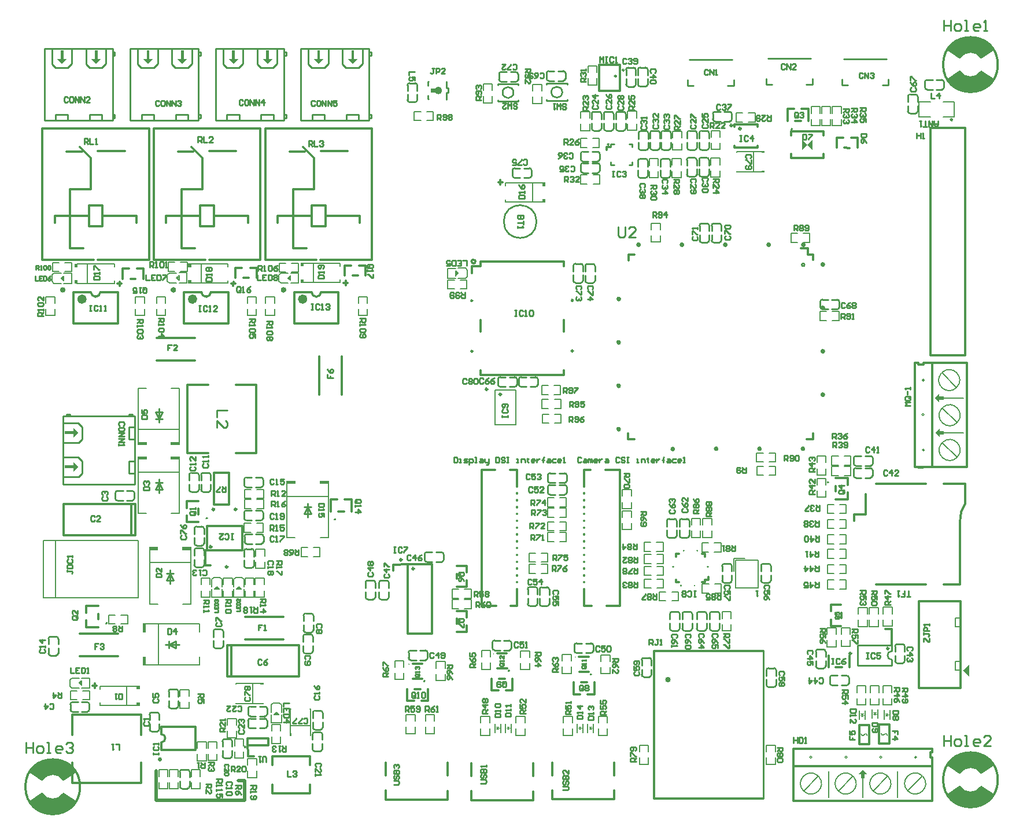
<source format=gto>
G04*
G04 #@! TF.GenerationSoftware,Altium Limited,Altium Designer,24.10.1 (45)*
G04*
G04 Layer_Color=65535*
%FSLAX25Y25*%
%MOIN*%
G70*
G04*
G04 #@! TF.SameCoordinates,188A72EA-56D5-4262-AEF0-458277A37510*
G04*
G04*
G04 #@! TF.FilePolarity,Positive*
G04*
G01*
G75*
%ADD10C,0.01000*%
%ADD11C,0.01181*%
%ADD12C,0.00787*%
%ADD13C,0.00700*%
%ADD14C,0.02756*%
%ADD15C,0.01575*%
%ADD16C,0.00591*%
%ADD17C,0.00598*%
%ADD18C,0.00600*%
%ADD19C,0.01968*%
%ADD20C,0.00197*%
%ADD21C,0.00394*%
%ADD22C,0.00512*%
G36*
X192766Y434599D02*
Y434205D01*
X194734D01*
X191978Y431449D01*
X189223Y434205D01*
X191191D01*
Y439323D01*
X192766D01*
Y434599D01*
D02*
G37*
G36*
X173081D02*
Y434205D01*
X175049D01*
X172293Y431449D01*
X169537Y434205D01*
X171506D01*
Y439323D01*
X173081D01*
Y434599D01*
D02*
G37*
G36*
X143629D02*
Y434205D01*
X145598D01*
X142842Y431449D01*
X140086Y434205D01*
X142054D01*
Y439323D01*
X143629D01*
Y434599D01*
D02*
G37*
G36*
X123944D02*
Y434205D01*
X125913D01*
X123157Y431449D01*
X120401Y434205D01*
X122370D01*
Y439323D01*
X123944D01*
Y434599D01*
D02*
G37*
G36*
X94463D02*
Y434205D01*
X96431D01*
X93675Y431449D01*
X90920Y434205D01*
X92888D01*
Y439323D01*
X94463D01*
Y434599D01*
D02*
G37*
G36*
X74778D02*
Y434205D01*
X76746D01*
X73990Y431449D01*
X71235Y434205D01*
X73203D01*
Y439323D01*
X74778D01*
Y434599D01*
D02*
G37*
G36*
X44875D02*
Y434205D01*
X46843D01*
X44087Y431449D01*
X41331Y434205D01*
X43300D01*
Y439323D01*
X44875D01*
Y434599D01*
D02*
G37*
G36*
X25190D02*
Y434205D01*
X27158D01*
X24402Y431449D01*
X21646Y434205D01*
X23615D01*
Y439323D01*
X25190D01*
Y434599D01*
D02*
G37*
G36*
X241381Y418170D02*
X241510Y418158D01*
X241639Y418137D01*
X241766Y418109D01*
X241892Y418073D01*
X242014Y418028D01*
X242134Y417977D01*
X242250Y417918D01*
X242362Y417851D01*
X242470Y417778D01*
X242573Y417698D01*
X242671Y417612D01*
X242763Y417520D01*
X242849Y417422D01*
X242929Y417319D01*
X243002Y417211D01*
X243069Y417099D01*
X243128Y416983D01*
X243179Y416863D01*
X243224Y416741D01*
X243260Y416615D01*
X243288Y416488D01*
X243309Y416359D01*
X243321Y416230D01*
X243325Y416099D01*
X243321Y415969D01*
X243309Y415839D01*
X243288Y415711D01*
X243260Y415583D01*
X243224Y415458D01*
X243179Y415336D01*
X243128Y415216D01*
X243069Y415100D01*
X243002Y414988D01*
X242929Y414880D01*
X242849Y414777D01*
X242763Y414679D01*
X242671Y414587D01*
X242573Y414501D01*
X242470Y414421D01*
X242362Y414348D01*
X242250Y414281D01*
X242134Y414222D01*
X242014Y414170D01*
X241892Y414126D01*
X241766Y414090D01*
X241639Y414061D01*
X241510Y414041D01*
X241381Y414029D01*
X241250Y414025D01*
X241120Y414029D01*
X240990Y414041D01*
X240862Y414061D01*
X240734Y414090D01*
X240609Y414126D01*
X240487Y414170D01*
X240367Y414222D01*
X240251Y414281D01*
X240139Y414348D01*
X240031Y414421D01*
X239928Y414501D01*
X239830Y414587D01*
X239738Y414679D01*
X239652Y414777D01*
X239572Y414880D01*
X239546Y414918D01*
X236920D01*
Y417280D01*
X239546D01*
X239572Y417319D01*
X239652Y417422D01*
X239738Y417520D01*
X239830Y417612D01*
X239928Y417698D01*
X240031Y417778D01*
X240139Y417851D01*
X240251Y417918D01*
X240367Y417977D01*
X240487Y418028D01*
X240609Y418073D01*
X240734Y418109D01*
X240862Y418137D01*
X240990Y418158D01*
X241120Y418170D01*
X241250Y418174D01*
X241381Y418170D01*
D02*
G37*
G36*
X456873Y381850D02*
X453873Y384850D01*
X456873Y387850D01*
Y381850D01*
D02*
G37*
G36*
X453873Y384850D02*
X450873Y381850D01*
Y387850D01*
X453873Y384850D01*
D02*
G37*
G36*
X429286Y380305D02*
X427486D01*
Y381140D01*
X429286D01*
Y380305D01*
D02*
G37*
G36*
Y368916D02*
X427486D01*
Y369751D01*
X429286D01*
Y368916D01*
D02*
G37*
G36*
X303064Y361018D02*
X301264D01*
Y363098D01*
X303064D01*
Y361018D01*
D02*
G37*
G36*
Y351465D02*
X301264D01*
Y353546D01*
X303064D01*
Y351465D01*
D02*
G37*
G36*
X163596Y314736D02*
X161796D01*
Y316816D01*
X163596D01*
Y314736D01*
D02*
G37*
G36*
X98909Y314317D02*
X97109D01*
Y316398D01*
X98909D01*
Y314317D01*
D02*
G37*
G36*
X33336Y314283D02*
X31536D01*
Y316364D01*
X33336D01*
Y314283D01*
D02*
G37*
G36*
X163596Y305184D02*
X161796D01*
Y307264D01*
X163596D01*
Y305184D01*
D02*
G37*
G36*
X98909Y304765D02*
X97109D01*
Y306846D01*
X98909D01*
Y304765D01*
D02*
G37*
G36*
X33336Y304731D02*
X31536D01*
Y306812D01*
X33336D01*
Y304731D01*
D02*
G37*
G36*
X530000Y240000D02*
X532500D01*
Y238000D01*
X530000D01*
Y236500D01*
X527500Y239000D01*
X530000Y241500D01*
Y240000D01*
D02*
G37*
G36*
X530250Y220000D02*
X532750D01*
Y218000D01*
X530250D01*
Y216500D01*
X527750Y219000D01*
X530250Y221500D01*
Y220000D01*
D02*
G37*
G36*
X33685Y219032D02*
X30930Y216276D01*
Y218245D01*
X25811D01*
Y218638D01*
Y219819D01*
X30930D01*
Y221788D01*
X33685Y219032D01*
D02*
G37*
G36*
X92332Y211783D02*
X87096D01*
Y213583D01*
X92332D01*
Y211783D01*
D02*
G37*
G36*
X73140D02*
X67904D01*
Y213583D01*
X73140D01*
Y211783D01*
D02*
G37*
G36*
X92332Y203543D02*
X87096D01*
Y205343D01*
X92332D01*
Y203543D01*
D02*
G37*
G36*
X73140D02*
X67904D01*
Y205343D01*
X73140D01*
Y203543D01*
D02*
G37*
G36*
X33685Y199347D02*
X30930Y196591D01*
Y198559D01*
X25811D01*
Y198953D01*
Y200134D01*
X30930D01*
Y202103D01*
X33685Y199347D01*
D02*
G37*
G36*
X178159Y189567D02*
X172923D01*
Y191367D01*
X178159D01*
Y189567D01*
D02*
G37*
G36*
X158967D02*
X153731D01*
Y191367D01*
X158967D01*
Y189567D01*
D02*
G37*
G36*
X98945Y151366D02*
X93709D01*
Y153166D01*
X98945D01*
Y151366D01*
D02*
G37*
G36*
X79753D02*
X74516D01*
Y153166D01*
X79753D01*
Y151366D01*
D02*
G37*
G36*
X72646Y103978D02*
X70846D01*
Y109214D01*
X72646D01*
Y103978D01*
D02*
G37*
G36*
Y84786D02*
X70846D01*
Y90022D01*
X72646D01*
Y84786D01*
D02*
G37*
G36*
X547293Y78583D02*
X543693Y82183D01*
X543793D01*
X547293Y85683D01*
Y78583D01*
D02*
G37*
G36*
X140475Y73885D02*
X138675D01*
Y74719D01*
X140475D01*
Y73885D01*
D02*
G37*
G36*
X69228Y71132D02*
X67428D01*
Y73212D01*
X69228D01*
Y71132D01*
D02*
G37*
G36*
X140475Y62496D02*
X138675D01*
Y63330D01*
X140475D01*
Y62496D01*
D02*
G37*
G36*
X69228Y61579D02*
X67428D01*
Y63660D01*
X69228D01*
Y61579D01*
D02*
G37*
G36*
X492943Y56942D02*
X494043Y56042D01*
X491843D01*
X492943Y56942D01*
X491843Y57842D01*
X494043D01*
X492943Y56942D01*
D02*
G37*
G36*
X499811Y56462D02*
X500911Y55562D01*
X498710D01*
X499811Y56462D01*
X498710Y57362D01*
X500911D01*
X499811Y56462D01*
D02*
G37*
G36*
X485573Y56210D02*
X486673Y55310D01*
X484474D01*
X485573Y56210D01*
X484474Y57110D01*
X486673D01*
X485573Y56210D01*
D02*
G37*
G36*
X329052Y48709D02*
X330152Y47809D01*
X327952D01*
X329052Y48709D01*
X327952Y49609D01*
X330152D01*
X329052Y48709D01*
D02*
G37*
G36*
X323005D02*
X324105Y47809D01*
X321905D01*
X323005Y48709D01*
X321905Y49609D01*
X324105D01*
X323005Y48709D01*
D02*
G37*
G36*
X281552D02*
X282652Y47809D01*
X280452D01*
X281552Y48709D01*
X280452Y49609D01*
X282652D01*
X281552Y48709D01*
D02*
G37*
G36*
X275509D02*
X276609Y47809D01*
X274409D01*
X275509Y48709D01*
X274409Y49609D01*
X276609D01*
X275509Y48709D01*
D02*
G37*
G36*
X168004Y44115D02*
X167169D01*
Y45915D01*
X168004D01*
Y44115D01*
D02*
G37*
G36*
X156615D02*
X155780D01*
Y45915D01*
X156615D01*
Y44115D01*
D02*
G37*
G36*
X130246Y38622D02*
X130445Y38425D01*
X130552Y38167D01*
Y37888D01*
X130445Y37630D01*
X130246Y37434D01*
X129987Y37329D01*
X129847Y37331D01*
X129708Y37329D01*
X129448Y37434D01*
X129250Y37630D01*
X129142Y37888D01*
Y38167D01*
X129250Y38425D01*
X129448Y38622D01*
X129708Y38726D01*
X129847Y38725D01*
X129847D01*
X129987Y38726D01*
X130246Y38622D01*
D02*
G37*
G36*
X488556Y22325D02*
X487056D01*
Y19825D01*
X485056D01*
Y22325D01*
X483556D01*
X486056Y24825D01*
X488556Y22325D01*
D02*
G37*
D10*
X284042Y367000D02*
G03*
X285261Y365780I1220J-0D01*
G01*
Y371369D02*
G03*
X284042Y370149I0J-1220D01*
G01*
X294986Y370148D02*
G03*
X293766Y371367I-1220J0D01*
G01*
Y365778D02*
G03*
X294986Y366998I-0J1220D01*
G01*
X297883Y340567D02*
G03*
X297883Y340567I-9449J0D01*
G01*
X233846Y87972D02*
G03*
X235065Y89192I-0J1220D01*
G01*
Y92341D02*
G03*
X233846Y93561I-1220J0D01*
G01*
X225341Y93563D02*
G03*
X224121Y92343I0J-1220D01*
G01*
Y89193D02*
G03*
X225341Y87973I1220J-0D01*
G01*
X287638Y246655D02*
G03*
X288858Y245435I1220J-0D01*
G01*
Y251024D02*
G03*
X287638Y249804I0J-1220D01*
G01*
X298583Y249802D02*
G03*
X297363Y251022I-1220J0D01*
G01*
Y245433D02*
G03*
X298583Y246653I-0J1220D01*
G01*
X286575Y249802D02*
G03*
X285355Y251022I-1220J0D01*
G01*
Y245433D02*
G03*
X286575Y246653I0J1220D01*
G01*
X275631Y246655D02*
G03*
X276850Y245435I1220J0D01*
G01*
Y251024D02*
G03*
X275631Y249804I0J-1220D01*
G01*
X121192Y31520D02*
G03*
X122412Y32740I0J1220D01*
G01*
X116822D02*
G03*
X118042Y31520I1220J0D01*
G01*
X118044Y42465D02*
G03*
X116824Y41245I0J-1220D01*
G01*
X122413D02*
G03*
X121193Y42465I-1220J-0D01*
G01*
X173323Y47873D02*
G03*
X174542Y49093I0J1220D01*
G01*
X168953D02*
G03*
X170173Y47873I1220J0D01*
G01*
X170175Y58817D02*
G03*
X168955Y57598I0J-1220D01*
G01*
X174544D02*
G03*
X173324Y58817I-1220J-0D01*
G01*
X169995Y46417D02*
G03*
X168775Y45197I-0J-1220D01*
G01*
X174364D02*
G03*
X173144Y46417I-1220J0D01*
G01*
X173142Y35473D02*
G03*
X174362Y36692I0J1220D01*
G01*
X168773D02*
G03*
X169993Y35473I1220J0D01*
G01*
X142584Y60040D02*
G03*
X141364Y61259I-1220J0D01*
G01*
Y55670D02*
G03*
X142584Y56890I0J1220D01*
G01*
X131639Y56892D02*
G03*
X132859Y55672I1220J0D01*
G01*
Y61261D02*
G03*
X131639Y60041I0J-1220D01*
G01*
X142527Y53091D02*
G03*
X141307Y54311I-1220J0D01*
G01*
Y48722D02*
G03*
X142527Y49942I0J1220D01*
G01*
X131582Y49944D02*
G03*
X132802Y48724I1220J0D01*
G01*
Y54313D02*
G03*
X131582Y53093I0J-1220D01*
G01*
X29151Y59396D02*
G03*
X30371Y58176I1220J-0D01*
G01*
Y63766D02*
G03*
X29151Y62546I0J-1220D01*
G01*
X40095Y62544D02*
G03*
X38876Y63764I-1220J0D01*
G01*
Y58174D02*
G03*
X40095Y59394I-0J1220D01*
G01*
X79176Y46848D02*
G03*
X80396Y48067I0J1220D01*
G01*
X74806D02*
G03*
X76026Y46848I1220J0D01*
G01*
X76028Y57792D02*
G03*
X74808Y56573I0J-1220D01*
G01*
X80397D02*
G03*
X79177Y57792I-1220J-0D01*
G01*
X90185Y60237D02*
G03*
X91405Y61457I0J1220D01*
G01*
X85815D02*
G03*
X87035Y60237I1220J0D01*
G01*
X87037Y71182D02*
G03*
X85817Y69962I0J-1220D01*
G01*
X91407D02*
G03*
X90187Y71182I-1220J-0D01*
G01*
X93466Y24871D02*
G03*
X92247Y23651I-0J-1220D01*
G01*
X97836D02*
G03*
X96616Y24871I-1220J0D01*
G01*
X96614Y13926D02*
G03*
X97834Y15146I0J1220D01*
G01*
X92245D02*
G03*
X93465Y13926I1220J0D01*
G01*
X81539Y30738D02*
G03*
X81539Y30738I-750J0D01*
G01*
X16528Y91813D02*
G03*
X17748Y90593I1220J0D01*
G01*
X20898D02*
G03*
X22118Y91813I0J1220D01*
G01*
X22119Y100318D02*
G03*
X20900Y101538I-1220J0D01*
G01*
X17750D02*
G03*
X16530Y100318I-0J-1220D01*
G01*
X110079Y194606D02*
G03*
X108859Y195826I-1220J-0D01*
G01*
X105710D02*
G03*
X104490Y194606I0J-1220D01*
G01*
X104488Y186101D02*
G03*
X105708Y184881I1220J0D01*
G01*
X108857D02*
G03*
X110077Y186101I0J1220D01*
G01*
X103189Y194606D02*
G03*
X101969Y195826I-1220J-0D01*
G01*
X98820D02*
G03*
X97600Y194606I0J-1220D01*
G01*
X97598Y186101D02*
G03*
X98818Y184881I1220J0D01*
G01*
X101968D02*
G03*
X103188Y186101I0J1220D01*
G01*
X452364Y315656D02*
G03*
X452364Y315656I-787J0D01*
G01*
X223495Y410644D02*
G03*
X224715Y409424I1220J0D01*
G01*
X227865D02*
G03*
X229084Y410644I0J1220D01*
G01*
X229086Y419149D02*
G03*
X227867Y420369I-1220J0D01*
G01*
X224717D02*
G03*
X223497Y419149I-0J-1220D01*
G01*
X521754Y417854D02*
G03*
X522974Y416634I1220J-0D01*
G01*
Y422223D02*
G03*
X521754Y421003I0J-1220D01*
G01*
X532698Y421002D02*
G03*
X531479Y422222I-1220J0D01*
G01*
Y416632D02*
G03*
X532698Y417852I-0J1220D01*
G01*
X324646Y315079D02*
G03*
X323426Y316299I-1220J-0D01*
G01*
X320276D02*
G03*
X319057Y315079I0J-1220D01*
G01*
X319055Y306574D02*
G03*
X320275Y305354I1220J0D01*
G01*
X323424D02*
G03*
X324644Y306574I0J1220D01*
G01*
X331534Y314974D02*
G03*
X330314Y316194I-1220J-0D01*
G01*
X327165D02*
G03*
X325945Y314974I0J-1220D01*
G01*
X325943Y306469D02*
G03*
X327163Y305249I1220J0D01*
G01*
X330313D02*
G03*
X331533Y306469I0J1220D01*
G01*
X287176Y425501D02*
G03*
X285956Y426721I-1220J0D01*
G01*
Y421132D02*
G03*
X287176Y422352I0J1220D01*
G01*
X276232Y422353D02*
G03*
X277451Y421134I1220J0D01*
G01*
Y426723D02*
G03*
X276232Y425503I0J-1220D01*
G01*
X284614Y414893D02*
G03*
X284614Y414893I-3150J0D01*
G01*
X314551Y426070D02*
G03*
X313331Y427290I-1220J0D01*
G01*
Y421701D02*
G03*
X314551Y422921I0J1220D01*
G01*
X303606Y422923D02*
G03*
X304826Y421703I1220J0D01*
G01*
Y427292D02*
G03*
X303606Y426072I0J-1220D01*
G01*
X312725Y415116D02*
G03*
X312725Y415116I-3150J0D01*
G01*
X55090Y181055D02*
G03*
X56310Y179835I1220J-0D01*
G01*
Y185424D02*
G03*
X55090Y184204I0J-1220D01*
G01*
X66035Y184202D02*
G03*
X64815Y185422I-1220J0D01*
G01*
Y179833D02*
G03*
X66035Y181053I-0J1220D01*
G01*
X111630Y95994D02*
G03*
X112850Y94774I1220J0D01*
G01*
X116000D02*
G03*
X117220Y95994I0J1220D01*
G01*
X117221Y104499D02*
G03*
X116002Y105719I-1220J0D01*
G01*
X112852D02*
G03*
X111632Y104499I-0J-1220D01*
G01*
X163575Y105129D02*
G03*
X164795Y103910I1220J0D01*
G01*
X167944D02*
G03*
X169164Y105129I0J1220D01*
G01*
X169166Y113634D02*
G03*
X167946Y114854I-1220J0D01*
G01*
X164796D02*
G03*
X163576Y113634I-0J-1220D01*
G01*
X163353Y93039D02*
G03*
X164573Y91819I1220J0D01*
G01*
X167722D02*
G03*
X168942Y93039I0J1220D01*
G01*
X168944Y101544D02*
G03*
X167724Y102764I-1220J0D01*
G01*
X164575D02*
G03*
X163355Y101544I-0J-1220D01*
G01*
X101826Y152413D02*
G03*
X100606Y151193I-0J-1220D01*
G01*
X106195D02*
G03*
X104976Y152413I-1220J0D01*
G01*
X104974Y141468D02*
G03*
X106194Y142688I0J1220D01*
G01*
X100604D02*
G03*
X101824Y141468I1220J0D01*
G01*
X140315Y191928D02*
G03*
X139096Y193148I-1220J0D01*
G01*
Y187559D02*
G03*
X140315Y188779I0J1220D01*
G01*
X129371Y188780D02*
G03*
X130590Y187561I1220J0D01*
G01*
Y193150D02*
G03*
X129371Y191930I0J-1220D01*
G01*
X129510Y156141D02*
G03*
X130730Y154921I1220J-0D01*
G01*
Y160510D02*
G03*
X129510Y159291I0J-1220D01*
G01*
X140454Y159289D02*
G03*
X139235Y160509I-1220J0D01*
G01*
Y154919D02*
G03*
X140454Y156139I-0J1220D01*
G01*
X133734Y141087D02*
G03*
X134954Y142307I0J1220D01*
G01*
X129365D02*
G03*
X130585Y141087I1220J0D01*
G01*
X130587Y152032D02*
G03*
X129367Y150812I0J-1220D01*
G01*
X134956D02*
G03*
X133736Y152032I-1220J-0D01*
G01*
X104974Y154006D02*
G03*
X106194Y155225I0J1220D01*
G01*
X100604D02*
G03*
X101824Y154006I1220J0D01*
G01*
X101826Y164950D02*
G03*
X100606Y163730I0J-1220D01*
G01*
X106196D02*
G03*
X104976Y164950I-1220J-0D01*
G01*
X129286Y169703D02*
G03*
X130506Y168483I1220J-0D01*
G01*
Y174072D02*
G03*
X129286Y172853I0J-1220D01*
G01*
X140230Y172851D02*
G03*
X139011Y174071I-1220J0D01*
G01*
Y168481D02*
G03*
X140230Y169701I-0J1220D01*
G01*
X403165Y328517D02*
G03*
X404385Y329736I0J1220D01*
G01*
X398796D02*
G03*
X400015Y328517I1220J0D01*
G01*
X400017Y339461D02*
G03*
X398797Y338242I0J-1220D01*
G01*
X404387D02*
G03*
X403167Y339461I-1220J-0D01*
G01*
X461430Y291279D02*
G03*
X462650Y290059I1220J-0D01*
G01*
Y295649D02*
G03*
X461430Y294429I0J-1220D01*
G01*
X472374Y294427D02*
G03*
X471155Y295647I-1220J0D01*
G01*
Y290057D02*
G03*
X472374Y291278I-0J1220D01*
G01*
X396181Y328517D02*
G03*
X397400Y329736I0J1220D01*
G01*
X391811D02*
G03*
X393031Y328517I1220J0D01*
G01*
X393033Y339461D02*
G03*
X391813Y338242I0J-1220D01*
G01*
X397402D02*
G03*
X396182Y339461I-1220J-0D01*
G01*
X334303Y379601D02*
G03*
X333083Y380821I-1220J0D01*
G01*
Y375231D02*
G03*
X334303Y376451I0J1220D01*
G01*
X323358Y376453D02*
G03*
X324578Y375233I1220J0D01*
G01*
Y380822D02*
G03*
X323358Y379603I0J-1220D01*
G01*
X339627Y385164D02*
G03*
X339627Y385164I-394J0D01*
G01*
X334303Y373049D02*
G03*
X333083Y374269I-1220J0D01*
G01*
Y368680D02*
G03*
X334303Y369900I0J1220D01*
G01*
X323358Y369901D02*
G03*
X324578Y368682I1220J0D01*
G01*
Y374271D02*
G03*
X323358Y373051I0J-1220D01*
G01*
X341023Y392934D02*
G03*
X342243Y394154I0J1220D01*
G01*
X336653D02*
G03*
X337873Y392934I1220J0D01*
G01*
X337875Y403879D02*
G03*
X336655Y402659I0J-1220D01*
G01*
X342245D02*
G03*
X341024Y403879I-1220J-0D01*
G01*
X330854D02*
G03*
X329634Y402659I-0J-1220D01*
G01*
X335223D02*
G03*
X334003Y403879I-1220J0D01*
G01*
X334001Y392934D02*
G03*
X335221Y394154I0J1220D01*
G01*
X329632D02*
G03*
X330852Y392934I1220J0D01*
G01*
X410433Y402637D02*
G03*
X409213Y403857I-1220J0D01*
G01*
Y398268D02*
G03*
X410433Y399487I0J1220D01*
G01*
X399488Y399489D02*
G03*
X400708Y398269I1220J0D01*
G01*
Y403859D02*
G03*
X399488Y402639I0J-1220D01*
G01*
X389098Y381862D02*
G03*
X390318Y383081I0J1220D01*
G01*
X384729D02*
G03*
X385949Y381862I1220J0D01*
G01*
X385950Y392806D02*
G03*
X384731Y391586I0J-1220D01*
G01*
X390320D02*
G03*
X389100Y392806I-1220J-0D01*
G01*
X392951D02*
G03*
X391732Y391586I-0J-1220D01*
G01*
X397321D02*
G03*
X396101Y392806I-1220J0D01*
G01*
X396099Y381862D02*
G03*
X397319Y383081I0J1220D01*
G01*
X391730D02*
G03*
X392950Y381862I1220J0D01*
G01*
X374058Y381877D02*
G03*
X375278Y383097I0J1220D01*
G01*
X369689D02*
G03*
X370909Y381877I1220J0D01*
G01*
X370911Y392821D02*
G03*
X369691Y391602I0J-1220D01*
G01*
X375280D02*
G03*
X374060Y392821I-1220J-0D01*
G01*
X361057Y381764D02*
G03*
X362277Y382984I0J1220D01*
G01*
X356687D02*
G03*
X357907Y381764I1220J0D01*
G01*
X357909Y392708D02*
G03*
X356689Y391489I0J-1220D01*
G01*
X362279D02*
G03*
X361058Y392708I-1220J-0D01*
G01*
X367750Y381931D02*
G03*
X368969Y383151I0J1220D01*
G01*
X363380D02*
G03*
X364600Y381931I1220J0D01*
G01*
X364602Y392876D02*
G03*
X363382Y391656I0J-1220D01*
G01*
X368971D02*
G03*
X367751Y392876I-1220J-0D01*
G01*
X348056Y392934D02*
G03*
X349276Y394154I0J1220D01*
G01*
X343686D02*
G03*
X344906Y392934I1220J0D01*
G01*
X344908Y403879D02*
G03*
X343688Y402659I0J-1220D01*
G01*
X349277D02*
G03*
X348058Y403879I-1220J-0D01*
G01*
X357567Y429326D02*
G03*
X356347Y428106I-0J-1220D01*
G01*
X361936D02*
G03*
X360716Y429326I-1220J0D01*
G01*
X360715Y418381D02*
G03*
X361934Y419601I0J1220D01*
G01*
X356345D02*
G03*
X357565Y418381I1220J0D01*
G01*
X350685Y429297D02*
G03*
X349465Y428077I-0J-1220D01*
G01*
X355054D02*
G03*
X353835Y429297I-1220J0D01*
G01*
X353833Y418352D02*
G03*
X355053Y419572I0J1220D01*
G01*
X349463D02*
G03*
X350683Y418352I1220J0D01*
G01*
X348376Y427846D02*
G03*
X348376Y427846I-500J0D01*
G01*
X343876Y424346D02*
G03*
X343876Y424346I-500J0D01*
G01*
X395920Y366434D02*
G03*
X397140Y367653I0J1220D01*
G01*
X391551D02*
G03*
X392771Y366434I1220J0D01*
G01*
X392773Y377378D02*
G03*
X391553Y376159I0J-1220D01*
G01*
X397142D02*
G03*
X395922Y377378I-1220J-0D01*
G01*
X360761Y365777D02*
G03*
X361981Y366997I0J1220D01*
G01*
X356392D02*
G03*
X357612Y365777I1220J0D01*
G01*
X357614Y376722D02*
G03*
X356394Y375502I0J-1220D01*
G01*
X361983D02*
G03*
X360763Y376722I-1220J-0D01*
G01*
X370616Y376727D02*
G03*
X369396Y375507I-0J-1220D01*
G01*
X374985D02*
G03*
X373765Y376727I-1220J0D01*
G01*
X373763Y365782D02*
G03*
X374983Y367002I0J1220D01*
G01*
X369394D02*
G03*
X370614Y365782I1220J0D01*
G01*
X388898Y366434D02*
G03*
X390118Y367653I0J1220D01*
G01*
X384528D02*
G03*
X385748Y366434I1220J0D01*
G01*
X385750Y377378D02*
G03*
X384530Y376159I0J-1220D01*
G01*
X390120D02*
G03*
X388899Y377378I-1220J-0D01*
G01*
X375996Y115802D02*
G03*
X374776Y114582I-0J-1220D01*
G01*
X380365D02*
G03*
X379146Y115802I-1220J0D01*
G01*
X379144Y104857D02*
G03*
X380364Y106077I0J1220D01*
G01*
X374774D02*
G03*
X375994Y104857I1220J0D01*
G01*
X383146Y115802D02*
G03*
X381926Y114582I-0J-1220D01*
G01*
X387515D02*
G03*
X386295Y115802I-1220J0D01*
G01*
X386294Y104857D02*
G03*
X387513Y106077I0J1220D01*
G01*
X381924D02*
G03*
X383144Y104857I1220J0D01*
G01*
X391480Y115802D02*
G03*
X390260Y114582I-0J-1220D01*
G01*
X395849D02*
G03*
X394629Y115802I-1220J0D01*
G01*
X394628Y104857D02*
G03*
X395847Y106077I0J1220D01*
G01*
X390258D02*
G03*
X391478Y104857I1220J0D01*
G01*
X398973Y115802D02*
G03*
X397754Y114582I-0J-1220D01*
G01*
X403343D02*
G03*
X402123Y115802I-1220J0D01*
G01*
X402121Y104857D02*
G03*
X403341Y106077I0J1220D01*
G01*
X397752D02*
G03*
X398972Y104857I1220J0D01*
G01*
X377420Y158419D02*
G03*
X378640Y159639I0J1220D01*
G01*
X373051D02*
G03*
X374271Y158419I1220J0D01*
G01*
X374273Y169364D02*
G03*
X373053Y168144I0J-1220D01*
G01*
X378642D02*
G03*
X377422Y169364I-1220J-0D01*
G01*
X384679Y158419D02*
G03*
X385899Y159639I0J1220D01*
G01*
X380309D02*
G03*
X381529Y158419I1220J0D01*
G01*
X381531Y169364D02*
G03*
X380311Y168144I0J-1220D01*
G01*
X385900D02*
G03*
X384681Y169364I-1220J-0D01*
G01*
X428490Y143432D02*
G03*
X427270Y142212I-0J-1220D01*
G01*
X432859D02*
G03*
X431639Y143432I-1220J0D01*
G01*
X431637Y132488D02*
G03*
X432857Y133707I0J1220D01*
G01*
X427268D02*
G03*
X428488Y132488I1220J0D01*
G01*
X409204Y132502D02*
G03*
X410424Y133722I0J1220D01*
G01*
X404834D02*
G03*
X406054Y132502I1220J0D01*
G01*
X406056Y143447D02*
G03*
X404836Y142227I0J-1220D01*
G01*
X410426D02*
G03*
X409205Y143447I-1220J-0D01*
G01*
X502696Y93156D02*
G03*
X502693Y88156I-1J-2500D01*
G01*
X505738Y97154D02*
G03*
X504518Y95935I-0J-1220D01*
G01*
X510107D02*
G03*
X508887Y97154I-1220J0D01*
G01*
X508885Y86210D02*
G03*
X510105Y87430I0J1220D01*
G01*
X504516D02*
G03*
X505736Y86210I1220J0D01*
G01*
X460094Y94160D02*
G03*
X458874Y92941I-0J-1220D01*
G01*
X464464D02*
G03*
X463244Y94160I-1220J0D01*
G01*
X463242Y83216D02*
G03*
X464462Y84436I0J1220D01*
G01*
X458872D02*
G03*
X460092Y83216I1220J0D01*
G01*
X477913Y77822D02*
G03*
X476693Y79041I-1220J0D01*
G01*
Y73452D02*
G03*
X477913Y74672I0J1220D01*
G01*
X466968Y74674D02*
G03*
X468188Y73454I1220J0D01*
G01*
Y79043D02*
G03*
X466968Y77823I0J-1220D01*
G01*
X233401Y145739D02*
G03*
X234620Y144520I1220J-0D01*
G01*
Y150109D02*
G03*
X233401Y148889I0J-1220D01*
G01*
X244345Y148887D02*
G03*
X243126Y150107I-1220J0D01*
G01*
Y144518D02*
G03*
X244345Y145738I-0J1220D01*
G01*
X211474Y122849D02*
G03*
X212694Y124068I0J1220D01*
G01*
X207104D02*
G03*
X208324Y122849I1220J0D01*
G01*
X208326Y133793D02*
G03*
X207106Y132573I0J-1220D01*
G01*
X212696D02*
G03*
X211475Y133793I-1220J-0D01*
G01*
X203693Y122940D02*
G03*
X204913Y124159I0J1220D01*
G01*
X199324D02*
G03*
X200544Y122940I1220J0D01*
G01*
X200546Y133884D02*
G03*
X199326Y132665I0J-1220D01*
G01*
X204915D02*
G03*
X203695Y133884I-1220J-0D01*
G01*
X272427Y94917D02*
G03*
X273646Y93697I1220J-0D01*
G01*
Y99286D02*
G03*
X272427Y98066I0J-1220D01*
G01*
X283371Y98064D02*
G03*
X282151Y99284I-1220J0D01*
G01*
Y93695D02*
G03*
X283371Y94915I-0J1220D01*
G01*
X319641Y93296D02*
G03*
X320861Y92076I1220J-0D01*
G01*
Y97665D02*
G03*
X319641Y96445I0J-1220D01*
G01*
X330586Y96444D02*
G03*
X329366Y97663I-1220J0D01*
G01*
Y92074D02*
G03*
X330586Y93294I-0J1220D01*
G01*
X305584Y195653D02*
G03*
X304364Y194433I0J-1220D01*
G01*
Y191284D02*
G03*
X305584Y190064I1220J0D01*
G01*
X314089Y190062D02*
G03*
X315309Y191282I0J1220D01*
G01*
Y194431D02*
G03*
X314089Y195651I-1220J0D01*
G01*
X305584Y188924D02*
G03*
X304364Y187704I0J-1220D01*
G01*
Y184555D02*
G03*
X305584Y183335I1220J0D01*
G01*
X314089Y183333D02*
G03*
X315309Y184553I0J1220D01*
G01*
Y187703D02*
G03*
X314089Y188922I-1220J0D01*
G01*
X299599Y120287D02*
G03*
X300819Y119068I1220J0D01*
G01*
X303968D02*
G03*
X305188Y120287I0J1220D01*
G01*
X305190Y128792D02*
G03*
X303970Y130012I-1220J0D01*
G01*
X300821D02*
G03*
X299601Y128792I-0J-1220D01*
G01*
X292793Y120373D02*
G03*
X294013Y119154I1220J0D01*
G01*
X297163D02*
G03*
X298382Y120373I0J1220D01*
G01*
X298384Y128878D02*
G03*
X297164Y130098I-1220J0D01*
G01*
X294015D02*
G03*
X292795Y128878I-0J-1220D01*
G01*
X516295Y402867D02*
G03*
X517515Y404087I0J1220D01*
G01*
X511926D02*
G03*
X513145Y402867I1220J0D01*
G01*
X513147Y413812D02*
G03*
X511927Y412592I0J-1220D01*
G01*
X517517D02*
G03*
X516297Y413812I-1220J-0D01*
G01*
X480739Y201126D02*
G03*
X481958Y199906I1220J-0D01*
G01*
Y205496D02*
G03*
X480739Y204276I0J-1220D01*
G01*
X491683Y204274D02*
G03*
X490464Y205494I-1220J0D01*
G01*
Y199904D02*
G03*
X491683Y201124I-0J1220D01*
G01*
X480604Y194247D02*
G03*
X481824Y193027I1220J-0D01*
G01*
Y198616D02*
G03*
X480604Y197397I0J-1220D01*
G01*
X491548Y197395D02*
G03*
X490329Y198615I-1220J0D01*
G01*
Y193025D02*
G03*
X491548Y194245I-0J1220D01*
G01*
X434759Y72425D02*
G03*
X435979Y73645I0J1220D01*
G01*
X430390D02*
G03*
X431610Y72425I1220J0D01*
G01*
X431612Y83370D02*
G03*
X430392Y82150I0J-1220D01*
G01*
X435981D02*
G03*
X434761Y83370I-1220J-0D01*
G01*
X359686Y89261D02*
G03*
X358466Y88041I-0J-1220D01*
G01*
X364055D02*
G03*
X362835Y89261I-1220J0D01*
G01*
X362833Y78316D02*
G03*
X364053Y79536I0J1220D01*
G01*
X358464D02*
G03*
X359684Y78316I1220J0D01*
G01*
X290617Y371367D02*
X293767D01*
X285261Y371369D02*
X288411D01*
X290617Y365778D02*
X293767D01*
X285261Y365780D02*
X288411D01*
X294986Y366998D02*
Y370148D01*
X284042Y367000D02*
Y370150D01*
X224121Y89193D02*
Y92343D01*
X235065Y89191D02*
Y92341D01*
X225340Y87973D02*
X228490D01*
X230696Y87972D02*
X233846D01*
X225340Y93563D02*
X228490D01*
X230696Y93561D02*
X233846D01*
X294214Y251022D02*
X297363D01*
X288858Y251024D02*
X292007D01*
X294214Y245433D02*
X297363D01*
X288858Y245435D02*
X292007D01*
X298583Y246653D02*
Y249802D01*
X287638Y246655D02*
Y249804D01*
X276850Y245435D02*
X280000D01*
X282206Y245433D02*
X285356D01*
X276850Y251024D02*
X280000D01*
X282206Y251022D02*
X285356D01*
X275631Y246655D02*
Y249804D01*
X286575Y246653D02*
Y249802D01*
X116824Y38096D02*
Y41245D01*
X116822Y32740D02*
Y35889D01*
X122413Y38096D02*
Y41245D01*
X122412Y32740D02*
Y35889D01*
X118044Y42465D02*
X121194D01*
X118042Y31520D02*
X121192D01*
X168955Y54448D02*
Y57598D01*
X168953Y49092D02*
Y52242D01*
X174544Y54448D02*
Y57598D01*
X174542Y49092D02*
Y52242D01*
X170175Y58817D02*
X173325D01*
X170173Y47873D02*
X173323D01*
X174362Y36692D02*
Y39842D01*
X174364Y42048D02*
Y45198D01*
X168773Y36692D02*
Y39842D01*
X168775Y42048D02*
Y45198D01*
X169993Y35473D02*
X173142D01*
X169995Y46417D02*
X173144D01*
X132859Y55672D02*
X136008D01*
X138215Y55670D02*
X141364D01*
X132859Y61261D02*
X136008D01*
X138215Y61259D02*
X141364D01*
X131639Y56892D02*
Y60042D01*
X142584Y56890D02*
Y60040D01*
X132802Y48724D02*
X135951D01*
X138158Y48722D02*
X141307D01*
X132802Y54313D02*
X135951D01*
X138158Y54311D02*
X141307D01*
X131582Y49944D02*
Y53093D01*
X142527Y49942D02*
Y53091D01*
X165945Y170213D02*
Y178213D01*
X163945Y176213D02*
X167945D01*
X163945D02*
X165945D01*
X167945Y172213D01*
X163945D02*
X167945D01*
X163945D02*
X165945Y176213D01*
X80118Y226937D02*
X82118Y230937D01*
X78118D02*
X82118D01*
X78118D02*
X80118Y226937D01*
X82118D01*
X78118D02*
X82118D01*
X80118Y224937D02*
Y232937D01*
X35726Y63764D02*
X38876D01*
X30370Y63766D02*
X33520D01*
X35726Y58174D02*
X38876D01*
X30370Y58176D02*
X33520D01*
X40095Y59394D02*
Y62544D01*
X29151Y59396D02*
Y62546D01*
X74808Y53423D02*
Y56573D01*
X74806Y48067D02*
Y51217D01*
X80397Y53423D02*
Y56573D01*
X80396Y48067D02*
Y51217D01*
X76028Y57792D02*
X79178D01*
X76026Y46848D02*
X79176D01*
X85817Y66813D02*
Y69962D01*
X85815Y61457D02*
Y64606D01*
X91407Y66813D02*
Y69962D01*
X91405Y61457D02*
Y64606D01*
X87037Y71182D02*
X90187D01*
X87035Y60237D02*
X90185D01*
X97834Y15146D02*
Y18295D01*
X97836Y20502D02*
Y23651D01*
X92245Y15146D02*
Y18295D01*
X92247Y20502D02*
Y23651D01*
X93464Y13926D02*
X96614D01*
X93466Y24871D02*
X96616D01*
X17750Y101538D02*
X20900D01*
X17748Y90593D02*
X20898D01*
X16530Y97168D02*
Y100318D01*
X16528Y91812D02*
Y94962D01*
X22119Y97168D02*
Y100318D01*
X22118Y91812D02*
Y94962D01*
X84000Y97000D02*
X92000D01*
X86000Y95000D02*
Y99000D01*
Y95000D02*
Y97000D01*
X90000Y99000D01*
Y95000D02*
Y99000D01*
X86000Y97000D02*
X90000Y95000D01*
X80118Y184189D02*
Y192189D01*
X78118Y190189D02*
X82118D01*
X78118D02*
X80118D01*
X82118Y186189D01*
X78118D02*
X82118D01*
X78118D02*
X80118Y190189D01*
X105708Y184881D02*
X108857D01*
X105710Y195826D02*
X108860D01*
X110077Y186101D02*
Y189251D01*
X110079Y191457D02*
Y194606D01*
X104488Y186101D02*
Y189251D01*
X104490Y191457D02*
Y194606D01*
X98818Y184881D02*
X101968D01*
X98820Y195826D02*
X101970D01*
X103188Y186101D02*
Y189251D01*
X103189Y191457D02*
Y194606D01*
X97598Y186101D02*
Y189251D01*
X97600Y191457D02*
Y194606D01*
X86731Y132012D02*
Y140012D01*
X84731Y138012D02*
X88731D01*
X84731D02*
X86731D01*
X88731Y134012D01*
X84731D02*
X88731D01*
X84731D02*
X86731Y138012D01*
X385150Y418914D02*
X388314D01*
X408048D02*
X411488D01*
Y422237D01*
X385804Y433875D02*
X410558D01*
X384874Y418914D02*
Y422237D01*
X103113Y398772D02*
Y440110D01*
X63743Y440110D02*
X103113D01*
X63743Y398772D02*
X103113D01*
X103113Y438142D02*
X104294D01*
Y436049D02*
Y438142D01*
X103113Y436049D02*
X104294D01*
X103113Y402451D02*
X103249Y402315D01*
X104294D01*
Y400345D02*
Y402315D01*
X103113Y400345D02*
X104294D01*
X87774Y431244D02*
Y440114D01*
Y431244D02*
X89773Y429244D01*
X96903D01*
X99274Y431614D01*
Y440114D01*
X89935Y399559D02*
Y402119D01*
X96978D01*
Y399559D02*
Y402119D01*
X68089Y431244D02*
Y440114D01*
Y431244D02*
X70088Y429244D01*
X77218D01*
X79589Y431614D01*
Y440114D01*
X70250Y399559D02*
Y402119D01*
X77293D01*
Y399559D02*
Y402119D01*
X63743Y398772D02*
Y440110D01*
X152280Y398772D02*
Y440110D01*
X112910Y440110D02*
X152280D01*
X112910Y398772D02*
X152280D01*
X152280Y438142D02*
X153461D01*
Y436049D02*
Y438142D01*
X152280Y436049D02*
X153461D01*
X152280Y402451D02*
X152416Y402315D01*
X153461D01*
Y400345D02*
Y402315D01*
X152280Y400345D02*
X153461D01*
X136940Y431244D02*
Y440114D01*
Y431244D02*
X138940Y429244D01*
X146070D01*
X148440Y431614D01*
Y440114D01*
X139101Y399559D02*
Y402119D01*
X146144D01*
Y399559D02*
Y402119D01*
X117255Y431244D02*
Y440114D01*
Y431244D02*
X119255Y429244D01*
X126385D01*
X128755Y431614D01*
Y440114D01*
X119416Y399559D02*
Y402119D01*
X126459D01*
Y399559D02*
Y402119D01*
X112910Y398772D02*
Y440110D01*
X53525Y398772D02*
Y440110D01*
X14155Y440110D02*
X53525D01*
X14155Y398772D02*
X53525D01*
X53525Y438142D02*
X54706D01*
Y436049D02*
Y438142D01*
X53525Y436049D02*
X54706D01*
X53525Y402451D02*
X53661Y402315D01*
X54706D01*
Y400345D02*
Y402315D01*
X53525Y400345D02*
X54706D01*
X38185Y431244D02*
Y440114D01*
Y431244D02*
X40185Y429244D01*
X47315D01*
X49685Y431614D01*
Y440114D01*
X40347Y399559D02*
Y402119D01*
X47389D01*
Y399559D02*
Y402119D01*
X18500Y431244D02*
Y440114D01*
Y431244D02*
X20500Y429244D01*
X27630D01*
X30000Y431614D01*
Y440114D01*
X20662Y399559D02*
Y402119D01*
X27704D01*
Y399559D02*
Y402119D01*
X14155Y398772D02*
Y440110D01*
X201416Y398772D02*
Y440110D01*
X162046Y440110D02*
X201416D01*
X162046Y398772D02*
X201416D01*
X201416Y438142D02*
X202597D01*
Y436049D02*
Y438142D01*
X201416Y436049D02*
X202597D01*
X201416Y402451D02*
X201552Y402315D01*
X202597D01*
Y400345D02*
Y402315D01*
X201416Y400345D02*
X202597D01*
X186076Y431244D02*
Y440114D01*
Y431244D02*
X188076Y429244D01*
X195206D01*
X197576Y431614D01*
Y440114D01*
X188238Y399559D02*
Y402119D01*
X195281D01*
Y399559D02*
Y402119D01*
X166392Y431244D02*
Y440114D01*
Y431244D02*
X168392Y429244D01*
X175521D01*
X177892Y431614D01*
Y440114D01*
X168553Y399559D02*
Y402119D01*
X175596D01*
Y399559D02*
Y402119D01*
X162046Y398772D02*
Y440110D01*
X224717Y420369D02*
X227867D01*
X224715Y409424D02*
X227865D01*
X223497Y416000D02*
Y419149D01*
X223495Y410644D02*
Y413794D01*
X229086Y416000D02*
Y419149D01*
X229084Y410644D02*
Y413794D01*
X528330Y422222D02*
X531479D01*
X522973Y422223D02*
X526123D01*
X528330Y416632D02*
X531479D01*
X522973Y416634D02*
X526123D01*
X532698Y417852D02*
Y421002D01*
X521754Y417854D02*
Y421004D01*
X320274Y305354D02*
X323424D01*
X320276Y316299D02*
X323426D01*
X324644Y306574D02*
Y309724D01*
X324646Y311930D02*
Y315080D01*
X319055Y306574D02*
Y309724D01*
X319057Y311930D02*
Y315080D01*
X327163Y305249D02*
X330313D01*
X327165Y316194D02*
X330315D01*
X331533Y306469D02*
Y309618D01*
X331534Y311825D02*
Y314974D01*
X325943Y306469D02*
Y309618D01*
X325945Y311825D02*
Y314974D01*
X245974Y410981D02*
Y414918D01*
X245949Y410981D02*
X245974D01*
X245949Y421217D02*
X245974D01*
Y417477D02*
Y421217D01*
Y417477D02*
X246958D01*
Y414918D02*
Y417477D01*
X245974Y414918D02*
X246958D01*
X235209Y411099D02*
Y413221D01*
Y411099D02*
X235468D01*
X235209Y421099D02*
X235468D01*
X235209Y418978D02*
Y421099D01*
X277451Y421134D02*
X280601D01*
X282807Y421132D02*
X285957D01*
X277451Y426723D02*
X280601D01*
X282807Y426721D02*
X285957D01*
X276232Y422353D02*
Y425503D01*
X287176Y422351D02*
Y425501D01*
X275558Y409972D02*
X287369Y409972D01*
X275558Y419814D02*
X287369Y419814D01*
Y409972D02*
Y410636D01*
X275558Y409972D02*
X287369D01*
X275558D02*
Y410637D01*
Y419149D02*
Y419814D01*
X287369D01*
Y419172D02*
Y419814D01*
X304826Y421703D02*
X307975D01*
X310182Y421701D02*
X313331D01*
X304826Y427292D02*
X307975D01*
X310182Y427290D02*
X313331D01*
X303606Y422923D02*
Y426073D01*
X314551Y422921D02*
Y426070D01*
X303669Y410195D02*
X315480Y410195D01*
X303669Y420037D02*
X315480Y420037D01*
Y410195D02*
Y410859D01*
X303669Y410195D02*
X315480D01*
X303669D02*
Y410860D01*
Y419373D02*
Y420037D01*
X315480D01*
Y419395D02*
Y420037D01*
X61665Y185422D02*
X64815D01*
X56310Y185424D02*
X59459D01*
X61665Y179833D02*
X64815D01*
X56310Y179835D02*
X59459D01*
X66035Y181052D02*
Y184202D01*
X55090Y181055D02*
Y184204D01*
X112852Y105719D02*
X116002D01*
X112850Y94774D02*
X116000D01*
X111632Y101349D02*
Y104499D01*
X111630Y95994D02*
Y99143D01*
X117221Y101349D02*
Y104499D01*
X117220Y95994D02*
Y99143D01*
X164796Y114854D02*
X167946D01*
X164794Y103910D02*
X167944D01*
X163576Y110485D02*
Y113635D01*
X163575Y105129D02*
Y108279D01*
X169166Y110485D02*
Y113635D01*
X169164Y105129D02*
Y108279D01*
X164575Y102764D02*
X167724D01*
X164573Y91819D02*
X167722D01*
X163355Y98394D02*
Y101544D01*
X163353Y93038D02*
Y96188D01*
X168944Y98394D02*
Y101544D01*
X168942Y93038D02*
Y96188D01*
X106194Y142688D02*
Y145837D01*
X106195Y148044D02*
Y151193D01*
X100604Y142688D02*
Y145837D01*
X100606Y148044D02*
Y151193D01*
X101824Y141468D02*
X104974D01*
X101826Y152413D02*
X104976D01*
X130590Y187561D02*
X133740D01*
X135946Y187559D02*
X139096D01*
X130590Y193150D02*
X133740D01*
X135946Y193148D02*
X139096D01*
X129371Y188780D02*
Y191930D01*
X140315Y188778D02*
Y191928D01*
X136085Y160509D02*
X139235D01*
X130729Y160510D02*
X133879D01*
X136085Y154919D02*
X139235D01*
X130729Y154921D02*
X133879D01*
X140454Y156139D02*
Y159289D01*
X129510Y156141D02*
Y159291D01*
X129367Y147663D02*
Y150812D01*
X129365Y142307D02*
Y145456D01*
X134956Y147663D02*
Y150812D01*
X134954Y142307D02*
Y145456D01*
X130587Y152032D02*
X133736D01*
X130585Y141087D02*
X133734D01*
X100606Y160581D02*
Y163731D01*
X100604Y155225D02*
Y158375D01*
X106196Y160581D02*
Y163731D01*
X106194Y155225D02*
Y158375D01*
X101826Y164950D02*
X104976D01*
X101824Y154006D02*
X104974D01*
X135861Y174071D02*
X139011D01*
X130505Y174072D02*
X133655D01*
X135861Y168481D02*
X139011D01*
X130505Y168483D02*
X133655D01*
X140230Y169701D02*
Y172851D01*
X129286Y169703D02*
Y172853D01*
X25024Y189100D02*
X66363D01*
X63016Y202649D02*
X65576D01*
X63016Y195606D02*
Y202649D01*
Y195606D02*
X65576D01*
X25020Y204945D02*
X33520D01*
X35890Y202575D01*
Y195445D02*
Y202575D01*
X33890Y193445D02*
X35890Y195445D01*
X25020Y193445D02*
X33890D01*
X63016Y222334D02*
X65576D01*
X63016Y215291D02*
Y222334D01*
Y215291D02*
X65576D01*
X25020Y224630D02*
X33520D01*
X35890Y222260D01*
Y215130D02*
Y222260D01*
X33890Y213130D02*
X35890Y215130D01*
X25020Y213130D02*
X33890D01*
X64790Y228470D02*
Y229651D01*
X62819D02*
X64790D01*
X62819Y228606D02*
Y229651D01*
X62683Y228470D02*
X62819Y228606D01*
X29085Y228470D02*
Y229651D01*
X26993D02*
X29085D01*
X26993Y228470D02*
Y229651D01*
X66363Y189100D02*
Y228470D01*
X25024Y189100D02*
Y228470D01*
X25024Y228470D02*
X66363D01*
X398797Y335092D02*
Y338242D01*
X398796Y329736D02*
Y332886D01*
X404387Y335092D02*
Y338242D01*
X404385Y329736D02*
Y332886D01*
X400017Y339461D02*
X403167D01*
X400015Y328517D02*
X403165D01*
X468005Y295647D02*
X471155D01*
X462649Y295649D02*
X465799D01*
X468005Y290057D02*
X471155D01*
X462649Y290059D02*
X465799D01*
X472374Y291277D02*
Y294427D01*
X461430Y291279D02*
Y294429D01*
X391813Y335092D02*
Y338242D01*
X391811Y329736D02*
Y332886D01*
X397402Y335092D02*
Y338242D01*
X397400Y329736D02*
Y332886D01*
X393033Y339461D02*
X396183D01*
X393031Y328517D02*
X396181D01*
X324578Y375233D02*
X327728D01*
X329934Y375231D02*
X333084D01*
X324578Y380822D02*
X327728D01*
X329934Y380821D02*
X333084D01*
X323358Y376453D02*
Y379603D01*
X334303Y376451D02*
Y379601D01*
X351131Y385250D02*
X352912D01*
Y383478D02*
Y385250D01*
X340707Y373046D02*
X342462D01*
X340707D02*
Y374785D01*
X352912Y373046D02*
Y374817D01*
X351231Y373046D02*
X352912D01*
X340707Y385250D02*
X342478D01*
X340707Y383497D02*
Y385250D01*
X324578Y368682D02*
X327728D01*
X329934Y368680D02*
X333084D01*
X324578Y374271D02*
X327728D01*
X329934Y374269D02*
X333084D01*
X323358Y369901D02*
Y373051D01*
X334303Y369899D02*
Y373049D01*
X336655Y399510D02*
Y402660D01*
X336653Y394154D02*
Y397304D01*
X342245Y399510D02*
Y402660D01*
X342243Y394154D02*
Y397304D01*
X337875Y403879D02*
X341025D01*
X337873Y392934D02*
X341023D01*
X335221Y394154D02*
Y397304D01*
X335223Y399510D02*
Y402660D01*
X329632Y394154D02*
Y397304D01*
X329634Y399510D02*
Y402660D01*
X330852Y392934D02*
X334001D01*
X330854Y403879D02*
X334003D01*
X425350Y396395D02*
X425429Y396316D01*
X412087Y396421D02*
X412113Y396448D01*
X400708Y398269D02*
X403857D01*
X406064Y398268D02*
X409213D01*
X400708Y403859D02*
X403857D01*
X406064Y403857D02*
X409213D01*
X399488Y399489D02*
Y402639D01*
X410433Y399487D02*
Y402637D01*
X384731Y388437D02*
Y391587D01*
X384729Y383081D02*
Y386231D01*
X390320Y388437D02*
Y391587D01*
X390318Y383081D02*
Y386231D01*
X385950Y392806D02*
X389100D01*
X385948Y381862D02*
X389098D01*
X397319Y383081D02*
Y386231D01*
X397321Y388437D02*
Y391587D01*
X391730Y383081D02*
Y386231D01*
X391732Y388437D02*
Y391587D01*
X392949Y381862D02*
X396099D01*
X392951Y392806D02*
X396101D01*
X369691Y388452D02*
Y391602D01*
X369689Y383096D02*
Y386246D01*
X375280Y388452D02*
Y391602D01*
X375278Y383096D02*
Y386246D01*
X370911Y392821D02*
X374061D01*
X370909Y381877D02*
X374058D01*
X356689Y388339D02*
Y391489D01*
X356687Y382983D02*
Y386133D01*
X362279Y388339D02*
Y391489D01*
X362277Y382983D02*
Y386133D01*
X357909Y392708D02*
X361059D01*
X357907Y381764D02*
X361057D01*
X363382Y388507D02*
Y391656D01*
X363380Y383151D02*
Y386300D01*
X368971Y388507D02*
Y391656D01*
X368969Y383151D02*
Y386300D01*
X364602Y392876D02*
X367752D01*
X364600Y381931D02*
X367750D01*
X343688Y399510D02*
Y402660D01*
X343686Y394154D02*
Y397304D01*
X349277Y399510D02*
Y402660D01*
X349276Y394154D02*
Y397304D01*
X344908Y403879D02*
X348058D01*
X344906Y392934D02*
X348056D01*
X361934Y419601D02*
Y422750D01*
X361936Y424957D02*
Y428106D01*
X356345Y419601D02*
Y422750D01*
X356347Y424957D02*
Y428106D01*
X357565Y418381D02*
X360715D01*
X357567Y429326D02*
X360717D01*
X355053Y419572D02*
Y422721D01*
X355054Y424928D02*
Y428077D01*
X349463Y419572D02*
Y422721D01*
X349465Y424928D02*
Y428077D01*
X350683Y418352D02*
X353833D01*
X350685Y429297D02*
X353835D01*
X391553Y373009D02*
Y376159D01*
X391551Y367653D02*
Y370803D01*
X397142Y373009D02*
Y376159D01*
X397140Y367653D02*
Y370803D01*
X392773Y377378D02*
X395923D01*
X392771Y366434D02*
X395920D01*
X356394Y372352D02*
Y375502D01*
X356392Y366997D02*
Y370146D01*
X361983Y372352D02*
Y375502D01*
X361981Y366997D02*
Y370146D01*
X357614Y376722D02*
X360763D01*
X357612Y365777D02*
X360761D01*
X374983Y367002D02*
Y370151D01*
X374985Y372358D02*
Y375507D01*
X369394Y367002D02*
Y370151D01*
X369396Y372358D02*
Y375507D01*
X370613Y365782D02*
X373763D01*
X370616Y376727D02*
X373765D01*
X384530Y373009D02*
Y376159D01*
X384528Y367653D02*
Y370803D01*
X390120Y373009D02*
Y376159D01*
X390118Y367653D02*
Y370803D01*
X385750Y377378D02*
X388900D01*
X385748Y366434D02*
X388898D01*
X380364Y106077D02*
Y109226D01*
X380365Y111433D02*
Y114582D01*
X374774Y106077D02*
Y109226D01*
X374776Y111433D02*
Y114582D01*
X375994Y104857D02*
X379144D01*
X375996Y115802D02*
X379146D01*
X387513Y106077D02*
Y109226D01*
X387515Y111433D02*
Y114582D01*
X381924Y106077D02*
Y109226D01*
X381926Y111433D02*
Y114582D01*
X383144Y104857D02*
X386294D01*
X383146Y115802D02*
X386296D01*
X395847Y106077D02*
Y109226D01*
X395849Y111433D02*
Y114582D01*
X390258Y106077D02*
Y109226D01*
X390260Y111433D02*
Y114582D01*
X391478Y104857D02*
X394628D01*
X391480Y115802D02*
X394630D01*
X403341Y106077D02*
Y109226D01*
X403343Y111433D02*
Y114582D01*
X397752Y106077D02*
Y109226D01*
X397754Y111433D02*
Y114582D01*
X398971Y104857D02*
X402121D01*
X398973Y115802D02*
X402123D01*
X373053Y164995D02*
Y168145D01*
X373051Y159639D02*
Y162788D01*
X378642Y164995D02*
Y168145D01*
X378640Y159639D02*
Y162788D01*
X374273Y169364D02*
X377422D01*
X374271Y158419D02*
X377420D01*
X380311Y164995D02*
Y168145D01*
X380309Y159639D02*
Y162788D01*
X385900Y164995D02*
Y168145D01*
X385899Y159639D02*
Y162788D01*
X381531Y169364D02*
X384681D01*
X381529Y158419D02*
X384679D01*
X432857Y133707D02*
Y136857D01*
X432859Y139063D02*
Y142213D01*
X427268Y133707D02*
Y136857D01*
X427270Y139063D02*
Y142213D01*
X428488Y132488D02*
X431637D01*
X428490Y143432D02*
X431639D01*
X404836Y139077D02*
Y142227D01*
X404834Y133721D02*
Y136871D01*
X410426Y139077D02*
Y142227D01*
X410424Y133721D02*
Y136871D01*
X406056Y143447D02*
X409206D01*
X406054Y132502D02*
X409204D01*
X483011Y84821D02*
Y96552D01*
X502696Y93156D02*
Y96552D01*
X502693Y84821D02*
Y88156D01*
X483011Y96552D02*
X502696D01*
X483011Y84821D02*
X502696D01*
X510105Y87429D02*
Y90579D01*
X510107Y92785D02*
Y95935D01*
X504516Y87429D02*
Y90579D01*
X504518Y92785D02*
Y95935D01*
X505736Y86210D02*
X508885D01*
X505738Y97154D02*
X508887D01*
X464462Y84435D02*
Y87585D01*
X464464Y89791D02*
Y92941D01*
X458872Y84435D02*
Y87585D01*
X458874Y89791D02*
Y92941D01*
X460092Y83216D02*
X463242D01*
X460094Y94160D02*
X463244D01*
X468187Y73454D02*
X471337D01*
X473543Y73452D02*
X476693D01*
X468187Y79043D02*
X471337D01*
X473543Y79041D02*
X476693D01*
X466968Y74674D02*
Y77824D01*
X477913Y74672D02*
Y77822D01*
X239976Y150107D02*
X243126D01*
X234620Y150109D02*
X237770D01*
X239976Y144518D02*
X243126D01*
X234620Y144520D02*
X237770D01*
X244345Y145737D02*
Y148887D01*
X233401Y145739D02*
Y148889D01*
X207106Y129424D02*
Y132574D01*
X207104Y124068D02*
Y127218D01*
X212696Y129424D02*
Y132574D01*
X212694Y124068D02*
Y127218D01*
X208326Y133793D02*
X211476D01*
X208324Y122849D02*
X211474D01*
X199326Y129515D02*
Y132665D01*
X199324Y124159D02*
Y127309D01*
X204915Y129515D02*
Y132665D01*
X204913Y124159D02*
Y127309D01*
X200546Y133884D02*
X203696D01*
X200544Y122940D02*
X203693D01*
X279002Y99284D02*
X282152D01*
X273646Y99286D02*
X276796D01*
X279002Y93695D02*
X282152D01*
X273646Y93697D02*
X276796D01*
X283371Y94915D02*
Y98064D01*
X272427Y94917D02*
Y98066D01*
X326217Y97663D02*
X329367D01*
X320861Y97665D02*
X324011D01*
X326217Y92074D02*
X329367D01*
X320861Y92076D02*
X324011D01*
X330586Y93294D02*
Y96444D01*
X319641Y93296D02*
Y96446D01*
X315309Y191282D02*
Y194431D01*
X304364Y191284D02*
Y194433D01*
X310940Y195651D02*
X314089D01*
X305584Y195653D02*
X308734D01*
X310940Y190062D02*
X314089D01*
X305584Y190064D02*
X308734D01*
X315309Y184553D02*
Y187703D01*
X304364Y184555D02*
Y187705D01*
X310940Y188922D02*
X314089D01*
X305584Y188924D02*
X308734D01*
X310940Y183333D02*
X314089D01*
X305584Y183335D02*
X308734D01*
X300821Y130012D02*
X303970D01*
X300819Y119068D02*
X303968D01*
X299601Y125643D02*
Y128793D01*
X299599Y120287D02*
Y123437D01*
X305190Y125643D02*
Y128793D01*
X305188Y120287D02*
Y123437D01*
X294015Y130098D02*
X297165D01*
X294013Y119154D02*
X297163D01*
X292795Y125729D02*
Y128879D01*
X292793Y120373D02*
Y123523D01*
X298384Y125729D02*
Y128879D01*
X298382Y120373D02*
Y123523D01*
X511927Y409443D02*
Y412592D01*
X511926Y404087D02*
Y407236D01*
X517517Y409443D02*
Y412592D01*
X517515Y404087D02*
Y407236D01*
X513147Y413812D02*
X516297D01*
X513145Y402867D02*
X516295D01*
X430195Y419491D02*
Y422813D01*
X431124Y434452D02*
X455879D01*
X456809Y419491D02*
Y422813D01*
X453369Y419491D02*
X456809D01*
X430471D02*
X433635D01*
X473972Y419203D02*
Y422525D01*
X474902Y434163D02*
X499657D01*
X500587Y419203D02*
Y422525D01*
X497146Y419203D02*
X500587D01*
X474248D02*
X477413D01*
X428722Y93177D02*
X428722Y8138D01*
X487314Y205494D02*
X490464D01*
X481958Y205496D02*
X485108D01*
X487314Y199904D02*
X490464D01*
X481958Y199906D02*
X485108D01*
X491683Y201124D02*
Y204274D01*
X480739Y201126D02*
Y204276D01*
X487179Y198615D02*
X490329D01*
X481823Y198616D02*
X484973D01*
X487179Y193025D02*
X490329D01*
X481823Y193027D02*
X484973D01*
X491548Y194245D02*
Y197395D01*
X480604Y194247D02*
Y197397D01*
X430392Y79001D02*
Y82150D01*
X430390Y73645D02*
Y76794D01*
X435981Y79001D02*
Y82150D01*
X435979Y73645D02*
Y76794D01*
X431612Y83370D02*
X434761D01*
X431610Y72425D02*
X434759D01*
X364053Y79536D02*
Y82685D01*
X364055Y84891D02*
Y88041D01*
X358464Y79536D02*
Y82685D01*
X358466Y84891D02*
Y88041D01*
X359684Y78316D02*
X362833D01*
X359686Y89261D02*
X362836D01*
X257547Y249672D02*
X257023Y250197D01*
X255973D01*
X255448Y249672D01*
Y247573D01*
X255973Y247048D01*
X257023D01*
X257547Y247573D01*
X258597Y249672D02*
X259121Y250197D01*
X260171D01*
X260696Y249672D01*
Y249147D01*
X260171Y248622D01*
X260696Y248097D01*
Y247573D01*
X260171Y247048D01*
X259121D01*
X258597Y247573D01*
Y248097D01*
X259121Y248622D01*
X258597Y249147D01*
Y249672D01*
X259121Y248622D02*
X260171D01*
X261745Y249672D02*
X262270Y250197D01*
X263320D01*
X263844Y249672D01*
Y247573D01*
X263320Y247048D01*
X262270D01*
X261745Y247573D01*
Y249672D01*
X267192Y249868D02*
X266668Y250393D01*
X265618D01*
X265093Y249868D01*
Y247769D01*
X265618Y247245D01*
X266668D01*
X267192Y247769D01*
X270341Y250393D02*
X269291Y249868D01*
X268242Y248819D01*
Y247769D01*
X268767Y247245D01*
X269816D01*
X270341Y247769D01*
Y248294D01*
X269816Y248819D01*
X268242D01*
X273489Y250393D02*
X272440Y249868D01*
X271390Y248819D01*
Y247769D01*
X271915Y247245D01*
X272965D01*
X273489Y247769D01*
Y248294D01*
X272965Y248819D01*
X271390D01*
X3659Y40378D02*
Y34380D01*
Y37379D01*
X7657D01*
Y40378D01*
Y34380D01*
X10656D02*
X12656D01*
X13655Y35380D01*
Y37379D01*
X12656Y38379D01*
X10656D01*
X9657Y37379D01*
Y35380D01*
X10656Y34380D01*
X15655D02*
X17654D01*
X16655D01*
Y40378D01*
X15655D01*
X23652Y34380D02*
X21653D01*
X20653Y35380D01*
Y37379D01*
X21653Y38379D01*
X23652D01*
X24652Y37379D01*
Y36380D01*
X20653D01*
X26651Y39378D02*
X27651Y40378D01*
X29650D01*
X30650Y39378D01*
Y38379D01*
X29650Y37379D01*
X28651D01*
X29650D01*
X30650Y36380D01*
Y35380D01*
X29650Y34380D01*
X27651D01*
X26651Y35380D01*
X532659Y44378D02*
Y38380D01*
Y41379D01*
X536657D01*
Y44378D01*
Y38380D01*
X539656D02*
X541656D01*
X542655Y39380D01*
Y41379D01*
X541656Y42379D01*
X539656D01*
X538657Y41379D01*
Y39380D01*
X539656Y38380D01*
X544655D02*
X546654D01*
X545654D01*
Y44378D01*
X544655D01*
X552652Y38380D02*
X550653D01*
X549653Y39380D01*
Y41379D01*
X550653Y42379D01*
X552652D01*
X553652Y41379D01*
Y40380D01*
X549653D01*
X559650Y38380D02*
X555651D01*
X559650Y42379D01*
Y43378D01*
X558650Y44378D01*
X556651D01*
X555651Y43378D01*
X532659Y456378D02*
Y450380D01*
Y453379D01*
X536657D01*
Y456378D01*
Y450380D01*
X539656D02*
X541656D01*
X542655Y451380D01*
Y453379D01*
X541656Y454379D01*
X539656D01*
X538657Y453379D01*
Y451380D01*
X539656Y450380D01*
X544655D02*
X546654D01*
X545654D01*
Y456378D01*
X544655D01*
X552652Y450380D02*
X550653D01*
X549653Y451380D01*
Y453379D01*
X550653Y454379D01*
X552652D01*
X553652Y453379D01*
Y452379D01*
X549653D01*
X555651Y450380D02*
X557651D01*
X556651D01*
Y456378D01*
X555651Y455378D01*
X287751Y353878D02*
X290899D01*
Y355452D01*
X290374Y355977D01*
X288275D01*
X287751Y355452D01*
Y353878D01*
X290899Y357027D02*
Y358076D01*
Y357551D01*
X287751D01*
X288275Y357027D01*
X287751Y361750D02*
X288275Y360700D01*
X289325Y359650D01*
X290374D01*
X290899Y360175D01*
Y361225D01*
X290374Y361750D01*
X289850D01*
X289325Y361225D01*
Y359650D01*
X290243Y344171D02*
X287094D01*
Y342597D01*
X287619Y342072D01*
X288144D01*
X288669Y342597D01*
Y344171D01*
Y342597D01*
X289193Y342072D01*
X289718D01*
X290243Y342597D01*
Y344171D01*
Y341023D02*
Y338924D01*
Y339973D01*
X287094D01*
Y337874D02*
Y336825D01*
Y337349D01*
X290243D01*
X289718Y337874D01*
X257497Y315083D02*
Y318231D01*
X255398D01*
X252249Y315083D02*
X254348D01*
Y318231D01*
X252249D01*
X254348Y316657D02*
X253299D01*
X251200Y315083D02*
Y318231D01*
X249625D01*
X249100Y317707D01*
Y315608D01*
X249625Y315083D01*
X251200D01*
X245952D02*
X248051D01*
Y316657D01*
X247002Y316132D01*
X246477D01*
X245952Y316657D01*
Y317707D01*
X246477Y318231D01*
X247526D01*
X248051Y317707D01*
X136858Y309992D02*
Y306843D01*
X138957D01*
X142106Y309992D02*
X140007D01*
Y306843D01*
X142106D01*
X140007Y308417D02*
X141057D01*
X143156Y309992D02*
Y306843D01*
X144730D01*
X145255Y307368D01*
Y309467D01*
X144730Y309992D01*
X143156D01*
X146304Y309467D02*
X146829Y309992D01*
X147878D01*
X148403Y309467D01*
Y308942D01*
X147878Y308417D01*
X148403Y307892D01*
Y307368D01*
X147878Y306843D01*
X146829D01*
X146304Y307368D01*
Y307892D01*
X146829Y308417D01*
X146304Y308942D01*
Y309467D01*
X146829Y308417D02*
X147878D01*
X72738Y309872D02*
Y306724D01*
X74837D01*
X77986Y309872D02*
X75887D01*
Y306724D01*
X77986D01*
X75887Y308298D02*
X76936D01*
X79035Y309872D02*
Y306724D01*
X80610D01*
X81134Y307249D01*
Y309348D01*
X80610Y309872D01*
X79035D01*
X82184D02*
X84283D01*
Y309348D01*
X82184Y307249D01*
Y306724D01*
X9057Y309055D02*
Y306693D01*
X10631D01*
X12992Y309055D02*
X11418D01*
Y306693D01*
X12992D01*
X11418Y307874D02*
X12205D01*
X13779Y309055D02*
Y306693D01*
X14960D01*
X15354Y307087D01*
Y308661D01*
X14960Y309055D01*
X13779D01*
X17715D02*
X16928Y308661D01*
X16141Y307874D01*
Y307087D01*
X16534Y306693D01*
X17322D01*
X17715Y307087D01*
Y307481D01*
X17322Y307874D01*
X16141D01*
X421038Y377121D02*
X421563Y377646D01*
Y378696D01*
X421038Y379220D01*
X418939D01*
X418414Y378696D01*
Y377646D01*
X418939Y377121D01*
X421563Y376072D02*
Y373973D01*
X421038D01*
X418939Y376072D01*
X418414D01*
X418939Y372923D02*
X418414Y372398D01*
Y371349D01*
X418939Y370824D01*
X421038D01*
X421563Y371349D01*
Y372398D01*
X421038Y372923D01*
X420513D01*
X419988Y372398D01*
Y370824D01*
X344901Y337570D02*
Y332572D01*
X345901Y331572D01*
X347900D01*
X348900Y332572D01*
Y337570D01*
X354898Y331572D02*
X350899D01*
X354898Y335571D01*
Y336571D01*
X353898Y337570D01*
X351899D01*
X350899Y336571D01*
X130101Y66655D02*
X129576Y66130D01*
Y65081D01*
X130101Y64556D01*
X132200D01*
X132725Y65081D01*
Y66130D01*
X132200Y66655D01*
X129576Y67705D02*
Y69804D01*
X130101D01*
X132200Y67705D01*
X132725D01*
X130101Y70853D02*
X129576Y71378D01*
Y72427D01*
X130101Y72952D01*
X130626D01*
X131151Y72427D01*
X131676Y72952D01*
X132200D01*
X132725Y72427D01*
Y71378D01*
X132200Y70853D01*
X131676D01*
X131151Y71378D01*
X130626Y70853D01*
X130101D01*
X131151Y71378D02*
Y72427D01*
X163623Y52035D02*
X164147Y51511D01*
X165197D01*
X165722Y52035D01*
Y54135D01*
X165197Y54659D01*
X164147D01*
X163623Y54135D01*
X162573Y51511D02*
X160474D01*
Y52035D01*
X162573Y54135D01*
Y54659D01*
X159425Y51511D02*
X157325D01*
Y52035D01*
X159425Y54135D01*
Y54659D01*
X155118Y63253D02*
X151969D01*
Y61154D01*
X155118Y58005D02*
Y60104D01*
X151969D01*
Y58005D01*
X153543Y60104D02*
Y59055D01*
X155118Y56955D02*
X151969D01*
Y55381D01*
X152494Y54856D01*
X154593D01*
X155118Y55381D01*
Y56955D01*
X151969Y52233D02*
X155118D01*
X153543Y53807D01*
Y51708D01*
X29201Y83661D02*
Y80512D01*
X31300D01*
X34449Y83661D02*
X32350D01*
Y80512D01*
X34449D01*
X32350Y82087D02*
X33399D01*
X35498Y83661D02*
Y80512D01*
X37073D01*
X37597Y81037D01*
Y83136D01*
X37073Y83661D01*
X35498D01*
X38647Y80512D02*
X39696D01*
X39172D01*
Y83661D01*
X38647Y83136D01*
X113386Y19421D02*
X116535D01*
Y17847D01*
X116010Y17322D01*
X114961D01*
X114436Y17847D01*
Y19421D01*
Y18371D02*
X113386Y17322D01*
Y16272D02*
Y15223D01*
Y15747D01*
X116535D01*
X116010Y16272D01*
X113386Y13648D02*
Y12599D01*
Y13124D01*
X116535D01*
X116010Y13648D01*
X116535Y8926D02*
Y11025D01*
X114961D01*
X115485Y9975D01*
Y9450D01*
X114961Y8926D01*
X113911D01*
X113386Y9450D01*
Y10500D01*
X113911Y11025D01*
X119546Y231856D02*
X113548D01*
Y227858D01*
Y221860D02*
Y225858D01*
X117546Y221860D01*
X118546D01*
X119546Y222859D01*
Y224859D01*
X118546Y225858D01*
X112404Y115598D02*
X114372D01*
Y116910D01*
X112404Y118878D02*
Y117566D01*
X114372D01*
Y118878D01*
X113388Y117566D02*
Y118222D01*
X112404Y119534D02*
X114372D01*
Y120518D01*
X114044Y120846D01*
X112732D01*
X112404Y120518D01*
Y119534D01*
X112732Y121502D02*
X112404Y121830D01*
Y122485D01*
X112732Y122813D01*
X113060D01*
X113388Y122485D01*
Y122158D01*
Y122485D01*
X113716Y122813D01*
X114044D01*
X114372Y122485D01*
Y121830D01*
X114044Y121502D01*
X124838Y116042D02*
X126805D01*
Y117353D01*
X124838Y119321D02*
Y118009D01*
X126805D01*
Y119321D01*
X125822Y118009D02*
Y118665D01*
X124838Y119977D02*
X126805D01*
Y120961D01*
X126478Y121289D01*
X125166D01*
X124838Y120961D01*
Y119977D01*
X126805Y123257D02*
Y121945D01*
X125494Y123257D01*
X125166D01*
X124838Y122929D01*
Y122273D01*
X125166Y121945D01*
X118569Y187992D02*
Y184843D01*
X116994D01*
X116470Y185368D01*
Y186417D01*
X116994Y186942D01*
X118569D01*
X117519D02*
X116470Y187992D01*
X115420Y184843D02*
X113321D01*
Y185368D01*
X115420Y187467D01*
Y187992D01*
X93242Y159712D02*
X92717Y159187D01*
Y158138D01*
X93242Y157613D01*
X95341D01*
X95866Y158138D01*
Y159187D01*
X95341Y159712D01*
X92717Y160761D02*
Y162861D01*
X93242D01*
X95341Y160761D01*
X95866D01*
X92717Y166009D02*
X93242Y164960D01*
X94291Y163910D01*
X95341D01*
X95866Y164435D01*
Y165484D01*
X95341Y166009D01*
X94816D01*
X94291Y165484D01*
Y163910D01*
X215451Y16278D02*
X218074D01*
X218599Y16803D01*
Y17852D01*
X218074Y18377D01*
X215451D01*
X215975Y21526D02*
X215451Y21001D01*
Y19951D01*
X215975Y19427D01*
X216500D01*
X217025Y19951D01*
Y21001D01*
X217550Y21526D01*
X218074D01*
X218599Y21001D01*
Y19951D01*
X218074Y19427D01*
X215451Y22575D02*
X218599D01*
Y24149D01*
X218074Y24674D01*
X217550D01*
X217025Y24149D01*
Y22575D01*
Y24149D01*
X216500Y24674D01*
X215975D01*
X215451Y24149D01*
Y22575D01*
X215975Y25724D02*
X215451Y26248D01*
Y27298D01*
X215975Y27823D01*
X216500D01*
X217025Y27298D01*
Y26773D01*
Y27298D01*
X217550Y27823D01*
X218074D01*
X218599Y27298D01*
Y26248D01*
X218074Y25724D01*
X313107Y13139D02*
X315731D01*
X316255Y13664D01*
Y14714D01*
X315731Y15239D01*
X313107D01*
X313632Y18387D02*
X313107Y17862D01*
Y16813D01*
X313632Y16288D01*
X314156D01*
X314681Y16813D01*
Y17862D01*
X315206Y18387D01*
X315731D01*
X316255Y17862D01*
Y16813D01*
X315731Y16288D01*
X313107Y19437D02*
X316255D01*
Y21011D01*
X315731Y21536D01*
X315206D01*
X314681Y21011D01*
Y19437D01*
Y21011D01*
X314156Y21536D01*
X313632D01*
X313107Y21011D01*
Y19437D01*
X316255Y24684D02*
Y22585D01*
X314156Y24684D01*
X313632D01*
X313107Y24160D01*
Y23110D01*
X313632Y22585D01*
X265773Y16938D02*
X268396D01*
X268921Y17463D01*
Y18512D01*
X268396Y19037D01*
X265773D01*
X266297Y22186D02*
X265773Y21661D01*
Y20612D01*
X266297Y20087D01*
X266822D01*
X267347Y20612D01*
Y21661D01*
X267872Y22186D01*
X268396D01*
X268921Y21661D01*
Y20612D01*
X268396Y20087D01*
X265773Y23235D02*
X268921D01*
Y24810D01*
X268396Y25335D01*
X267872D01*
X267347Y24810D01*
Y23235D01*
Y24810D01*
X266822Y25335D01*
X266297D01*
X265773Y24810D01*
Y23235D01*
X268921Y26384D02*
Y27433D01*
Y26909D01*
X265773D01*
X266297Y26384D01*
X141974Y29331D02*
Y31955D01*
X141450Y32480D01*
X140400D01*
X139875Y31955D01*
Y29331D01*
X138826Y32480D02*
X137776D01*
X138301D01*
Y29331D01*
X138826Y29856D01*
X513246Y124660D02*
X511147D01*
X512197D01*
Y127809D01*
X507999Y124660D02*
X510098D01*
Y126234D01*
X509048D01*
X510098D01*
Y127809D01*
X506949D02*
X505900D01*
X506424D01*
Y124660D01*
X506949Y125185D01*
X284475Y406083D02*
X284999Y405558D01*
X286049D01*
X286574Y406083D01*
Y406608D01*
X286049Y407132D01*
X284999D01*
X284475Y407657D01*
Y408182D01*
X284999Y408707D01*
X286049D01*
X286574Y408182D01*
X283425Y405558D02*
Y408707D01*
X282376Y407657D01*
X281326Y408707D01*
Y405558D01*
X278177Y408707D02*
X280276D01*
X278177Y406608D01*
Y406083D01*
X278702Y405558D01*
X279752D01*
X280276Y406083D01*
X312738Y405748D02*
X313263Y405223D01*
X314313D01*
X314837Y405748D01*
Y406273D01*
X314313Y406798D01*
X313263D01*
X312738Y407322D01*
Y407847D01*
X313263Y408372D01*
X314313D01*
X314837Y407847D01*
X311689Y405223D02*
Y408372D01*
X310639Y407322D01*
X309590Y408372D01*
Y405223D01*
X308540Y408372D02*
X307491D01*
X308015D01*
Y405223D01*
X308540Y405748D01*
X166457Y384034D02*
Y387182D01*
X168032D01*
X168557Y386658D01*
Y385608D01*
X168032Y385083D01*
X166457D01*
X167507D02*
X168557Y384034D01*
X169606Y387182D02*
Y384034D01*
X171705D01*
X172755Y386658D02*
X173280Y387182D01*
X174329D01*
X174854Y386658D01*
Y386133D01*
X174329Y385608D01*
X173804D01*
X174329D01*
X174854Y385083D01*
Y384559D01*
X174329Y384034D01*
X173280D01*
X172755Y384559D01*
X102773Y386249D02*
Y389398D01*
X104348D01*
X104873Y388873D01*
Y387824D01*
X104348Y387299D01*
X102773D01*
X103823D02*
X104873Y386249D01*
X105922Y389398D02*
Y386249D01*
X108021D01*
X111170D02*
X109071D01*
X111170Y388348D01*
Y388873D01*
X110645Y389398D01*
X109595D01*
X109071Y388873D01*
X37175Y385363D02*
Y388511D01*
X38749D01*
X39274Y387986D01*
Y386937D01*
X38749Y386412D01*
X37175D01*
X38225D02*
X39274Y385363D01*
X40324Y388511D02*
Y385363D01*
X42423D01*
X43472D02*
X44522D01*
X43997D01*
Y388511D01*
X43472Y387986D01*
X362755Y96737D02*
Y99886D01*
X364329D01*
X364854Y99361D01*
Y98312D01*
X364329Y97787D01*
X362755D01*
X363805D02*
X364854Y96737D01*
X368003Y99886D02*
X366953D01*
X367478D01*
Y97262D01*
X366953Y96737D01*
X366428D01*
X365904Y97262D01*
X369052Y96737D02*
X370102D01*
X369577D01*
Y99886D01*
X369052Y99361D01*
X196003Y284778D02*
X199152D01*
Y283204D01*
X198627Y282679D01*
X197578D01*
X197053Y283204D01*
Y284778D01*
Y283729D02*
X196003Y282679D01*
Y281630D02*
Y280580D01*
Y281105D01*
X199152D01*
X198627Y281630D01*
Y279006D02*
X199152Y278481D01*
Y277432D01*
X198627Y276907D01*
X196528D01*
X196003Y277432D01*
Y278481D01*
X196528Y279006D01*
X198627D01*
X196528Y275857D02*
X196003Y275332D01*
Y274283D01*
X196528Y273758D01*
X198627D01*
X199152Y274283D01*
Y275332D01*
X198627Y275857D01*
X198102D01*
X197578Y275332D01*
Y273758D01*
X142445Y283275D02*
X145594D01*
Y281701D01*
X145069Y281176D01*
X144019D01*
X143495Y281701D01*
Y283275D01*
Y282225D02*
X142445Y281176D01*
Y280126D02*
Y279077D01*
Y279602D01*
X145594D01*
X145069Y280126D01*
Y277502D02*
X145594Y276978D01*
Y275928D01*
X145069Y275403D01*
X142970D01*
X142445Y275928D01*
Y276978D01*
X142970Y277502D01*
X145069D01*
Y274354D02*
X145594Y273829D01*
Y272780D01*
X145069Y272255D01*
X144544D01*
X144019Y272780D01*
X143495Y272255D01*
X142970D01*
X142445Y272780D01*
Y273829D01*
X142970Y274354D01*
X143495D01*
X144019Y273829D01*
X144544Y274354D01*
X145069D01*
X144019Y273829D02*
Y272780D01*
X137443Y312205D02*
Y315353D01*
X139017D01*
X139542Y314829D01*
Y313779D01*
X139017Y313254D01*
X137443D01*
X138493D02*
X139542Y312205D01*
X140592D02*
X141641D01*
X141117D01*
Y315353D01*
X140592Y314829D01*
X143216D02*
X143740Y315353D01*
X144790D01*
X145315Y314829D01*
Y312730D01*
X144790Y312205D01*
X143740D01*
X143216Y312730D01*
Y314829D01*
X148463Y315353D02*
X147414Y314829D01*
X146364Y313779D01*
Y312730D01*
X146889Y312205D01*
X147939D01*
X148463Y312730D01*
Y313254D01*
X147939Y313779D01*
X146364D01*
X132403Y284680D02*
X135552D01*
Y283105D01*
X135027Y282581D01*
X133977D01*
X133453Y283105D01*
Y284680D01*
Y283630D02*
X132403Y282581D01*
Y281531D02*
Y280482D01*
Y281006D01*
X135552D01*
X135027Y281531D01*
Y278907D02*
X135552Y278382D01*
Y277333D01*
X135027Y276808D01*
X132928D01*
X132403Y277333D01*
Y278382D01*
X132928Y278907D01*
X135027D01*
X135552Y273660D02*
Y275759D01*
X133977D01*
X134502Y274709D01*
Y274184D01*
X133977Y273660D01*
X132928D01*
X132403Y274184D01*
Y275234D01*
X132928Y275759D01*
X79930Y284970D02*
X83079D01*
Y283396D01*
X82554Y282871D01*
X81504D01*
X80980Y283396D01*
Y284970D01*
Y283920D02*
X79930Y282871D01*
Y281821D02*
Y280772D01*
Y281297D01*
X83079D01*
X82554Y281821D01*
Y279198D02*
X83079Y278673D01*
Y277623D01*
X82554Y277098D01*
X80455D01*
X79930Y277623D01*
Y278673D01*
X80455Y279198D01*
X82554D01*
X79930Y274475D02*
X83079D01*
X81504Y276049D01*
Y273950D01*
X67766Y284144D02*
X70914D01*
Y282570D01*
X70390Y282045D01*
X69340D01*
X68815Y282570D01*
Y284144D01*
Y283095D02*
X67766Y282045D01*
Y280996D02*
Y279946D01*
Y280471D01*
X70914D01*
X70390Y280996D01*
Y278372D02*
X70914Y277847D01*
Y276798D01*
X70390Y276273D01*
X68291D01*
X67766Y276798D01*
Y277847D01*
X68291Y278372D01*
X70390D01*
Y275223D02*
X70914Y274698D01*
Y273649D01*
X70390Y273124D01*
X69865D01*
X69340Y273649D01*
Y274174D01*
Y273649D01*
X68815Y273124D01*
X68291D01*
X67766Y273649D01*
Y274698D01*
X68291Y275223D01*
X13578Y286141D02*
X10430D01*
Y287715D01*
X10955Y288240D01*
X12004D01*
X12529Y287715D01*
Y286141D01*
Y287190D02*
X13578Y288240D01*
Y289289D02*
Y290339D01*
Y289814D01*
X10430D01*
X10955Y289289D01*
Y291913D02*
X10430Y292438D01*
Y293488D01*
X10955Y294012D01*
X13054D01*
X13578Y293488D01*
Y292438D01*
X13054Y291913D01*
X10955D01*
X13578Y297161D02*
Y295062D01*
X11479Y297161D01*
X10955D01*
X10430Y296636D01*
Y295587D01*
X10955Y295062D01*
X74962Y314229D02*
Y317378D01*
X76536D01*
X77061Y316853D01*
Y315804D01*
X76536Y315279D01*
X74962D01*
X76011D02*
X77061Y314229D01*
X78110D02*
X79160D01*
X78635D01*
Y317378D01*
X78110Y316853D01*
X80734D02*
X81259Y317378D01*
X82309D01*
X82833Y316853D01*
Y314754D01*
X82309Y314229D01*
X81259D01*
X80734Y314754D01*
Y316853D01*
X83883Y314229D02*
X84932D01*
X84408D01*
Y317378D01*
X83883Y316853D01*
X9450Y312993D02*
Y315354D01*
X10631D01*
X11024Y314960D01*
Y314173D01*
X10631Y313780D01*
X9450D01*
X10237D02*
X11024Y312993D01*
X11812D02*
X12599D01*
X12205D01*
Y315354D01*
X11812Y314960D01*
X13780D02*
X14173Y315354D01*
X14960D01*
X15354Y314960D01*
Y313386D01*
X14960Y312993D01*
X14173D01*
X13780Y313386D01*
Y314960D01*
X16141D02*
X16534Y315354D01*
X17322D01*
X17715Y314960D01*
Y313386D01*
X17322Y312993D01*
X16534D01*
X16141Y313386D01*
Y314960D01*
X256492Y299711D02*
Y296562D01*
X254918D01*
X254393Y297087D01*
Y298136D01*
X254918Y298661D01*
X256492D01*
X255443D02*
X254393Y299711D01*
X253344Y299186D02*
X252819Y299711D01*
X251769D01*
X251245Y299186D01*
Y297087D01*
X251769Y296562D01*
X252819D01*
X253344Y297087D01*
Y297611D01*
X252819Y298136D01*
X251245D01*
X250195Y299186D02*
X249670Y299711D01*
X248621D01*
X248096Y299186D01*
Y297087D01*
X248621Y296562D01*
X249670D01*
X250195Y297087D01*
Y297611D01*
X249670Y298136D01*
X248096D01*
X240640Y399204D02*
Y402353D01*
X242215D01*
X242740Y401828D01*
Y400779D01*
X242215Y400254D01*
X240640D01*
X241690D02*
X242740Y399204D01*
X243789Y399729D02*
X244314Y399204D01*
X245363D01*
X245888Y399729D01*
Y401828D01*
X245363Y402353D01*
X244314D01*
X243789Y401828D01*
Y401303D01*
X244314Y400779D01*
X245888D01*
X246938Y401828D02*
X247462Y402353D01*
X248512D01*
X249037Y401828D01*
Y401303D01*
X248512Y400779D01*
X249037Y400254D01*
Y399729D01*
X248512Y399204D01*
X247462D01*
X246938Y399729D01*
Y400254D01*
X247462Y400779D01*
X246938Y401303D01*
Y401828D01*
X247462Y400779D02*
X248512D01*
X313278Y241865D02*
Y245013D01*
X314852D01*
X315377Y244488D01*
Y243439D01*
X314852Y242914D01*
X313278D01*
X314328D02*
X315377Y241865D01*
X316427Y242389D02*
X316951Y241865D01*
X318001D01*
X318526Y242389D01*
Y244488D01*
X318001Y245013D01*
X316951D01*
X316427Y244488D01*
Y243964D01*
X316951Y243439D01*
X318526D01*
X319575Y245013D02*
X321674D01*
Y244488D01*
X319575Y242389D01*
Y241865D01*
X316668Y225197D02*
Y228346D01*
X318242D01*
X318767Y227821D01*
Y226772D01*
X318242Y226247D01*
X316668D01*
X317718D02*
X318767Y225197D01*
X319817Y225722D02*
X320341Y225197D01*
X321391D01*
X321916Y225722D01*
Y227821D01*
X321391Y228346D01*
X320341D01*
X319817Y227821D01*
Y227296D01*
X320341Y226772D01*
X321916D01*
X325064Y228346D02*
X324015Y227821D01*
X322965Y226772D01*
Y225722D01*
X323490Y225197D01*
X324539D01*
X325064Y225722D01*
Y226247D01*
X324539Y226772D01*
X322965D01*
X316865Y233859D02*
Y237007D01*
X318439D01*
X318964Y236483D01*
Y235433D01*
X318439Y234908D01*
X316865D01*
X317914D02*
X318964Y233859D01*
X320013Y234384D02*
X320538Y233859D01*
X321588D01*
X322112Y234384D01*
Y236483D01*
X321588Y237007D01*
X320538D01*
X320013Y236483D01*
Y235958D01*
X320538Y235433D01*
X322112D01*
X325261Y237007D02*
X323162D01*
Y235433D01*
X324212Y235958D01*
X324736D01*
X325261Y235433D01*
Y234384D01*
X324736Y233859D01*
X323687D01*
X323162Y234384D01*
X364801Y342994D02*
Y346142D01*
X366375D01*
X366900Y345617D01*
Y344568D01*
X366375Y344043D01*
X364801D01*
X365851D02*
X366900Y342994D01*
X367950Y343518D02*
X368474Y342994D01*
X369524D01*
X370049Y343518D01*
Y345617D01*
X369524Y346142D01*
X368474D01*
X367950Y345617D01*
Y345093D01*
X368474Y344568D01*
X370049D01*
X372673Y342994D02*
Y346142D01*
X371098Y344568D01*
X373197D01*
X265985Y410655D02*
X262836D01*
Y412229D01*
X263361Y412754D01*
X264410D01*
X264935Y412229D01*
Y410655D01*
Y411704D02*
X265985Y412754D01*
X265460Y413804D02*
X265985Y414328D01*
Y415378D01*
X265460Y415903D01*
X263361D01*
X262836Y415378D01*
Y414328D01*
X263361Y413804D01*
X263885D01*
X264410Y414328D01*
Y415903D01*
X263361Y416952D02*
X262836Y417477D01*
Y418527D01*
X263361Y419051D01*
X263885D01*
X264410Y418527D01*
Y418002D01*
Y418527D01*
X264935Y419051D01*
X265460D01*
X265985Y418527D01*
Y417477D01*
X265460Y416952D01*
X291137Y428703D02*
X294285D01*
Y427129D01*
X293761Y426604D01*
X292711D01*
X292186Y427129D01*
Y428703D01*
Y427653D02*
X291137Y426604D01*
X291662Y425554D02*
X291137Y425030D01*
Y423980D01*
X291662Y423455D01*
X293761D01*
X294285Y423980D01*
Y425030D01*
X293761Y425554D01*
X293236D01*
X292711Y425030D01*
Y423455D01*
X291137Y420307D02*
Y422406D01*
X293236Y420307D01*
X293761D01*
X294285Y420831D01*
Y421881D01*
X293761Y422406D01*
X473432Y284519D02*
Y287667D01*
X475007D01*
X475531Y287142D01*
Y286093D01*
X475007Y285568D01*
X473432D01*
X474482D02*
X475531Y284519D01*
X476581Y285043D02*
X477106Y284519D01*
X478155D01*
X478680Y285043D01*
Y287142D01*
X478155Y287667D01*
X477106D01*
X476581Y287142D01*
Y286618D01*
X477106Y286093D01*
X478680D01*
X479730Y284519D02*
X480779D01*
X480254D01*
Y287667D01*
X479730Y287142D01*
X440684Y202756D02*
Y205905D01*
X442258D01*
X442783Y205380D01*
Y204331D01*
X442258Y203806D01*
X440684D01*
X441733D02*
X442783Y202756D01*
X443832Y203281D02*
X444357Y202756D01*
X445407D01*
X445931Y203281D01*
Y205380D01*
X445407Y205905D01*
X444357D01*
X443832Y205380D01*
Y204855D01*
X444357Y204331D01*
X445931D01*
X446981Y205380D02*
X447506Y205905D01*
X448555D01*
X449080Y205380D01*
Y203281D01*
X448555Y202756D01*
X447506D01*
X446981Y203281D01*
Y205380D01*
X446246Y335374D02*
Y338523D01*
X447821D01*
X448345Y337998D01*
Y336949D01*
X447821Y336424D01*
X446246D01*
X447296D02*
X448345Y335374D01*
X449395Y337998D02*
X449920Y338523D01*
X450969D01*
X451494Y337998D01*
Y337473D01*
X450969Y336949D01*
X451494Y336424D01*
Y335899D01*
X450969Y335374D01*
X449920D01*
X449395Y335899D01*
Y336424D01*
X449920Y336949D01*
X449395Y337473D01*
Y337998D01*
X449920Y336949D02*
X450969D01*
X452543Y335899D02*
X453068Y335374D01*
X454118D01*
X454642Y335899D01*
Y337998D01*
X454118Y338523D01*
X453068D01*
X452543Y337998D01*
Y337473D01*
X453068Y336949D01*
X454642D01*
X398721Y170840D02*
X395572D01*
Y172414D01*
X396097Y172939D01*
X397147D01*
X397671Y172414D01*
Y170840D01*
Y171889D02*
X398721Y172939D01*
X396097Y173988D02*
X395572Y174513D01*
Y175562D01*
X396097Y176087D01*
X396622D01*
X397147Y175562D01*
X397671Y176087D01*
X398196D01*
X398721Y175562D01*
Y174513D01*
X398196Y173988D01*
X397671D01*
X397147Y174513D01*
X396622Y173988D01*
X396097D01*
X397147Y174513D02*
Y175562D01*
X396097Y177137D02*
X395572Y177661D01*
Y178711D01*
X396097Y179236D01*
X396622D01*
X397147Y178711D01*
X397671Y179236D01*
X398196D01*
X398721Y178711D01*
Y177661D01*
X398196Y177137D01*
X397671D01*
X397147Y177661D01*
X396622Y177137D01*
X396097D01*
X397147Y177661D02*
Y178711D01*
X366945Y126071D02*
Y122923D01*
X365370D01*
X364846Y123448D01*
Y124497D01*
X365370Y125022D01*
X366945D01*
X365895D02*
X364846Y126071D01*
X363796Y123448D02*
X363271Y122923D01*
X362222D01*
X361697Y123448D01*
Y123972D01*
X362222Y124497D01*
X361697Y125022D01*
Y125547D01*
X362222Y126071D01*
X363271D01*
X363796Y125547D01*
Y125022D01*
X363271Y124497D01*
X363796Y123972D01*
Y123448D01*
X363271Y124497D02*
X362222D01*
X360648Y122923D02*
X358548D01*
Y123448D01*
X360648Y125547D01*
Y126071D01*
X391338Y172573D02*
X388190D01*
Y174148D01*
X388714Y174673D01*
X389764D01*
X390288Y174148D01*
Y172573D01*
Y173623D02*
X391338Y174673D01*
X388714Y175722D02*
X388190Y176247D01*
Y177296D01*
X388714Y177821D01*
X389239D01*
X389764Y177296D01*
X390288Y177821D01*
X390813D01*
X391338Y177296D01*
Y176247D01*
X390813Y175722D01*
X390288D01*
X389764Y176247D01*
X389239Y175722D01*
X388714D01*
X389764Y176247D02*
Y177296D01*
X388190Y180970D02*
X388714Y179920D01*
X389764Y178871D01*
X390813D01*
X391338Y179395D01*
Y180445D01*
X390813Y180970D01*
X390288D01*
X389764Y180445D01*
Y178871D01*
X404031Y126129D02*
Y122980D01*
X402457D01*
X401932Y123505D01*
Y124555D01*
X402457Y125079D01*
X404031D01*
X402981D02*
X401932Y126129D01*
X400882Y123505D02*
X400357Y122980D01*
X399308D01*
X398783Y123505D01*
Y124030D01*
X399308Y124555D01*
X398783Y125079D01*
Y125604D01*
X399308Y126129D01*
X400357D01*
X400882Y125604D01*
Y125079D01*
X400357Y124555D01*
X400882Y124030D01*
Y123505D01*
X400357Y124555D02*
X399308D01*
X395635Y122980D02*
X397734D01*
Y124555D01*
X396684Y124030D01*
X396159D01*
X395635Y124555D01*
Y125604D01*
X396159Y126129D01*
X397209D01*
X397734Y125604D01*
X355576Y154921D02*
Y151772D01*
X354002D01*
X353477Y152297D01*
Y153347D01*
X354002Y153871D01*
X355576D01*
X354526D02*
X353477Y154921D01*
X352428Y152297D02*
X351903Y151772D01*
X350853D01*
X350328Y152297D01*
Y152822D01*
X350853Y153347D01*
X350328Y153871D01*
Y154396D01*
X350853Y154921D01*
X351903D01*
X352428Y154396D01*
Y153871D01*
X351903Y153347D01*
X352428Y152822D01*
Y152297D01*
X351903Y153347D02*
X350853D01*
X347705Y154921D02*
Y151772D01*
X349279Y153347D01*
X347180D01*
X355970Y132873D02*
Y129725D01*
X354395D01*
X353871Y130250D01*
Y131299D01*
X354395Y131824D01*
X355970D01*
X354920D02*
X353871Y132873D01*
X352821Y130250D02*
X352296Y129725D01*
X351247D01*
X350722Y130250D01*
Y130774D01*
X351247Y131299D01*
X350722Y131824D01*
Y132349D01*
X351247Y132873D01*
X352296D01*
X352821Y132349D01*
Y131824D01*
X352296Y131299D01*
X352821Y130774D01*
Y130250D01*
X352296Y131299D02*
X351247D01*
X349673Y130250D02*
X349148Y129725D01*
X348098D01*
X347573Y130250D01*
Y130774D01*
X348098Y131299D01*
X348623D01*
X348098D01*
X347573Y131824D01*
Y132349D01*
X348098Y132873D01*
X349148D01*
X349673Y132349D01*
X355970Y147244D02*
Y144095D01*
X354395D01*
X353871Y144620D01*
Y145669D01*
X354395Y146194D01*
X355970D01*
X354920D02*
X353871Y147244D01*
X352821Y144620D02*
X352296Y144095D01*
X351247D01*
X350722Y144620D01*
Y145144D01*
X351247Y145669D01*
X350722Y146194D01*
Y146719D01*
X351247Y147244D01*
X352296D01*
X352821Y146719D01*
Y146194D01*
X352296Y145669D01*
X352821Y145144D01*
Y144620D01*
X352296Y145669D02*
X351247D01*
X347573Y147244D02*
X349673D01*
X347573Y145144D01*
Y144620D01*
X348098Y144095D01*
X349148D01*
X349673Y144620D01*
X412329Y153885D02*
Y150737D01*
X410755D01*
X410230Y151261D01*
Y152311D01*
X410755Y152836D01*
X412329D01*
X411280D02*
X410230Y153885D01*
X409181Y151261D02*
X408656Y150737D01*
X407606D01*
X407082Y151261D01*
Y151786D01*
X407606Y152311D01*
X407082Y152836D01*
Y153360D01*
X407606Y153885D01*
X408656D01*
X409181Y153360D01*
Y152836D01*
X408656Y152311D01*
X409181Y151786D01*
Y151261D01*
X408656Y152311D02*
X407606D01*
X406032Y153885D02*
X404983D01*
X405507D01*
Y150737D01*
X406032Y151261D01*
X436498Y37674D02*
X439647D01*
Y36100D01*
X439122Y35575D01*
X438072D01*
X437548Y36100D01*
Y37674D01*
Y36625D02*
X436498Y35575D01*
X439122Y34526D02*
X439647Y34001D01*
Y32952D01*
X439122Y32427D01*
X438597D01*
X438072Y32952D01*
X437548Y32427D01*
X437023D01*
X436498Y32952D01*
Y34001D01*
X437023Y34526D01*
X437548D01*
X438072Y34001D01*
X438597Y34526D01*
X439122D01*
X438072Y34001D02*
Y32952D01*
X439122Y31377D02*
X439647Y30852D01*
Y29803D01*
X439122Y29278D01*
X437023D01*
X436498Y29803D01*
Y30852D01*
X437023Y31377D01*
X439122D01*
X355257Y29519D02*
X352108D01*
Y31093D01*
X352633Y31618D01*
X353682D01*
X354207Y31093D01*
Y29519D01*
Y30568D02*
X355257Y31618D01*
X352108Y32667D02*
Y34766D01*
X352633D01*
X354732Y32667D01*
X355257D01*
X354732Y35816D02*
X355257Y36341D01*
Y37390D01*
X354732Y37915D01*
X352633D01*
X352108Y37390D01*
Y36341D01*
X352633Y35816D01*
X353157D01*
X353682Y36341D01*
Y37915D01*
X355970Y140944D02*
Y137796D01*
X354395D01*
X353871Y138321D01*
Y139370D01*
X354395Y139895D01*
X355970D01*
X354920D02*
X353871Y140944D01*
X352821Y137796D02*
X350722D01*
Y138321D01*
X352821Y140420D01*
Y140944D01*
X349673Y138321D02*
X349148Y137796D01*
X348098D01*
X347573Y138321D01*
Y138845D01*
X348098Y139370D01*
X347573Y139895D01*
Y140420D01*
X348098Y140944D01*
X349148D01*
X349673Y140420D01*
Y139895D01*
X349148Y139370D01*
X349673Y138845D01*
Y138321D01*
X349148Y139370D02*
X348098D01*
X405650Y103230D02*
X408798D01*
Y101655D01*
X408274Y101131D01*
X407224D01*
X406699Y101655D01*
Y103230D01*
Y102180D02*
X405650Y101131D01*
X408798Y100081D02*
Y97982D01*
X408274D01*
X406175Y100081D01*
X405650D01*
X408798Y96933D02*
Y94833D01*
X408274D01*
X406175Y96933D01*
X405650D01*
X306797Y139265D02*
Y142413D01*
X308371D01*
X308896Y141888D01*
Y140839D01*
X308371Y140314D01*
X306797D01*
X307846D02*
X308896Y139265D01*
X309946Y142413D02*
X312045D01*
Y141888D01*
X309946Y139789D01*
Y139265D01*
X315193Y142413D02*
X314144Y141888D01*
X313094Y140839D01*
Y139789D01*
X313619Y139265D01*
X314668D01*
X315193Y139789D01*
Y140314D01*
X314668Y140839D01*
X313094D01*
X307274Y145545D02*
Y148694D01*
X308848D01*
X309373Y148169D01*
Y147119D01*
X308848Y146595D01*
X307274D01*
X308323D02*
X309373Y145545D01*
X310422Y148694D02*
X312521D01*
Y148169D01*
X310422Y146070D01*
Y145545D01*
X315670Y148694D02*
X313571D01*
Y147119D01*
X314620Y147644D01*
X315145D01*
X315670Y147119D01*
Y146070D01*
X315145Y145545D01*
X314095D01*
X313571Y146070D01*
X294683Y177091D02*
Y180240D01*
X296257D01*
X296782Y179715D01*
Y178665D01*
X296257Y178141D01*
X294683D01*
X295732D02*
X296782Y177091D01*
X297831Y180240D02*
X299930D01*
Y179715D01*
X297831Y177616D01*
Y177091D01*
X302554D02*
Y180240D01*
X300980Y178665D01*
X303079D01*
X294984Y171463D02*
Y174612D01*
X296559D01*
X297083Y174087D01*
Y173037D01*
X296559Y172513D01*
X294984D01*
X296034D02*
X297083Y171463D01*
X298133Y174612D02*
X300232D01*
Y174087D01*
X298133Y171988D01*
Y171463D01*
X301281Y174087D02*
X301806Y174612D01*
X302856D01*
X303381Y174087D01*
Y173562D01*
X302856Y173037D01*
X302331D01*
X302856D01*
X303381Y172513D01*
Y171988D01*
X302856Y171463D01*
X301806D01*
X301281Y171988D01*
X294007Y163827D02*
Y166975D01*
X295581D01*
X296106Y166451D01*
Y165401D01*
X295581Y164876D01*
X294007D01*
X295056D02*
X296106Y163827D01*
X297155Y166975D02*
X299255D01*
Y166451D01*
X297155Y164352D01*
Y163827D01*
X302403D02*
X300304D01*
X302403Y165926D01*
Y166451D01*
X301878Y166975D01*
X300829D01*
X300304Y166451D01*
X294576Y157059D02*
Y160208D01*
X296151D01*
X296675Y159683D01*
Y158633D01*
X296151Y158109D01*
X294576D01*
X295626D02*
X296675Y157059D01*
X297725Y160208D02*
X299824D01*
Y159683D01*
X297725Y157584D01*
Y157059D01*
X300874D02*
X301923D01*
X301398D01*
Y160208D01*
X300874Y159683D01*
X348158Y195549D02*
X351307D01*
Y193975D01*
X350782Y193450D01*
X349732D01*
X349208Y193975D01*
Y195549D01*
Y194500D02*
X348158Y193450D01*
X351307Y192401D02*
Y190302D01*
X350782D01*
X348683Y192401D01*
X348158D01*
X350782Y189252D02*
X351307Y188727D01*
Y187678D01*
X350782Y187153D01*
X348683D01*
X348158Y187678D01*
Y188727D01*
X348683Y189252D01*
X350782D01*
X357874Y173686D02*
X361023D01*
Y172112D01*
X360498Y171587D01*
X359449D01*
X358924Y172112D01*
Y173686D01*
Y172637D02*
X357874Y171587D01*
X361023Y168439D02*
X360498Y169488D01*
X359449Y170538D01*
X358399D01*
X357874Y170013D01*
Y168963D01*
X358399Y168439D01*
X358924D01*
X359449Y168963D01*
Y170538D01*
X358399Y167389D02*
X357874Y166864D01*
Y165815D01*
X358399Y165290D01*
X360498D01*
X361023Y165815D01*
Y166864D01*
X360498Y167389D01*
X359974D01*
X359449Y166864D01*
Y165290D01*
X160694Y151574D02*
Y148426D01*
X159120D01*
X158595Y148951D01*
Y150000D01*
X159120Y150525D01*
X160694D01*
X159645D02*
X158595Y151574D01*
X155447Y148426D02*
X156496Y148951D01*
X157546Y150000D01*
Y151049D01*
X157021Y151574D01*
X155971D01*
X155447Y151049D01*
Y150525D01*
X155971Y150000D01*
X157546D01*
X154397Y148951D02*
X153872Y148426D01*
X152823D01*
X152298Y148951D01*
Y149475D01*
X152823Y150000D01*
X152298Y150525D01*
Y151049D01*
X152823Y151574D01*
X153872D01*
X154397Y151049D01*
Y150525D01*
X153872Y150000D01*
X154397Y149475D01*
Y148951D01*
X153872Y150000D02*
X152823D01*
X212401Y78500D02*
X209253D01*
Y80074D01*
X209777Y80599D01*
X210827D01*
X211351Y80074D01*
Y78500D01*
Y79549D02*
X212401Y80599D01*
X209253Y83748D02*
X209777Y82698D01*
X210827Y81649D01*
X211876D01*
X212401Y82173D01*
Y83223D01*
X211876Y83748D01*
X211351D01*
X210827Y83223D01*
Y81649D01*
X209253Y84797D02*
Y86896D01*
X209777D01*
X211876Y84797D01*
X212401D01*
X246124Y85347D02*
X249272D01*
Y83772D01*
X248747Y83248D01*
X247698D01*
X247173Y83772D01*
Y85347D01*
Y84297D02*
X246124Y83248D01*
X249272Y80099D02*
X248747Y81149D01*
X247698Y82198D01*
X246649D01*
X246124Y81673D01*
Y80624D01*
X246649Y80099D01*
X247173D01*
X247698Y80624D01*
Y82198D01*
X249272Y76951D02*
X248747Y78000D01*
X247698Y79049D01*
X246649D01*
X246124Y78525D01*
Y77475D01*
X246649Y76951D01*
X247173D01*
X247698Y77475D01*
Y79049D01*
X262598Y83794D02*
X259449D01*
Y85368D01*
X259974Y85893D01*
X261024D01*
X261548Y85368D01*
Y83794D01*
Y84844D02*
X262598Y85893D01*
X259449Y89042D02*
X259974Y87992D01*
X261024Y86943D01*
X262073D01*
X262598Y87467D01*
Y88517D01*
X262073Y89042D01*
X261548D01*
X261024Y88517D01*
Y86943D01*
X259449Y92190D02*
Y90091D01*
X261024D01*
X260499Y91141D01*
Y91666D01*
X261024Y92190D01*
X262073D01*
X262598Y91666D01*
Y90616D01*
X262073Y90091D01*
X297048Y92584D02*
X300196D01*
Y91010D01*
X299672Y90485D01*
X298622D01*
X298097Y91010D01*
Y92584D01*
Y91534D02*
X297048Y90485D01*
X300196Y87336D02*
X299672Y88386D01*
X298622Y89435D01*
X297572D01*
X297048Y88911D01*
Y87861D01*
X297572Y87336D01*
X298097D01*
X298622Y87861D01*
Y89435D01*
X297048Y84712D02*
X300196D01*
X298622Y86287D01*
Y84188D01*
X310236Y81038D02*
X307087D01*
Y82612D01*
X307612Y83137D01*
X308661D01*
X309186Y82612D01*
Y81038D01*
Y82088D02*
X310236Y83137D01*
X307087Y86286D02*
X307612Y85236D01*
X308661Y84187D01*
X309711D01*
X310236Y84711D01*
Y85761D01*
X309711Y86286D01*
X309186D01*
X308661Y85761D01*
Y84187D01*
X307612Y87335D02*
X307087Y87860D01*
Y88910D01*
X307612Y89434D01*
X308137D01*
X308661Y88910D01*
Y88385D01*
Y88910D01*
X309186Y89434D01*
X309711D01*
X310236Y88910D01*
Y87860D01*
X309711Y87335D01*
X341712Y88979D02*
X344861D01*
Y87405D01*
X344336Y86880D01*
X343286D01*
X342761Y87405D01*
Y88979D01*
Y87929D02*
X341712Y86880D01*
X344861Y83731D02*
X344336Y84781D01*
X343286Y85830D01*
X342237D01*
X341712Y85306D01*
Y84256D01*
X342237Y83731D01*
X342761D01*
X343286Y84256D01*
Y85830D01*
X341712Y80583D02*
Y82682D01*
X343811Y80583D01*
X344336D01*
X344861Y81107D01*
Y82157D01*
X344336Y82682D01*
X233754Y58226D02*
Y61375D01*
X235329D01*
X235853Y60850D01*
Y59800D01*
X235329Y59276D01*
X233754D01*
X234804D02*
X235853Y58226D01*
X239002Y61375D02*
X237952Y60850D01*
X236903Y59800D01*
Y58751D01*
X237428Y58226D01*
X238477D01*
X239002Y58751D01*
Y59276D01*
X238477Y59800D01*
X236903D01*
X240052Y58226D02*
X241101D01*
X240576D01*
Y61375D01*
X240052Y60850D01*
X262819Y118406D02*
Y121554D01*
X264394D01*
X264918Y121029D01*
Y119980D01*
X264394Y119455D01*
X262819D01*
X263869D02*
X264918Y118406D01*
X268067Y121554D02*
X267018Y121029D01*
X265968Y119980D01*
Y118930D01*
X266493Y118406D01*
X267542D01*
X268067Y118930D01*
Y119455D01*
X267542Y119980D01*
X265968D01*
X269117Y121029D02*
X269641Y121554D01*
X270691D01*
X271216Y121029D01*
Y118930D01*
X270691Y118406D01*
X269641D01*
X269117Y118930D01*
Y121029D01*
X222191Y58282D02*
Y61431D01*
X223765D01*
X224290Y60906D01*
Y59856D01*
X223765Y59332D01*
X222191D01*
X223241D02*
X224290Y58282D01*
X227439Y61431D02*
X225340D01*
Y59856D01*
X226389Y60381D01*
X226914D01*
X227439Y59856D01*
Y58807D01*
X226914Y58282D01*
X225865D01*
X225340Y58807D01*
X228488D02*
X229013Y58282D01*
X230063D01*
X230587Y58807D01*
Y60906D01*
X230063Y61431D01*
X229013D01*
X228488Y60906D01*
Y60381D01*
X229013Y59856D01*
X230587D01*
X261863Y124524D02*
Y127672D01*
X263438D01*
X263963Y127148D01*
Y126098D01*
X263438Y125573D01*
X261863D01*
X262913D02*
X263963Y124524D01*
X267111Y127672D02*
X265012D01*
Y126098D01*
X266062Y126623D01*
X266586D01*
X267111Y126098D01*
Y125049D01*
X266586Y124524D01*
X265537D01*
X265012Y125049D01*
X268161Y127148D02*
X268685Y127672D01*
X269735D01*
X270260Y127148D01*
Y126623D01*
X269735Y126098D01*
X270260Y125573D01*
Y125049D01*
X269735Y124524D01*
X268685D01*
X268161Y125049D01*
Y125573D01*
X268685Y126098D01*
X268161Y126623D01*
Y127148D01*
X268685Y126098D02*
X269735D01*
X479666Y105823D02*
X482815D01*
Y104248D01*
X482290Y103724D01*
X481241D01*
X480716Y104248D01*
Y105823D01*
Y104773D02*
X479666Y103724D01*
X482815Y100575D02*
Y102674D01*
X481241D01*
X481765Y101625D01*
Y101100D01*
X481241Y100575D01*
X480191D01*
X479666Y101100D01*
Y102149D01*
X480191Y102674D01*
X482815Y99526D02*
Y97427D01*
X482290D01*
X480191Y99526D01*
X479666D01*
X461168Y106194D02*
X464316D01*
Y104620D01*
X463792Y104095D01*
X462742D01*
X462217Y104620D01*
Y106194D01*
Y105145D02*
X461168Y104095D01*
X464316Y100946D02*
Y103046D01*
X462742D01*
X463267Y101996D01*
Y101471D01*
X462742Y100946D01*
X461693D01*
X461168Y101471D01*
Y102521D01*
X461693Y103046D01*
X464316Y97798D02*
X463792Y98847D01*
X462742Y99897D01*
X461693D01*
X461168Y99372D01*
Y98323D01*
X461693Y97798D01*
X462217D01*
X462742Y98323D01*
Y99897D01*
X337892Y56573D02*
X334744D01*
Y58147D01*
X335268Y58672D01*
X336318D01*
X336843Y58147D01*
Y56573D01*
Y57622D02*
X337892Y58672D01*
X334744Y61821D02*
Y59721D01*
X336318D01*
X335793Y60771D01*
Y61296D01*
X336318Y61821D01*
X337367D01*
X337892Y61296D01*
Y60246D01*
X337367Y59721D01*
X334744Y64969D02*
Y62870D01*
X336318D01*
X335793Y63920D01*
Y64444D01*
X336318Y64969D01*
X337367D01*
X337892Y64444D01*
Y63395D01*
X337367Y62870D01*
X474016Y70930D02*
X477165D01*
Y69356D01*
X476640Y68831D01*
X475591D01*
X475066Y69356D01*
Y70930D01*
Y69881D02*
X474016Y68831D01*
X477165Y65683D02*
Y67782D01*
X475591D01*
X476115Y66732D01*
Y66207D01*
X475591Y65683D01*
X474541D01*
X474016Y66207D01*
Y67257D01*
X474541Y67782D01*
X474016Y63059D02*
X477165D01*
X475591Y64633D01*
Y62534D01*
X484370Y128131D02*
X487519D01*
Y126557D01*
X486994Y126032D01*
X485944D01*
X485419Y126557D01*
Y128131D01*
Y127081D02*
X484370Y126032D01*
X487519Y122883D02*
Y124982D01*
X485944D01*
X486469Y123933D01*
Y123408D01*
X485944Y122883D01*
X484895D01*
X484370Y123408D01*
Y124458D01*
X484895Y124982D01*
X486994Y121834D02*
X487519Y121309D01*
Y120259D01*
X486994Y119735D01*
X486469D01*
X485944Y120259D01*
Y120784D01*
Y120259D01*
X485419Y119735D01*
X484895D01*
X484370Y120259D01*
Y121309D01*
X484895Y121834D01*
X291495Y57212D02*
X288346D01*
Y58787D01*
X288871Y59311D01*
X289921D01*
X290445Y58787D01*
Y57212D01*
Y58262D02*
X291495Y59311D01*
X288346Y62460D02*
Y60361D01*
X289921D01*
X289396Y61411D01*
Y61935D01*
X289921Y62460D01*
X290970D01*
X291495Y61935D01*
Y60886D01*
X290970Y60361D01*
X291495Y65609D02*
Y63510D01*
X289396Y65609D01*
X288871D01*
X288346Y65084D01*
Y64034D01*
X288871Y63510D01*
X317730Y56744D02*
X314581D01*
Y58318D01*
X315106Y58843D01*
X316156D01*
X316681Y58318D01*
Y56744D01*
Y57794D02*
X317730Y58843D01*
X314581Y61992D02*
Y59893D01*
X316156D01*
X315631Y60942D01*
Y61467D01*
X316156Y61992D01*
X317205D01*
X317730Y61467D01*
Y60417D01*
X317205Y59893D01*
X317730Y63041D02*
Y64091D01*
Y63566D01*
X314581D01*
X315106Y63041D01*
X490822Y128013D02*
X493971D01*
Y126438D01*
X493446Y125914D01*
X492396D01*
X491872Y126438D01*
Y128013D01*
Y126963D02*
X490822Y125914D01*
X493971Y122765D02*
Y124864D01*
X492396D01*
X492921Y123814D01*
Y123290D01*
X492396Y122765D01*
X491347D01*
X490822Y123290D01*
Y124339D01*
X491347Y124864D01*
X493446Y121715D02*
X493971Y121191D01*
Y120141D01*
X493446Y119616D01*
X491347D01*
X490822Y120141D01*
Y121191D01*
X491347Y121715D01*
X493446D01*
X508619Y71916D02*
X511767D01*
Y70342D01*
X511243Y69817D01*
X510193D01*
X509668Y70342D01*
Y71916D01*
Y70867D02*
X508619Y69817D01*
Y67193D02*
X511767D01*
X510193Y68768D01*
Y66669D01*
X509143Y65619D02*
X508619Y65094D01*
Y64045D01*
X509143Y63520D01*
X511243D01*
X511767Y64045D01*
Y65094D01*
X511243Y65619D01*
X510718D01*
X510193Y65094D01*
Y63520D01*
X269742Y57319D02*
X266594D01*
Y58893D01*
X267118Y59418D01*
X268168D01*
X268693Y58893D01*
Y57319D01*
Y58368D02*
X269742Y59418D01*
Y62042D02*
X266594D01*
X268168Y60467D01*
Y62567D01*
X267118Y63616D02*
X266594Y64141D01*
Y65190D01*
X267118Y65715D01*
X267643D01*
X268168Y65190D01*
X268693Y65715D01*
X269217D01*
X269742Y65190D01*
Y64141D01*
X269217Y63616D01*
X268693D01*
X268168Y64141D01*
X267643Y63616D01*
X267118D01*
X268168Y64141D02*
Y65190D01*
X501806Y119836D02*
X498657D01*
Y121410D01*
X499182Y121935D01*
X500232D01*
X500756Y121410D01*
Y119836D01*
Y120886D02*
X501806Y121935D01*
Y124559D02*
X498657D01*
X500232Y122985D01*
Y125084D01*
X498657Y126133D02*
Y128232D01*
X499182D01*
X501281Y126133D01*
X501806D01*
X503877Y72125D02*
X507026D01*
Y70550D01*
X506501Y70025D01*
X505451D01*
X504927Y70550D01*
Y72125D01*
Y71075D02*
X503877Y70025D01*
Y67402D02*
X507026D01*
X505451Y68976D01*
Y66877D01*
X507026Y63728D02*
X506501Y64778D01*
X505451Y65827D01*
X504402D01*
X503877Y65303D01*
Y64253D01*
X504402Y63728D01*
X504927D01*
X505451Y64253D01*
Y65827D01*
X460497Y132873D02*
Y129725D01*
X458923D01*
X458398Y130250D01*
Y131299D01*
X458923Y131824D01*
X460497D01*
X459448D02*
X458398Y132873D01*
X455774D02*
Y129725D01*
X457349Y131299D01*
X455250D01*
X452101Y129725D02*
X454200D01*
Y131299D01*
X453151Y130774D01*
X452626D01*
X452101Y131299D01*
Y132349D01*
X452626Y132873D01*
X453675D01*
X454200Y132349D01*
X460497Y142322D02*
Y139174D01*
X458923D01*
X458398Y139699D01*
Y140748D01*
X458923Y141273D01*
X460497D01*
X459448D02*
X458398Y142322D01*
X455774D02*
Y139174D01*
X457349Y140748D01*
X455250D01*
X452626Y142322D02*
Y139174D01*
X454200Y140748D01*
X452101D01*
X458218Y196509D02*
X455069D01*
Y198083D01*
X455594Y198608D01*
X456643D01*
X457168Y198083D01*
Y196509D01*
Y197559D02*
X458218Y198608D01*
Y201232D02*
X455069D01*
X456643Y199658D01*
Y201757D01*
X455594Y202806D02*
X455069Y203331D01*
Y204381D01*
X455594Y204905D01*
X456119D01*
X456643Y204381D01*
Y203856D01*
Y204381D01*
X457168Y204905D01*
X457693D01*
X458218Y204381D01*
Y203331D01*
X457693Y202806D01*
X458122Y183672D02*
X454973D01*
Y185246D01*
X455498Y185771D01*
X456548D01*
X457072Y185246D01*
Y183672D01*
Y184721D02*
X458122Y185771D01*
Y188395D02*
X454973D01*
X456548Y186820D01*
Y188919D01*
X458122Y192068D02*
Y189969D01*
X456023Y192068D01*
X455498D01*
X454973Y191543D01*
Y190494D01*
X455498Y189969D01*
X460366Y150590D02*
Y147441D01*
X458792D01*
X458267Y147966D01*
Y149016D01*
X458792Y149540D01*
X460366D01*
X459317D02*
X458267Y150590D01*
X455643D02*
Y147441D01*
X457218Y149016D01*
X455119D01*
X454069Y150590D02*
X453020D01*
X453544D01*
Y147441D01*
X454069Y147966D01*
X460694Y159448D02*
Y156300D01*
X459120D01*
X458595Y156825D01*
Y157874D01*
X459120Y158399D01*
X460694D01*
X459645D02*
X458595Y159448D01*
X455971D02*
Y156300D01*
X457546Y157874D01*
X455446D01*
X454397Y156825D02*
X453872Y156300D01*
X452823D01*
X452298Y156825D01*
Y158923D01*
X452823Y159448D01*
X453872D01*
X454397Y158923D01*
Y156825D01*
X468637Y210434D02*
Y213582D01*
X470211D01*
X470736Y213057D01*
Y212008D01*
X470211Y211483D01*
X468637D01*
X469686D02*
X470736Y210434D01*
X471785Y213057D02*
X472310Y213582D01*
X473359D01*
X473884Y213057D01*
Y212533D01*
X473359Y212008D01*
X472835D01*
X473359D01*
X473884Y211483D01*
Y210958D01*
X473359Y210434D01*
X472310D01*
X471785Y210958D01*
X474934D02*
X475458Y210434D01*
X476508D01*
X477033Y210958D01*
Y213057D01*
X476508Y213582D01*
X475458D01*
X474934Y213057D01*
Y212533D01*
X475458Y212008D01*
X477033D01*
X460497Y168110D02*
Y164961D01*
X458923D01*
X458398Y165486D01*
Y166535D01*
X458923Y167060D01*
X460497D01*
X459448D02*
X458398Y168110D01*
X457349Y165486D02*
X456824Y164961D01*
X455774D01*
X455250Y165486D01*
Y166011D01*
X455774Y166535D01*
X456299D01*
X455774D01*
X455250Y167060D01*
Y167585D01*
X455774Y168110D01*
X456824D01*
X457349Y167585D01*
X454200Y165486D02*
X453675Y164961D01*
X452626D01*
X452101Y165486D01*
Y166011D01*
X452626Y166535D01*
X452101Y167060D01*
Y167585D01*
X452626Y168110D01*
X453675D01*
X454200Y167585D01*
Y167060D01*
X453675Y166535D01*
X454200Y166011D01*
Y165486D01*
X453675Y166535D02*
X452626D01*
X460891Y177165D02*
Y174016D01*
X459317D01*
X458792Y174541D01*
Y175591D01*
X459317Y176115D01*
X460891D01*
X459841D02*
X458792Y177165D01*
X457742Y174541D02*
X457218Y174016D01*
X456168D01*
X455643Y174541D01*
Y175066D01*
X456168Y175591D01*
X456693D01*
X456168D01*
X455643Y176115D01*
Y176640D01*
X456168Y177165D01*
X457218D01*
X457742Y176640D01*
X454594Y174016D02*
X452495D01*
Y174541D01*
X454594Y176640D01*
Y177165D01*
X468440Y215552D02*
Y218700D01*
X470014D01*
X470539Y218176D01*
Y217126D01*
X470014Y216601D01*
X468440D01*
X469489D02*
X470539Y215552D01*
X471588Y218176D02*
X472113Y218700D01*
X473163D01*
X473687Y218176D01*
Y217651D01*
X473163Y217126D01*
X472638D01*
X473163D01*
X473687Y216601D01*
Y216076D01*
X473163Y215552D01*
X472113D01*
X471588Y216076D01*
X476836Y218700D02*
X475786Y218176D01*
X474737Y217126D01*
Y216076D01*
X475262Y215552D01*
X476311D01*
X476836Y216076D01*
Y216601D01*
X476311Y217126D01*
X474737D01*
X484364Y406248D02*
X487512D01*
Y404673D01*
X486987Y404148D01*
X485938D01*
X485413Y404673D01*
Y406248D01*
Y405198D02*
X484364Y404148D01*
X486987Y403099D02*
X487512Y402574D01*
Y401525D01*
X486987Y401000D01*
X486463D01*
X485938Y401525D01*
Y402049D01*
Y401525D01*
X485413Y401000D01*
X484888D01*
X484364Y401525D01*
Y402574D01*
X484888Y403099D01*
X487512Y397851D02*
Y399950D01*
X485938D01*
X486463Y398901D01*
Y398376D01*
X485938Y397851D01*
X484888D01*
X484364Y398376D01*
Y399426D01*
X484888Y399950D01*
X479444Y405831D02*
X482593D01*
Y404256D01*
X482068Y403732D01*
X481019D01*
X480494Y404256D01*
Y405831D01*
Y404781D02*
X479444Y403732D01*
X482068Y402682D02*
X482593Y402157D01*
Y401108D01*
X482068Y400583D01*
X481543D01*
X481019Y401108D01*
Y401632D01*
Y401108D01*
X480494Y400583D01*
X479969D01*
X479444Y401108D01*
Y402157D01*
X479969Y402682D01*
X479444Y397959D02*
X482593D01*
X481019Y399533D01*
Y397434D01*
X474775Y405622D02*
X477924D01*
Y404048D01*
X477399Y403523D01*
X476350D01*
X475825Y404048D01*
Y405622D01*
Y404573D02*
X474775Y403523D01*
X477399Y402474D02*
X477924Y401949D01*
Y400899D01*
X477399Y400375D01*
X476874D01*
X476350Y400899D01*
Y401424D01*
Y400899D01*
X475825Y400375D01*
X475300D01*
X474775Y400899D01*
Y401949D01*
X475300Y402474D01*
X477399Y399325D02*
X477924Y398800D01*
Y397751D01*
X477399Y397226D01*
X476874D01*
X476350Y397751D01*
Y398275D01*
Y397751D01*
X475825Y397226D01*
X475300D01*
X474775Y397751D01*
Y398800D01*
X475300Y399325D01*
X314007Y363433D02*
Y366581D01*
X315581D01*
X316106Y366056D01*
Y365007D01*
X315581Y364482D01*
X314007D01*
X315056D02*
X316106Y363433D01*
X317156Y366056D02*
X317680Y366581D01*
X318730D01*
X319254Y366056D01*
Y365532D01*
X318730Y365007D01*
X318205D01*
X318730D01*
X319254Y364482D01*
Y363957D01*
X318730Y363433D01*
X317680D01*
X317156Y363957D01*
X322403Y363433D02*
X320304D01*
X322403Y365532D01*
Y366056D01*
X321878Y366581D01*
X320829D01*
X320304Y366056D01*
X326292Y421175D02*
X323144D01*
Y422749D01*
X323669Y423274D01*
X324718D01*
X325243Y422749D01*
Y421175D01*
Y422224D02*
X326292Y423274D01*
X323669Y424323D02*
X323144Y424848D01*
Y425898D01*
X323669Y426423D01*
X324193D01*
X324718Y425898D01*
Y425373D01*
Y425898D01*
X325243Y426423D01*
X325768D01*
X326292Y425898D01*
Y424848D01*
X325768Y424323D01*
X326292Y427472D02*
Y428522D01*
Y427997D01*
X323144D01*
X323669Y427472D01*
X363780Y361482D02*
X366929D01*
Y359907D01*
X366404Y359383D01*
X365354D01*
X364830Y359907D01*
Y361482D01*
Y360432D02*
X363780Y359383D01*
X366404Y358333D02*
X366929Y357808D01*
Y356759D01*
X366404Y356234D01*
X365879D01*
X365354Y356759D01*
Y357283D01*
Y356759D01*
X364830Y356234D01*
X364305D01*
X363780Y356759D01*
Y357808D01*
X364305Y358333D01*
X366404Y355184D02*
X366929Y354660D01*
Y353610D01*
X366404Y353085D01*
X364305D01*
X363780Y353610D01*
Y354660D01*
X364305Y355184D01*
X366404D01*
X432857Y401841D02*
Y398692D01*
X431283D01*
X430758Y399217D01*
Y400266D01*
X431283Y400791D01*
X432857D01*
X431807D02*
X430758Y401841D01*
X427609D02*
X429708D01*
X427609Y399742D01*
Y399217D01*
X428134Y398692D01*
X429183D01*
X429708Y399217D01*
X426560Y401316D02*
X426035Y401841D01*
X424985D01*
X424461Y401316D01*
Y399217D01*
X424985Y398692D01*
X426035D01*
X426560Y399217D01*
Y399742D01*
X426035Y400266D01*
X424461D01*
X376942Y365012D02*
X380090D01*
Y363437D01*
X379566Y362912D01*
X378516D01*
X377992Y363437D01*
Y365012D01*
Y363962D02*
X376942Y362912D01*
Y359764D02*
Y361863D01*
X379041Y359764D01*
X379566D01*
X380090Y360289D01*
Y361338D01*
X379566Y361863D01*
Y358714D02*
X380090Y358190D01*
Y357140D01*
X379566Y356615D01*
X379041D01*
X378516Y357140D01*
X377992Y356615D01*
X377467D01*
X376942Y357140D01*
Y358190D01*
X377467Y358714D01*
X377992D01*
X378516Y358190D01*
X379041Y358714D01*
X379566D01*
X378516Y358190D02*
Y357140D01*
X380451Y393552D02*
X377302D01*
Y395126D01*
X377827Y395651D01*
X378876D01*
X379401Y395126D01*
Y393552D01*
Y394601D02*
X380451Y395651D01*
Y398799D02*
Y396700D01*
X378352Y398799D01*
X377827D01*
X377302Y398275D01*
Y397225D01*
X377827Y396700D01*
X377302Y399849D02*
Y401948D01*
X377827D01*
X379926Y399849D01*
X380451D01*
X313779Y385003D02*
Y388151D01*
X315353D01*
X315878Y387627D01*
Y386577D01*
X315353Y386052D01*
X313779D01*
X314828D02*
X315878Y385003D01*
X319027D02*
X316928D01*
X319027Y387102D01*
Y387627D01*
X318502Y388151D01*
X317452D01*
X316928Y387627D01*
X322175Y388151D02*
X321126Y387627D01*
X320076Y386577D01*
Y385527D01*
X320601Y385003D01*
X321650D01*
X322175Y385527D01*
Y386052D01*
X321650Y386577D01*
X320076D01*
X354245Y404967D02*
X351097D01*
Y406541D01*
X351622Y407066D01*
X352671D01*
X353196Y406541D01*
Y404967D01*
Y406016D02*
X354245Y407066D01*
Y410214D02*
Y408115D01*
X352146Y410214D01*
X351622D01*
X351097Y409690D01*
Y408640D01*
X351622Y408115D01*
X351097Y413363D02*
Y411264D01*
X352671D01*
X352146Y412313D01*
Y412838D01*
X352671Y413363D01*
X353721D01*
X354245Y412838D01*
Y411789D01*
X353721Y411264D01*
X399736Y365203D02*
X402885D01*
Y363629D01*
X402360Y363104D01*
X401311D01*
X400786Y363629D01*
Y365203D01*
Y364154D02*
X399736Y363104D01*
Y359956D02*
Y362055D01*
X401835Y359956D01*
X402360D01*
X402885Y360480D01*
Y361530D01*
X402360Y362055D01*
X399736Y357332D02*
X402885D01*
X401311Y358906D01*
Y356807D01*
X327611Y404676D02*
X324463D01*
Y406250D01*
X324987Y406775D01*
X326037D01*
X326561Y406250D01*
Y404676D01*
Y405725D02*
X327611Y406775D01*
Y409923D02*
Y407824D01*
X325512Y409923D01*
X324987D01*
X324463Y409399D01*
Y408349D01*
X324987Y407824D01*
Y410973D02*
X324463Y411498D01*
Y412547D01*
X324987Y413072D01*
X325512D01*
X326037Y412547D01*
Y412022D01*
Y412547D01*
X326561Y413072D01*
X327086D01*
X327611Y412547D01*
Y411498D01*
X327086Y410973D01*
X397936Y394422D02*
Y397570D01*
X399510D01*
X400035Y397046D01*
Y395996D01*
X399510Y395471D01*
X397936D01*
X398985D02*
X400035Y394422D01*
X403183D02*
X401084D01*
X403183Y396521D01*
Y397046D01*
X402659Y397570D01*
X401609D01*
X401084Y397046D01*
X406332Y394422D02*
X404233D01*
X406332Y396521D01*
Y397046D01*
X405807Y397570D01*
X404758D01*
X404233Y397046D01*
X118419Y46834D02*
X115270D01*
Y48408D01*
X115795Y48933D01*
X116844D01*
X117369Y48408D01*
Y46834D01*
Y47883D02*
X118419Y48933D01*
Y52081D02*
Y49982D01*
X116320Y52081D01*
X115795D01*
X115270Y51556D01*
Y50507D01*
X115795Y49982D01*
X118419Y53131D02*
Y54180D01*
Y53656D01*
X115270D01*
X115795Y53131D01*
X121801Y23706D02*
Y26855D01*
X123376D01*
X123900Y26330D01*
Y25280D01*
X123376Y24756D01*
X121801D01*
X122851D02*
X123900Y23706D01*
X127049D02*
X124950D01*
X127049Y25805D01*
Y26330D01*
X126524Y26855D01*
X125475D01*
X124950Y26330D01*
X128099D02*
X128623Y26855D01*
X129673D01*
X130198Y26330D01*
Y24231D01*
X129673Y23706D01*
X128623D01*
X128099Y24231D01*
Y26330D01*
X133071Y15747D02*
X136220D01*
Y14173D01*
X135695Y13648D01*
X134646D01*
X134121Y14173D01*
Y15747D01*
Y14697D02*
X133071Y13648D01*
Y12598D02*
Y11549D01*
Y12073D01*
X136220D01*
X135695Y12598D01*
X133596Y9974D02*
X133071Y9450D01*
Y8400D01*
X133596Y7875D01*
X135695D01*
X136220Y8400D01*
Y9450D01*
X135695Y9974D01*
X135170D01*
X134646Y9450D01*
Y7875D01*
X136810Y118503D02*
Y115355D01*
X135236D01*
X134711Y115880D01*
Y116929D01*
X135236Y117454D01*
X136810D01*
X135760D02*
X134711Y118503D01*
X133661D02*
X132612D01*
X133136D01*
Y115355D01*
X133661Y115880D01*
X131037D02*
X130513Y115355D01*
X129463D01*
X128938Y115880D01*
Y116404D01*
X129463Y116929D01*
X128938Y117454D01*
Y117979D01*
X129463Y118503D01*
X130513D01*
X131037Y117979D01*
Y117454D01*
X130513Y116929D01*
X131037Y116404D01*
Y115880D01*
X130513Y116929D02*
X129463D01*
X147835Y145078D02*
X150984D01*
Y143503D01*
X150459Y142978D01*
X149409D01*
X148885Y143503D01*
Y145078D01*
Y144028D02*
X147835Y142978D01*
Y141929D02*
Y140879D01*
Y141404D01*
X150984D01*
X150459Y141929D01*
X150984Y139305D02*
Y137206D01*
X150459D01*
X148360Y139305D01*
X147835D01*
X145080Y176379D02*
Y179527D01*
X146654D01*
X147179Y179002D01*
Y177953D01*
X146654Y177428D01*
X145080D01*
X146130D02*
X147179Y176379D01*
X148229D02*
X149278D01*
X148753D01*
Y179527D01*
X148229Y179002D01*
X152952Y179527D02*
X151902Y179002D01*
X150852Y177953D01*
Y176903D01*
X151377Y176379D01*
X152427D01*
X152952Y176903D01*
Y177428D01*
X152427Y177953D01*
X150852D01*
X144293Y162599D02*
Y165747D01*
X145867D01*
X146392Y165223D01*
Y164173D01*
X145867Y163648D01*
X144293D01*
X145342D02*
X146392Y162599D01*
X147441D02*
X148491D01*
X147966D01*
Y165747D01*
X147441Y165223D01*
X152164Y165747D02*
X150065D01*
Y164173D01*
X151115Y164698D01*
X151639D01*
X152164Y164173D01*
Y163124D01*
X151639Y162599D01*
X150590D01*
X150065Y163124D01*
X138583Y123227D02*
X141732D01*
Y121653D01*
X141207Y121128D01*
X140157D01*
X139633Y121653D01*
Y123227D01*
Y122178D02*
X138583Y121128D01*
Y120079D02*
Y119029D01*
Y119554D01*
X141732D01*
X141207Y120079D01*
X138583Y115880D02*
X141732D01*
X140157Y117455D01*
Y115356D01*
X153345Y38385D02*
Y35237D01*
X151771D01*
X151246Y35761D01*
Y36811D01*
X151771Y37336D01*
X153345D01*
X152296D02*
X151246Y38385D01*
X150197D02*
X149147D01*
X149672D01*
Y35237D01*
X150197Y35761D01*
X147573D02*
X147048Y35237D01*
X145999D01*
X145474Y35761D01*
Y36286D01*
X145999Y36811D01*
X146523D01*
X145999D01*
X145474Y37336D01*
Y37861D01*
X145999Y38385D01*
X147048D01*
X147573Y37861D01*
X145080Y182481D02*
Y185629D01*
X146654D01*
X147179Y185105D01*
Y184055D01*
X146654Y183530D01*
X145080D01*
X146130D02*
X147179Y182481D01*
X148229D02*
X149278D01*
X148753D01*
Y185629D01*
X148229Y185105D01*
X152952Y182481D02*
X150852D01*
X152952Y184580D01*
Y185105D01*
X152427Y185629D01*
X151377D01*
X150852Y185105D01*
X105906Y122505D02*
X109055D01*
Y120931D01*
X108530Y120406D01*
X107480D01*
X106956Y120931D01*
Y122505D01*
Y121456D02*
X105906Y120406D01*
Y119357D02*
Y118307D01*
Y118832D01*
X109055D01*
X108530Y119357D01*
X105906Y116733D02*
Y115683D01*
Y116208D01*
X109055D01*
X108530Y116733D01*
X118504Y123030D02*
X121653D01*
Y121456D01*
X121128Y120931D01*
X120079D01*
X119554Y121456D01*
Y123030D01*
Y121981D02*
X118504Y120931D01*
Y119882D02*
Y118832D01*
Y119357D01*
X121653D01*
X121128Y119882D01*
Y117258D02*
X121653Y116733D01*
Y115683D01*
X121128Y115159D01*
X119029D01*
X118504Y115683D01*
Y116733D01*
X119029Y117258D01*
X121128D01*
X418484Y199015D02*
Y195867D01*
X416909D01*
X416385Y196391D01*
Y197441D01*
X416909Y197966D01*
X418484D01*
X417434D02*
X416385Y199015D01*
X415335Y198491D02*
X414810Y199015D01*
X413761D01*
X413236Y198491D01*
Y196391D01*
X413761Y195867D01*
X414810D01*
X415335Y196391D01*
Y196916D01*
X414810Y197441D01*
X413236D01*
X58923Y107677D02*
Y104528D01*
X57349D01*
X56824Y105053D01*
Y106102D01*
X57349Y106627D01*
X58923D01*
X57873D02*
X56824Y107677D01*
X55774Y105053D02*
X55250Y104528D01*
X54200D01*
X53675Y105053D01*
Y105578D01*
X54200Y106102D01*
X53675Y106627D01*
Y107152D01*
X54200Y107677D01*
X55250D01*
X55774Y107152D01*
Y106627D01*
X55250Y106102D01*
X55774Y105578D01*
Y105053D01*
X55250Y106102D02*
X54200D01*
X124410Y15813D02*
X127559D01*
Y14239D01*
X127034Y13714D01*
X125984D01*
X125460Y14239D01*
Y15813D01*
Y14763D02*
X124410Y13714D01*
X127559Y10565D02*
X127034Y11615D01*
X125984Y12664D01*
X124935D01*
X124410Y12139D01*
Y11090D01*
X124935Y10565D01*
X125460D01*
X125984Y11090D01*
Y12664D01*
X102756Y68569D02*
X105905D01*
Y66994D01*
X105380Y66470D01*
X104331D01*
X103806Y66994D01*
Y68569D01*
Y67519D02*
X102756Y66470D01*
X105905Y63321D02*
Y65420D01*
X104331D01*
X104856Y64371D01*
Y63846D01*
X104331Y63321D01*
X103281D01*
X102756Y63846D01*
Y64895D01*
X103281Y65420D01*
X24081Y69291D02*
Y66142D01*
X22506D01*
X21982Y66667D01*
Y67716D01*
X22506Y68241D01*
X24081D01*
X23031D02*
X21982Y69291D01*
X19358D02*
Y66142D01*
X20932Y67716D01*
X18833D01*
X108755Y29307D02*
X111903D01*
Y27733D01*
X111379Y27208D01*
X110329D01*
X109804Y27733D01*
Y29307D01*
Y28258D02*
X108755Y27208D01*
X111379Y26159D02*
X111903Y25634D01*
Y24585D01*
X111379Y24060D01*
X110854D01*
X110329Y24585D01*
Y25109D01*
Y24585D01*
X109804Y24060D01*
X109280D01*
X108755Y24585D01*
Y25634D01*
X109280Y26159D01*
X107284Y16600D02*
X110433D01*
Y15026D01*
X109908Y14501D01*
X108858D01*
X108334Y15026D01*
Y16600D01*
Y15551D02*
X107284Y14501D01*
Y11353D02*
Y13452D01*
X109383Y11353D01*
X109908D01*
X110433Y11877D01*
Y12927D01*
X109908Y13452D01*
X106514Y28960D02*
Y25811D01*
X104940D01*
X104415Y26336D01*
Y27385D01*
X104940Y27910D01*
X106514D01*
X105464D02*
X104415Y28960D01*
X103366D02*
X102316D01*
X102841D01*
Y25811D01*
X103366Y26336D01*
X200951Y313837D02*
X203049D01*
X203574Y314361D01*
Y315411D01*
X203049Y315936D01*
X200951D01*
X200426Y315411D01*
Y314361D01*
X201475Y314886D02*
X200426Y313837D01*
Y314361D02*
X200951Y313837D01*
X200426Y312787D02*
Y311738D01*
Y312262D01*
X203574D01*
X203049Y312787D01*
X203574Y310163D02*
Y308064D01*
X203049D01*
X200951Y310163D01*
X200426D01*
X127190Y300430D02*
Y302529D01*
X126665Y303054D01*
X125615D01*
X125091Y302529D01*
Y300430D01*
X125615Y299905D01*
X126665D01*
X126140Y300955D02*
X127190Y299905D01*
X126665D02*
X127190Y300430D01*
X128239Y299905D02*
X129289D01*
X128764D01*
Y303054D01*
X128239Y302529D01*
X132962Y303054D02*
X131913Y302529D01*
X130863Y301480D01*
Y300430D01*
X131388Y299905D01*
X132437D01*
X132962Y300430D01*
Y300955D01*
X132437Y301480D01*
X130863D01*
X70931Y302034D02*
Y299935D01*
X71456Y299410D01*
X72505D01*
X73030Y299935D01*
Y302034D01*
X72505Y302558D01*
X71456D01*
X71981Y301509D02*
X70931Y302558D01*
X71456D02*
X70931Y302034D01*
X69882Y302558D02*
X68832D01*
X69357D01*
Y299410D01*
X69882Y299935D01*
X65159Y299410D02*
X67258D01*
Y300984D01*
X66208Y300460D01*
X65684D01*
X65159Y300984D01*
Y302034D01*
X65684Y302558D01*
X66733D01*
X67258Y302034D01*
X193832Y178411D02*
X195931D01*
X196456Y178936D01*
Y179986D01*
X195931Y180510D01*
X193832D01*
X193308Y179986D01*
Y178936D01*
X194357Y179461D02*
X193308Y178411D01*
Y178936D02*
X193832Y178411D01*
X193308Y177362D02*
Y176312D01*
Y176837D01*
X196456D01*
X195931Y177362D01*
X193308Y173164D02*
X196456D01*
X194882Y174738D01*
Y172639D01*
X229853Y79983D02*
X228278D01*
X227885Y79589D01*
Y78802D01*
X228278Y78409D01*
X229853D01*
X230246Y78802D01*
Y79589D01*
X229459Y79196D02*
X230246Y79983D01*
Y79589D02*
X229853Y79983D01*
X230246Y80770D02*
Y81557D01*
Y81164D01*
X227885D01*
X228278Y80770D01*
Y82738D02*
X227885Y83131D01*
Y83919D01*
X228278Y84312D01*
X228672D01*
X229066Y83919D01*
Y83525D01*
Y83919D01*
X229459Y84312D01*
X229853D01*
X230246Y83919D01*
Y83131D01*
X229853Y82738D01*
X278610Y86264D02*
X277036D01*
X276642Y85871D01*
Y85083D01*
X277036Y84690D01*
X278610D01*
X279004Y85083D01*
Y85871D01*
X278217Y85477D02*
X279004Y86264D01*
Y85871D02*
X278610Y86264D01*
X279004Y87051D02*
Y87838D01*
Y87445D01*
X276642D01*
X277036Y87051D01*
X279004Y90593D02*
Y89019D01*
X277430Y90593D01*
X277036D01*
X276642Y90200D01*
Y89413D01*
X277036Y89019D01*
X325893Y84729D02*
X324318D01*
X323925Y84335D01*
Y83548D01*
X324318Y83155D01*
X325893D01*
X326286Y83548D01*
Y84335D01*
X325499Y83942D02*
X326286Y84729D01*
Y84335D02*
X325893Y84729D01*
X326286Y85516D02*
Y86303D01*
Y85910D01*
X323925D01*
X324318Y85516D01*
X326286Y87484D02*
Y88271D01*
Y87878D01*
X323925D01*
X324318Y87484D01*
X227908Y66862D02*
Y68962D01*
X227383Y69486D01*
X226334D01*
X225809Y68962D01*
Y66862D01*
X226334Y66338D01*
X227383D01*
X226859Y67387D02*
X227908Y66338D01*
X227383D02*
X227908Y66862D01*
X228958Y66338D02*
X230007D01*
X229482D01*
Y69486D01*
X228958Y68962D01*
X231581D02*
X232106Y69486D01*
X233156D01*
X233681Y68962D01*
Y66862D01*
X233156Y66338D01*
X232106D01*
X231581Y66862D01*
Y68962D01*
X278246Y75117D02*
Y73018D01*
X278771Y72493D01*
X279820D01*
X280345Y73018D01*
Y75117D01*
X279820Y75641D01*
X278771D01*
X279295Y74592D02*
X278246Y75641D01*
X278771D02*
X278246Y75117D01*
X277196D02*
X276672Y75641D01*
X275622D01*
X275097Y75117D01*
Y73018D01*
X275622Y72493D01*
X276672D01*
X277196Y73018D01*
Y73542D01*
X276672Y74067D01*
X275097D01*
X324689Y70919D02*
Y73018D01*
X324164Y73542D01*
X323114D01*
X322589Y73018D01*
Y70919D01*
X323114Y70394D01*
X324164D01*
X323639Y71443D02*
X324689Y70394D01*
X324164D02*
X324689Y70919D01*
X325738Y73018D02*
X326263Y73542D01*
X327312D01*
X327837Y73018D01*
Y72493D01*
X327312Y71968D01*
X327837Y71443D01*
Y70919D01*
X327312Y70394D01*
X326263D01*
X325738Y70919D01*
Y71443D01*
X326263Y71968D01*
X325738Y72493D01*
Y73018D01*
X326263Y71968D02*
X327312D01*
X253204Y109909D02*
X255303D01*
X255828Y110434D01*
Y111484D01*
X255303Y112008D01*
X253204D01*
X252680Y111484D01*
Y110434D01*
X253729Y110959D02*
X252680Y109909D01*
Y110434D02*
X253204Y109909D01*
X255828Y108860D02*
Y106761D01*
X255303D01*
X253204Y108860D01*
X252680D01*
X253364Y136547D02*
X255463D01*
X255988Y137072D01*
Y138121D01*
X255463Y138646D01*
X253364D01*
X252839Y138121D01*
Y137072D01*
X253889Y137596D02*
X252839Y136547D01*
Y137072D02*
X253364Y136547D01*
X255988Y133398D02*
X255463Y134448D01*
X254414Y135497D01*
X253364D01*
X252839Y134973D01*
Y133923D01*
X253364Y133398D01*
X253889D01*
X254414Y133923D01*
Y135497D01*
X471808Y113334D02*
X470234D01*
X469841Y112940D01*
Y112153D01*
X470234Y111760D01*
X471808D01*
X472202Y112153D01*
Y112940D01*
X471415Y112547D02*
X472202Y113334D01*
Y112940D02*
X471808Y113334D01*
X469841Y115695D02*
Y114121D01*
X471021D01*
X470628Y114908D01*
Y115302D01*
X471021Y115695D01*
X471808D01*
X472202Y115302D01*
Y114515D01*
X471808Y114121D01*
X474699Y185849D02*
X472600D01*
X472075Y185325D01*
Y184275D01*
X472600Y183750D01*
X474699D01*
X475224Y184275D01*
Y185325D01*
X474174Y184800D02*
X475224Y185849D01*
Y185325D02*
X474699Y185849D01*
X475224Y188473D02*
X472075D01*
X473650Y186899D01*
Y188998D01*
X448594Y400989D02*
Y403088D01*
X448069Y403613D01*
X447020D01*
X446495Y403088D01*
Y400989D01*
X447020Y400465D01*
X448069D01*
X447545Y401514D02*
X448594Y400465D01*
X448069D02*
X448594Y400989D01*
X449644Y403088D02*
X450169Y403613D01*
X451218D01*
X451743Y403088D01*
Y402564D01*
X451218Y402039D01*
X450693D01*
X451218D01*
X451743Y401514D01*
Y400989D01*
X451218Y400465D01*
X450169D01*
X449644Y400989D01*
X32742Y113452D02*
X30643D01*
X30119Y112927D01*
Y111877D01*
X30643Y111353D01*
X32742D01*
X33267Y111877D01*
Y112927D01*
X32218Y112402D02*
X33267Y113452D01*
Y112927D02*
X32742Y113452D01*
X33267Y116600D02*
Y114501D01*
X31168Y116600D01*
X30643D01*
X30119Y116076D01*
Y115026D01*
X30643Y114501D01*
X100656Y173693D02*
X98557D01*
X98032Y173168D01*
Y172119D01*
X98557Y171594D01*
X100656D01*
X101181Y172119D01*
Y173168D01*
X100131Y172643D02*
X101181Y173693D01*
Y173168D02*
X100656Y173693D01*
X101181Y174742D02*
Y175792D01*
Y175267D01*
X98032D01*
X98557Y174742D01*
X513325Y234553D02*
X510176D01*
X511226Y235602D01*
X510176Y236652D01*
X513325D01*
X512800Y239800D02*
X510701D01*
X510176Y239276D01*
Y238226D01*
X510701Y237701D01*
X512800D01*
X513325Y238226D01*
Y239276D01*
X512275Y238751D02*
X513325Y239800D01*
Y239276D02*
X512800Y239800D01*
X511751Y240850D02*
Y242949D01*
X513325Y243998D02*
Y245048D01*
Y244523D01*
X510176D01*
X510701Y243998D01*
X334327Y432231D02*
Y435380D01*
X335377Y434330D01*
X336426Y435380D01*
Y432231D01*
X337476Y435380D02*
X338525D01*
X338000D01*
Y432231D01*
X337476D01*
X338525D01*
X342198Y434855D02*
X341674Y435380D01*
X340624D01*
X340099Y434855D01*
Y432756D01*
X340624Y432231D01*
X341674D01*
X342198Y432756D01*
X343248Y432231D02*
X344298D01*
X343773D01*
Y435380D01*
X343248Y434855D01*
X227511Y427008D02*
X224362D01*
Y424909D01*
X227511Y421760D02*
Y423860D01*
X225937D01*
X226462Y422810D01*
Y422285D01*
X225937Y421760D01*
X224887D01*
X224362Y422285D01*
Y423335D01*
X224887Y423860D01*
X525274Y414690D02*
Y411542D01*
X527373D01*
X529997D02*
Y414690D01*
X528422Y413116D01*
X530522D01*
X154212Y24106D02*
Y20957D01*
X156311D01*
X157361Y23581D02*
X157885Y24106D01*
X158935D01*
X159460Y23581D01*
Y23056D01*
X158935Y22531D01*
X158410D01*
X158935D01*
X159460Y22007D01*
Y21482D01*
X158935Y20957D01*
X157885D01*
X157361Y21482D01*
X57240Y36359D02*
Y39508D01*
X55141D01*
X54092D02*
X53042D01*
X53567D01*
Y36359D01*
X54092Y36884D01*
X238787Y428982D02*
X237738D01*
X238262D01*
Y426358D01*
X237738Y425833D01*
X237213D01*
X236688Y426358D01*
X239837Y425833D02*
Y428982D01*
X241411D01*
X241936Y428457D01*
Y427407D01*
X241411Y426883D01*
X239837D01*
X245084Y425833D02*
X242985D01*
X245084Y427932D01*
Y428457D01*
X244560Y428982D01*
X243510D01*
X242985Y428457D01*
X520989Y98493D02*
Y100592D01*
X521514D01*
X523613Y98493D01*
X524138D01*
Y100592D01*
X520989Y103741D02*
Y102691D01*
Y103216D01*
X523613D01*
X524138Y102691D01*
Y102167D01*
X523613Y101642D01*
X524138Y104790D02*
X520989D01*
Y106365D01*
X521514Y106890D01*
X522564D01*
X523088Y106365D01*
Y104790D01*
X524138Y107939D02*
Y108989D01*
Y108464D01*
X520989D01*
X521514Y107939D01*
X27266Y139836D02*
Y138786D01*
Y139311D01*
X29890D01*
X30415Y138786D01*
Y138261D01*
X29890Y137736D01*
X27266Y140885D02*
X30415D01*
Y142459D01*
X29890Y142984D01*
X27791D01*
X27266Y142459D01*
Y140885D01*
X27791Y146133D02*
X27266Y145608D01*
Y144559D01*
X27791Y144034D01*
X29890D01*
X30415Y144559D01*
Y145608D01*
X29890Y146133D01*
X30415Y147182D02*
Y148232D01*
Y147707D01*
X27266D01*
X27791Y147182D01*
X167969Y293059D02*
X169018D01*
X168493D01*
Y289910D01*
X167969D01*
X169018D01*
X172692Y292534D02*
X172167Y293059D01*
X171117D01*
X170592Y292534D01*
Y290435D01*
X171117Y289910D01*
X172167D01*
X172692Y290435D01*
X173741Y289910D02*
X174791D01*
X174266D01*
Y293059D01*
X173741Y292534D01*
X176365D02*
X176890Y293059D01*
X177939D01*
X178464Y292534D01*
Y292009D01*
X177939Y291485D01*
X177415D01*
X177939D01*
X178464Y290960D01*
Y290435D01*
X177939Y289910D01*
X176890D01*
X176365Y290435D01*
X103203Y292143D02*
X104252D01*
X103728D01*
Y288995D01*
X103203D01*
X104252D01*
X107926Y291619D02*
X107401Y292143D01*
X106351D01*
X105827Y291619D01*
Y289520D01*
X106351Y288995D01*
X107401D01*
X107926Y289520D01*
X108975Y288995D02*
X110025D01*
X109500D01*
Y292143D01*
X108975Y291619D01*
X113698Y288995D02*
X111599D01*
X113698Y291094D01*
Y291619D01*
X113173Y292143D01*
X112124D01*
X111599Y291619D01*
X40246Y292346D02*
X41296D01*
X40771D01*
Y289197D01*
X40246D01*
X41296D01*
X44969Y291821D02*
X44444Y292346D01*
X43395D01*
X42870Y291821D01*
Y289722D01*
X43395Y289197D01*
X44444D01*
X44969Y289722D01*
X46019Y289197D02*
X47068D01*
X46543D01*
Y292346D01*
X46019Y291821D01*
X48643Y289197D02*
X49692D01*
X49167D01*
Y292346D01*
X48643Y291821D01*
X285304Y289394D02*
X286353D01*
X285829D01*
Y286246D01*
X285304D01*
X286353D01*
X290027Y288869D02*
X289502Y289394D01*
X288453D01*
X287928Y288869D01*
Y286770D01*
X288453Y286246D01*
X289502D01*
X290027Y286770D01*
X291076Y286246D02*
X292126D01*
X291601D01*
Y289394D01*
X291076Y288869D01*
X293700D02*
X294225Y289394D01*
X295274D01*
X295799Y288869D01*
Y286770D01*
X295274Y286246D01*
X294225D01*
X293700Y286770D01*
Y288869D01*
X278057Y227766D02*
Y228816D01*
Y228291D01*
X281205D01*
Y227766D01*
Y228816D01*
X278581Y232489D02*
X278057Y231964D01*
Y230915D01*
X278581Y230390D01*
X280680D01*
X281205Y230915D01*
Y231964D01*
X280680Y232489D01*
Y233538D02*
X281205Y234063D01*
Y235113D01*
X280680Y235637D01*
X278581D01*
X278057Y235113D01*
Y234063D01*
X278581Y233538D01*
X279106D01*
X279631Y234063D01*
Y235637D01*
X389604Y124669D02*
X388555D01*
X389079D01*
Y127818D01*
X389604D01*
X388555D01*
X384881Y125194D02*
X385406Y124669D01*
X386456D01*
X386980Y125194D01*
Y127293D01*
X386456Y127818D01*
X385406D01*
X384881Y127293D01*
X383832Y125194D02*
X383307Y124669D01*
X382258D01*
X381733Y125194D01*
Y125719D01*
X382258Y126243D01*
X381733Y126768D01*
Y127293D01*
X382258Y127818D01*
X383307D01*
X383832Y127293D01*
Y126768D01*
X383307Y126243D01*
X383832Y125719D01*
Y125194D01*
X383307Y126243D02*
X382258D01*
X215572Y153131D02*
X216621D01*
X216096D01*
Y149982D01*
X215572D01*
X216621D01*
X220295Y152606D02*
X219770Y153131D01*
X218720D01*
X218196Y152606D01*
Y150507D01*
X218720Y149982D01*
X219770D01*
X220295Y150507D01*
X221344Y153131D02*
X223443D01*
Y152606D01*
X221344Y150507D01*
Y149982D01*
X467940Y88941D02*
X468990D01*
X468465D01*
Y85792D01*
X467940D01*
X468990D01*
X472663Y88416D02*
X472138Y88941D01*
X471089D01*
X470564Y88416D01*
Y86317D01*
X471089Y85792D01*
X472138D01*
X472663Y86317D01*
X475812Y88941D02*
X474762Y88416D01*
X473713Y87367D01*
Y86317D01*
X474237Y85792D01*
X475287D01*
X475812Y86317D01*
Y86842D01*
X475287Y87367D01*
X473713D01*
X488071Y92047D02*
X489121D01*
X488596D01*
Y88898D01*
X488071D01*
X489121D01*
X492794Y91522D02*
X492269Y92047D01*
X491220D01*
X490695Y91522D01*
Y89423D01*
X491220Y88898D01*
X492269D01*
X492794Y89423D01*
X495943Y92047D02*
X493844D01*
Y90472D01*
X494893Y90997D01*
X495418D01*
X495943Y90472D01*
Y89423D01*
X495418Y88898D01*
X494369D01*
X493844Y89423D01*
X415058Y390140D02*
X416107D01*
X415583D01*
Y386991D01*
X415058D01*
X416107D01*
X419781Y389615D02*
X419256Y390140D01*
X418206D01*
X417682Y389615D01*
Y387516D01*
X418206Y386991D01*
X419256D01*
X419781Y387516D01*
X422405Y386991D02*
Y390140D01*
X420830Y388566D01*
X422929D01*
X341502Y369659D02*
X342551D01*
X342026D01*
Y366510D01*
X341502D01*
X342551D01*
X346225Y369134D02*
X345700Y369659D01*
X344650D01*
X344126Y369134D01*
Y367035D01*
X344650Y366510D01*
X345700D01*
X346225Y367035D01*
X347274Y369134D02*
X347799Y369659D01*
X348848D01*
X349373Y369134D01*
Y368609D01*
X348848Y368085D01*
X348324D01*
X348848D01*
X349373Y367560D01*
Y367035D01*
X348848Y366510D01*
X347799D01*
X347274Y367035D01*
X122920Y157649D02*
X121870D01*
X122395D01*
Y160797D01*
X122920D01*
X121870D01*
X118197Y158173D02*
X118722Y157649D01*
X119771D01*
X120296Y158173D01*
Y160272D01*
X119771Y160797D01*
X118722D01*
X118197Y160272D01*
X115048Y160797D02*
X117147D01*
X115048Y158698D01*
Y158173D01*
X115573Y157649D01*
X116623D01*
X117147Y158173D01*
X76908Y33437D02*
Y34486D01*
Y33961D01*
X80056D01*
Y33437D01*
Y34486D01*
X77433Y38159D02*
X76908Y37635D01*
Y36585D01*
X77433Y36061D01*
X79532D01*
X80056Y36585D01*
Y37635D01*
X79532Y38159D01*
X80056Y39209D02*
Y40259D01*
Y39734D01*
X76908D01*
X77433Y39209D01*
X446059Y43429D02*
Y40280D01*
Y41854D01*
X448158D01*
Y43429D01*
Y40280D01*
X449207Y43429D02*
Y40280D01*
X450781D01*
X451306Y40805D01*
Y42904D01*
X450781Y43429D01*
X449207D01*
X452356Y40280D02*
X453405D01*
X452881D01*
Y43429D01*
X452356Y42904D01*
X517069Y391659D02*
Y388511D01*
Y390085D01*
X519168D01*
Y391659D01*
Y388511D01*
X520217D02*
X521267D01*
X520742D01*
Y391659D01*
X520217Y391135D01*
X177426Y252475D02*
Y250376D01*
X179000D01*
Y251426D01*
Y250376D01*
X180574D01*
X177426Y255624D02*
X177951Y254574D01*
X179000Y253525D01*
X180050D01*
X180574Y254049D01*
Y255099D01*
X180050Y255624D01*
X179525D01*
X179000Y255099D01*
Y253525D01*
X478294Y44163D02*
Y42064D01*
X479868D01*
Y43113D01*
Y42064D01*
X481442D01*
X478294Y47311D02*
Y45213D01*
X479868D01*
X479343Y46262D01*
Y46787D01*
X479868Y47311D01*
X480918D01*
X481442Y46787D01*
Y45737D01*
X480918Y45213D01*
X505984Y45108D02*
Y47207D01*
X504410D01*
Y46158D01*
Y47207D01*
X502835D01*
Y42485D02*
X505984D01*
X504410Y44059D01*
Y41960D01*
X45296Y97488D02*
X43197D01*
Y95914D01*
X44246D01*
X43197D01*
Y94340D01*
X46345Y96964D02*
X46870Y97488D01*
X47919D01*
X48444Y96964D01*
Y96439D01*
X47919Y95914D01*
X47395D01*
X47919D01*
X48444Y95389D01*
Y94865D01*
X47919Y94340D01*
X46870D01*
X46345Y94865D01*
X87475Y269574D02*
X85376D01*
Y268000D01*
X86426D01*
X85376D01*
Y266426D01*
X90624D02*
X88525D01*
X90624Y268525D01*
Y269050D01*
X90099Y269574D01*
X89050D01*
X88525Y269050D01*
X139723Y108326D02*
X137624D01*
Y106752D01*
X138674D01*
X137624D01*
Y105178D01*
X140773D02*
X141822D01*
X141298D01*
Y108326D01*
X140773Y107801D01*
X250191Y204869D02*
Y201720D01*
X251765D01*
X252290Y202245D01*
Y204344D01*
X251765Y204869D01*
X250191D01*
X253340Y201720D02*
X254389D01*
X253865D01*
Y203819D01*
X253340D01*
X255964Y201720D02*
X257538D01*
X258063Y202245D01*
X257538Y202769D01*
X256488D01*
X255964Y203294D01*
X256488Y203819D01*
X258063D01*
X259112Y200670D02*
Y203819D01*
X260686D01*
X261211Y203294D01*
Y202245D01*
X260686Y201720D01*
X259112D01*
X262261D02*
X263310D01*
X262786D01*
Y204869D01*
X262261D01*
X265409Y203819D02*
X266459D01*
X266984Y203294D01*
Y201720D01*
X265409D01*
X264885Y202245D01*
X265409Y202769D01*
X266984D01*
X268033Y203819D02*
Y202245D01*
X268558Y201720D01*
X270132D01*
Y201195D01*
X269607Y200670D01*
X269083D01*
X270132Y201720D02*
Y203819D01*
X274330Y204869D02*
Y201720D01*
X275905D01*
X276429Y202245D01*
Y204344D01*
X275905Y204869D01*
X274330D01*
X279578Y204344D02*
X279053Y204869D01*
X278004D01*
X277479Y204344D01*
Y203819D01*
X278004Y203294D01*
X279053D01*
X279578Y202769D01*
Y202245D01*
X279053Y201720D01*
X278004D01*
X277479Y202245D01*
X280628Y204869D02*
X281677D01*
X281152D01*
Y201720D01*
X280628D01*
X281677D01*
X286400D02*
X287450D01*
X286925D01*
Y203819D01*
X286400D01*
X289024Y201720D02*
Y203819D01*
X290598D01*
X291123Y203294D01*
Y201720D01*
X292697Y204344D02*
Y203819D01*
X292172D01*
X293222D01*
X292697D01*
Y202245D01*
X293222Y201720D01*
X296371D02*
X295321D01*
X294796Y202245D01*
Y203294D01*
X295321Y203819D01*
X296371D01*
X296895Y203294D01*
Y202769D01*
X294796D01*
X297945Y203819D02*
Y201720D01*
Y202769D01*
X298470Y203294D01*
X298994Y203819D01*
X299519D01*
X301618Y201720D02*
Y204344D01*
Y203294D01*
X301093D01*
X302143D01*
X301618D01*
Y204344D01*
X302143Y204869D01*
X304242Y203819D02*
X305292D01*
X305816Y203294D01*
Y201720D01*
X304242D01*
X303717Y202245D01*
X304242Y202769D01*
X305816D01*
X308965Y203819D02*
X307391D01*
X306866Y203294D01*
Y202245D01*
X307391Y201720D01*
X308965D01*
X311589D02*
X310539D01*
X310014Y202245D01*
Y203294D01*
X310539Y203819D01*
X311589D01*
X312113Y203294D01*
Y202769D01*
X310014D01*
X313163Y201720D02*
X314212D01*
X313688D01*
Y204869D01*
X313163Y204344D01*
X171993Y307745D02*
X175142D01*
Y309319D01*
X174617Y309844D01*
X172518D01*
X171993Y309319D01*
Y307745D01*
X175142Y310894D02*
Y311943D01*
Y311419D01*
X171993D01*
X172518Y310894D01*
X174617Y313518D02*
X175142Y314042D01*
Y315092D01*
X174617Y315617D01*
X172518D01*
X171993Y315092D01*
Y314042D01*
X172518Y313518D01*
X173043D01*
X173568Y314042D01*
Y315617D01*
X107324Y306365D02*
X110472D01*
Y307940D01*
X109947Y308465D01*
X107848D01*
X107324Y307940D01*
Y306365D01*
X110472Y309514D02*
Y310564D01*
Y310039D01*
X107324D01*
X107848Y309514D01*
Y312138D02*
X107324Y312663D01*
Y313712D01*
X107848Y314237D01*
X108373D01*
X108898Y313712D01*
X109423Y314237D01*
X109947D01*
X110472Y313712D01*
Y312663D01*
X109947Y312138D01*
X109423D01*
X108898Y312663D01*
X108373Y312138D01*
X107848D01*
X108898Y312663D02*
Y313712D01*
X42759Y307175D02*
X45908D01*
Y308749D01*
X45383Y309274D01*
X43284D01*
X42759Y308749D01*
Y307175D01*
X45908Y310324D02*
Y311373D01*
Y310848D01*
X42759D01*
X43284Y310324D01*
X42759Y312948D02*
Y315047D01*
X43284D01*
X45383Y312948D01*
X45908D01*
X175327Y178358D02*
X172179D01*
Y176784D01*
X172703Y176259D01*
X174802D01*
X175327Y176784D01*
Y178358D01*
X172179Y175210D02*
Y174160D01*
Y174685D01*
X175327D01*
X174802Y175210D01*
X175327Y170487D02*
Y172586D01*
X173753D01*
X174278Y171536D01*
Y171011D01*
X173753Y170487D01*
X172703D01*
X172179Y171011D01*
Y172061D01*
X172703Y172586D01*
X321254Y54053D02*
X324402D01*
Y55627D01*
X323878Y56152D01*
X321779D01*
X321254Y55627D01*
Y54053D01*
X324402Y57201D02*
Y58251D01*
Y57726D01*
X321254D01*
X321779Y57201D01*
X324402Y61400D02*
X321254D01*
X322828Y59825D01*
Y61924D01*
X327610Y53611D02*
X330759D01*
Y55185D01*
X330234Y55710D01*
X328135D01*
X327610Y55185D01*
Y53611D01*
X330759Y56760D02*
Y57809D01*
Y57284D01*
X327610D01*
X328135Y56760D01*
Y59383D02*
X327610Y59908D01*
Y60958D01*
X328135Y61482D01*
X328660D01*
X329185Y60958D01*
Y60433D01*
Y60958D01*
X329709Y61482D01*
X330234D01*
X330759Y60958D01*
Y59908D01*
X330234Y59383D01*
X481807Y59774D02*
X478658D01*
Y58200D01*
X479183Y57675D01*
X481282D01*
X481807Y58200D01*
Y59774D01*
X478658Y56625D02*
Y55576D01*
Y56100D01*
X481807D01*
X481282Y56625D01*
X478658Y51902D02*
Y54001D01*
X480758Y51902D01*
X481282D01*
X481807Y52427D01*
Y53477D01*
X481282Y54001D01*
X279937Y55594D02*
X283085D01*
Y57169D01*
X282560Y57693D01*
X280461D01*
X279937Y57169D01*
Y55594D01*
X283085Y58743D02*
Y59792D01*
Y59268D01*
X279937D01*
X280461Y58743D01*
X283085Y61367D02*
Y62416D01*
Y61891D01*
X279937D01*
X280461Y61367D01*
X273875Y55156D02*
X277024D01*
Y56730D01*
X276499Y57255D01*
X274400D01*
X273875Y56730D01*
Y55156D01*
X277024Y58305D02*
Y59354D01*
Y58829D01*
X273875D01*
X274400Y58305D01*
Y60928D02*
X273875Y61453D01*
Y62503D01*
X274400Y63028D01*
X276499D01*
X277024Y62503D01*
Y61453D01*
X276499Y60928D01*
X274400D01*
X494416Y51845D02*
X491268D01*
Y50270D01*
X491793Y49746D01*
X493892D01*
X494416Y50270D01*
Y51845D01*
X491793Y48696D02*
X491268Y48171D01*
Y47122D01*
X491793Y46597D01*
X493892D01*
X494416Y47122D01*
Y48171D01*
X493892Y48696D01*
X493367D01*
X492842Y48171D01*
Y46597D01*
X506348Y58931D02*
X503200D01*
Y57357D01*
X503725Y56832D01*
X505824D01*
X506348Y57357D01*
Y58931D01*
X505824Y55782D02*
X506348Y55257D01*
Y54208D01*
X505824Y53683D01*
X505299D01*
X504774Y54208D01*
X504249Y53683D01*
X503725D01*
X503200Y54208D01*
Y55257D01*
X503725Y55782D01*
X504249D01*
X504774Y55257D01*
X505299Y55782D01*
X505824D01*
X504774Y55257D02*
Y54208D01*
X451337Y390969D02*
Y387820D01*
X452911D01*
X453436Y388345D01*
Y390444D01*
X452911Y390969D01*
X451337D01*
X454485D02*
X456584D01*
Y390444D01*
X454485Y388345D01*
Y387820D01*
X487935Y391270D02*
X484787D01*
Y389696D01*
X485312Y389171D01*
X487411D01*
X487935Y389696D01*
Y391270D01*
Y386022D02*
X487411Y387072D01*
X486361Y388121D01*
X485312D01*
X484787Y387597D01*
Y386547D01*
X485312Y386022D01*
X485836D01*
X486361Y386547D01*
Y388121D01*
X70257Y226945D02*
X73405D01*
Y228519D01*
X72880Y229044D01*
X70781D01*
X70257Y228519D01*
Y226945D01*
Y232192D02*
Y230093D01*
X71831D01*
X71306Y231143D01*
Y231667D01*
X71831Y232192D01*
X72880D01*
X73405Y231667D01*
Y230618D01*
X72880Y230093D01*
X85285Y106051D02*
Y102903D01*
X86859D01*
X87384Y103427D01*
Y105526D01*
X86859Y106051D01*
X85285D01*
X90008Y102903D02*
Y106051D01*
X88434Y104477D01*
X90533D01*
X71428Y185847D02*
X74577D01*
Y187422D01*
X74052Y187946D01*
X71953D01*
X71428Y187422D01*
Y185847D01*
X71953Y188996D02*
X71428Y189521D01*
Y190570D01*
X71953Y191095D01*
X72478D01*
X73003Y190570D01*
Y190045D01*
Y190570D01*
X73527Y191095D01*
X74052D01*
X74577Y190570D01*
Y189521D01*
X74052Y188996D01*
X78466Y135712D02*
X81615D01*
Y137286D01*
X81090Y137811D01*
X78991D01*
X78466Y137286D01*
Y135712D01*
X81615Y140959D02*
Y138860D01*
X79516Y140959D01*
X78991D01*
X78466Y140435D01*
Y139385D01*
X78991Y138860D01*
X58994Y65449D02*
Y68597D01*
X57420D01*
X56895Y68072D01*
Y65974D01*
X57420Y65449D01*
X58994D01*
X55845Y68597D02*
X54796D01*
X55321D01*
Y65449D01*
X55845Y65974D01*
X170138Y409831D02*
X169613Y410356D01*
X168563D01*
X168039Y409831D01*
Y407732D01*
X168563Y407207D01*
X169613D01*
X170138Y407732D01*
X172762Y410356D02*
X171712D01*
X171187Y409831D01*
Y407732D01*
X171712Y407207D01*
X172762D01*
X173286Y407732D01*
Y409831D01*
X172762Y410356D01*
X174336Y407207D02*
Y410356D01*
X176435Y407207D01*
Y410356D01*
X177485Y407207D02*
Y410356D01*
X179584Y407207D01*
Y410356D01*
X182732D02*
X180633D01*
Y408781D01*
X181683Y409306D01*
X182207D01*
X182732Y408781D01*
Y407732D01*
X182207Y407207D01*
X181158D01*
X180633Y407732D01*
X128575Y410300D02*
X128050Y410825D01*
X127000D01*
X126476Y410300D01*
Y408201D01*
X127000Y407676D01*
X128050D01*
X128575Y408201D01*
X131198Y410825D02*
X130149D01*
X129624Y410300D01*
Y408201D01*
X130149Y407676D01*
X131198D01*
X131723Y408201D01*
Y410300D01*
X131198Y410825D01*
X132773Y407676D02*
Y410825D01*
X134872Y407676D01*
Y410825D01*
X135921Y407676D02*
Y410825D01*
X138020Y407676D01*
Y410825D01*
X140644Y407676D02*
Y410825D01*
X139070Y409251D01*
X141169D01*
X80374Y409807D02*
X79849Y410332D01*
X78799D01*
X78275Y409807D01*
Y407708D01*
X78799Y407184D01*
X79849D01*
X80374Y407708D01*
X82998Y410332D02*
X81948D01*
X81423Y409807D01*
Y407708D01*
X81948Y407184D01*
X82998D01*
X83522Y407708D01*
Y409807D01*
X82998Y410332D01*
X84572Y407184D02*
Y410332D01*
X86671Y407184D01*
Y410332D01*
X87721Y407184D02*
Y410332D01*
X89820Y407184D01*
Y410332D01*
X90869Y409807D02*
X91394Y410332D01*
X92443D01*
X92968Y409807D01*
Y409283D01*
X92443Y408758D01*
X91919D01*
X92443D01*
X92968Y408233D01*
Y407708D01*
X92443Y407184D01*
X91394D01*
X90869Y407708D01*
X27699Y411915D02*
X27174Y412440D01*
X26125D01*
X25600Y411915D01*
Y409816D01*
X26125Y409291D01*
X27174D01*
X27699Y409816D01*
X30323Y412440D02*
X29274D01*
X28749Y411915D01*
Y409816D01*
X29274Y409291D01*
X30323D01*
X30848Y409816D01*
Y411915D01*
X30323Y412440D01*
X31897Y409291D02*
Y412440D01*
X33996Y409291D01*
Y412440D01*
X35046Y409291D02*
Y412440D01*
X37145Y409291D01*
Y412440D01*
X40294Y409291D02*
X38195D01*
X40294Y411390D01*
Y411915D01*
X39769Y412440D01*
X38719D01*
X38195Y411915D01*
X59711Y223030D02*
X60236Y223555D01*
Y224604D01*
X59711Y225129D01*
X57612D01*
X57087Y224604D01*
Y223555D01*
X57612Y223030D01*
X60236Y220406D02*
Y221456D01*
X59711Y221980D01*
X57612D01*
X57087Y221456D01*
Y220406D01*
X57612Y219881D01*
X59711D01*
X60236Y220406D01*
X57087Y218832D02*
X60236D01*
X57087Y216733D01*
X60236D01*
X57087Y215683D02*
X60236D01*
X57087Y213584D01*
X60236D01*
X57087Y212535D02*
Y211485D01*
Y212010D01*
X60236D01*
X59711Y212535D01*
X485950Y425807D02*
X485426Y426332D01*
X484376D01*
X483851Y425807D01*
Y423708D01*
X484376Y423184D01*
X485426D01*
X485950Y423708D01*
X487000Y423184D02*
Y426332D01*
X489099Y423184D01*
Y426332D01*
X490148Y425807D02*
X490673Y426332D01*
X491723D01*
X492247Y425807D01*
Y425283D01*
X491723Y424758D01*
X491198D01*
X491723D01*
X492247Y424233D01*
Y423708D01*
X491723Y423184D01*
X490673D01*
X490148Y423708D01*
X440980Y430935D02*
X440455Y431460D01*
X439405D01*
X438881Y430935D01*
Y428836D01*
X439405Y428311D01*
X440455D01*
X440980Y428836D01*
X442029Y428311D02*
Y431460D01*
X444128Y428311D01*
Y431460D01*
X447277Y428311D02*
X445178D01*
X447277Y430410D01*
Y430935D01*
X446752Y431460D01*
X445703D01*
X445178Y430935D01*
X396697Y427696D02*
X396173Y428221D01*
X395123D01*
X394598Y427696D01*
Y425597D01*
X395123Y425072D01*
X396173D01*
X396697Y425597D01*
X397747Y425072D02*
Y428221D01*
X399846Y425072D01*
Y428221D01*
X400895Y425072D02*
X401945D01*
X401420D01*
Y428221D01*
X400895Y427696D01*
X323558Y204404D02*
X323033Y204929D01*
X321983D01*
X321459Y204404D01*
Y202305D01*
X321983Y201780D01*
X323033D01*
X323558Y202305D01*
X325132Y203879D02*
X326182D01*
X326706Y203354D01*
Y201780D01*
X325132D01*
X324607Y202305D01*
X325132Y202830D01*
X326706D01*
X327756Y201780D02*
Y203879D01*
X328281D01*
X328805Y203354D01*
Y201780D01*
Y203354D01*
X329330Y203879D01*
X329855Y203354D01*
Y201780D01*
X332479D02*
X331429D01*
X330904Y202305D01*
Y203354D01*
X331429Y203879D01*
X332479D01*
X333003Y203354D01*
Y202830D01*
X330904D01*
X334053Y203879D02*
Y201780D01*
Y202830D01*
X334578Y203354D01*
X335103Y203879D01*
X335627D01*
X337726D02*
X338776D01*
X339301Y203354D01*
Y201780D01*
X337726D01*
X337202Y202305D01*
X337726Y202830D01*
X339301D01*
X345598Y204404D02*
X345073Y204929D01*
X344024D01*
X343499Y204404D01*
Y202305D01*
X344024Y201780D01*
X345073D01*
X345598Y202305D01*
X348746Y204404D02*
X348222Y204929D01*
X347172D01*
X346647Y204404D01*
Y203879D01*
X347172Y203354D01*
X348222D01*
X348746Y202830D01*
Y202305D01*
X348222Y201780D01*
X347172D01*
X346647Y202305D01*
X349796Y204929D02*
X350846D01*
X350321D01*
Y201780D01*
X349796D01*
X350846D01*
X355568D02*
X356618D01*
X356093D01*
Y203879D01*
X355568D01*
X358192Y201780D02*
Y203879D01*
X359767D01*
X360291Y203354D01*
Y201780D01*
X361866Y204404D02*
Y203879D01*
X361341D01*
X362390D01*
X361866D01*
Y202305D01*
X362390Y201780D01*
X365539D02*
X364489D01*
X363965Y202305D01*
Y203354D01*
X364489Y203879D01*
X365539D01*
X366064Y203354D01*
Y202830D01*
X363965D01*
X367113Y203879D02*
Y201780D01*
Y202830D01*
X367638Y203354D01*
X368163Y203879D01*
X368688D01*
X370787Y201780D02*
Y204404D01*
Y203354D01*
X370262D01*
X371311D01*
X370787D01*
Y204404D01*
X371311Y204929D01*
X373410Y203879D02*
X374460D01*
X374985Y203354D01*
Y201780D01*
X373410D01*
X372886Y202305D01*
X373410Y202830D01*
X374985D01*
X378133Y203879D02*
X376559D01*
X376034Y203354D01*
Y202305D01*
X376559Y201780D01*
X378133D01*
X380757D02*
X379708D01*
X379183Y202305D01*
Y203354D01*
X379708Y203879D01*
X380757D01*
X381282Y203354D01*
Y202830D01*
X379183D01*
X382331Y201780D02*
X383381D01*
X382856D01*
Y204929D01*
X382331Y204404D01*
X290256Y373891D02*
X290780Y373366D01*
X291830D01*
X292355Y373891D01*
Y375990D01*
X291830Y376515D01*
X290780D01*
X290256Y375990D01*
X289206Y373366D02*
X287107D01*
Y373891D01*
X289206Y375990D01*
Y376515D01*
X283959Y373366D02*
X286058D01*
Y374940D01*
X285008Y374415D01*
X284483D01*
X283959Y374940D01*
Y375990D01*
X284483Y376515D01*
X285533D01*
X286058Y375990D01*
X329790Y301508D02*
X330314Y302033D01*
Y303083D01*
X329790Y303608D01*
X327691D01*
X327166Y303083D01*
Y302033D01*
X327691Y301508D01*
X330314Y300459D02*
Y298360D01*
X329790D01*
X327691Y300459D01*
X327166D01*
Y295736D02*
X330314D01*
X328740Y297310D01*
Y295211D01*
X323168Y301560D02*
X323693Y302085D01*
Y303135D01*
X323168Y303660D01*
X321069D01*
X320544Y303135D01*
Y302085D01*
X321069Y301560D01*
X323693Y300511D02*
Y298412D01*
X323168D01*
X321069Y300511D01*
X320544D01*
X323168Y297362D02*
X323693Y296837D01*
Y295788D01*
X323168Y295263D01*
X322643D01*
X322119Y295788D01*
Y296313D01*
Y295788D01*
X321594Y295263D01*
X321069D01*
X320544Y295788D01*
Y296837D01*
X321069Y297362D01*
X284133Y428625D02*
X284658Y428100D01*
X285707D01*
X286232Y428625D01*
Y430724D01*
X285707Y431249D01*
X284658D01*
X284133Y430724D01*
X283084Y428100D02*
X280985D01*
Y428625D01*
X283084Y430724D01*
Y431249D01*
X277836D02*
X279935D01*
X277836Y429150D01*
Y428625D01*
X278361Y428100D01*
X279410D01*
X279935Y428625D01*
X388091Y332016D02*
X387566Y331491D01*
Y330442D01*
X388091Y329917D01*
X390190D01*
X390715Y330442D01*
Y331491D01*
X390190Y332016D01*
X387566Y333066D02*
Y335165D01*
X388091D01*
X390190Y333066D01*
X390715D01*
Y336214D02*
Y337264D01*
Y336739D01*
X387566D01*
X388091Y336214D01*
X406892Y332330D02*
X406367Y331805D01*
Y330755D01*
X406892Y330231D01*
X408991D01*
X409516Y330755D01*
Y331805D01*
X408991Y332330D01*
X406367Y333379D02*
Y335478D01*
X406892D01*
X408991Y333379D01*
X409516D01*
X406892Y336528D02*
X406367Y337053D01*
Y338102D01*
X406892Y338627D01*
X408991D01*
X409516Y338102D01*
Y337053D01*
X408991Y336528D01*
X406892D01*
X299808Y423636D02*
X300333Y423111D01*
X301382D01*
X301907Y423636D01*
Y425735D01*
X301382Y426260D01*
X300333D01*
X299808Y425735D01*
X296659Y423111D02*
X297709Y423636D01*
X298759Y424685D01*
Y425735D01*
X298234Y426260D01*
X297184D01*
X296659Y425735D01*
Y425210D01*
X297184Y424685D01*
X298759D01*
X295610Y425735D02*
X295085Y426260D01*
X294036D01*
X293511Y425735D01*
Y423636D01*
X294036Y423111D01*
X295085D01*
X295610Y423636D01*
Y424160D01*
X295085Y424685D01*
X293511D01*
X475559Y293392D02*
X475035Y293917D01*
X473985D01*
X473460Y293392D01*
Y291293D01*
X473985Y290768D01*
X475035D01*
X475559Y291293D01*
X478708Y293917D02*
X477659Y293392D01*
X476609Y292342D01*
Y291293D01*
X477134Y290768D01*
X478183D01*
X478708Y291293D01*
Y291818D01*
X478183Y292342D01*
X476609D01*
X479758Y293392D02*
X480282Y293917D01*
X481332D01*
X481857Y293392D01*
Y292867D01*
X481332Y292342D01*
X481857Y291818D01*
Y291293D01*
X481332Y290768D01*
X480282D01*
X479758Y291293D01*
Y291818D01*
X480282Y292342D01*
X479758Y292867D01*
Y293392D01*
X480282Y292342D02*
X481332D01*
X513946Y417748D02*
X513421Y417224D01*
Y416174D01*
X513946Y415649D01*
X516045D01*
X516570Y416174D01*
Y417224D01*
X516045Y417748D01*
X513421Y420897D02*
X513946Y419848D01*
X514995Y418798D01*
X516045D01*
X516570Y419323D01*
Y420372D01*
X516045Y420897D01*
X515520D01*
X514995Y420372D01*
Y418798D01*
X513421Y421947D02*
Y424046D01*
X513946D01*
X516045Y421947D01*
X516570D01*
X401640Y101115D02*
X402165Y101640D01*
Y102689D01*
X401640Y103214D01*
X399541D01*
X399016Y102689D01*
Y101640D01*
X399541Y101115D01*
X402165Y97966D02*
X401640Y99016D01*
X400591Y100065D01*
X399541D01*
X399016Y99541D01*
Y98491D01*
X399541Y97966D01*
X400066D01*
X400591Y98491D01*
Y100065D01*
X402165Y94818D02*
Y96917D01*
X400591D01*
X401115Y95867D01*
Y95342D01*
X400591Y94818D01*
X399541D01*
X399016Y95342D01*
Y96392D01*
X399541Y96917D01*
X393766Y101115D02*
X394291Y101640D01*
Y102689D01*
X393766Y103214D01*
X391667D01*
X391142Y102689D01*
Y101640D01*
X391667Y101115D01*
X394291Y97966D02*
X393766Y99016D01*
X392717Y100065D01*
X391667D01*
X391142Y99541D01*
Y98491D01*
X391667Y97966D01*
X392192D01*
X392717Y98491D01*
Y100065D01*
X391142Y95342D02*
X394291D01*
X392717Y96917D01*
Y94818D01*
X374935Y174673D02*
X374410Y174148D01*
Y173098D01*
X374935Y172573D01*
X377034D01*
X377558Y173098D01*
Y174148D01*
X377034Y174673D01*
X374410Y177821D02*
X374935Y176772D01*
X375984Y175722D01*
X377034D01*
X377558Y176247D01*
Y177296D01*
X377034Y177821D01*
X376509D01*
X375984Y177296D01*
Y175722D01*
X374935Y178871D02*
X374410Y179395D01*
Y180445D01*
X374935Y180970D01*
X375460D01*
X375984Y180445D01*
Y179920D01*
Y180445D01*
X376509Y180970D01*
X377034D01*
X377558Y180445D01*
Y179395D01*
X377034Y178871D01*
X382218Y175263D02*
X381693Y174738D01*
Y173689D01*
X382218Y173164D01*
X384317D01*
X384842Y173689D01*
Y174738D01*
X384317Y175263D01*
X381693Y178412D02*
X382218Y177362D01*
X383268Y176313D01*
X384317D01*
X384842Y176837D01*
Y177887D01*
X384317Y178412D01*
X383792D01*
X383268Y177887D01*
Y176313D01*
X384842Y181560D02*
Y179461D01*
X382743Y181560D01*
X382218D01*
X381693Y181036D01*
Y179986D01*
X382218Y179461D01*
X378292Y100809D02*
X378816Y101333D01*
Y102383D01*
X378292Y102908D01*
X376192D01*
X375668Y102383D01*
Y101333D01*
X376192Y100809D01*
X378816Y97660D02*
X378292Y98709D01*
X377242Y99759D01*
X376192D01*
X375668Y99234D01*
Y98185D01*
X376192Y97660D01*
X376717D01*
X377242Y98185D01*
Y99759D01*
X375668Y96610D02*
Y95561D01*
Y96086D01*
X378816D01*
X378292Y96610D01*
X386162Y100892D02*
X386687Y101417D01*
Y102466D01*
X386162Y102991D01*
X384063D01*
X383538Y102466D01*
Y101417D01*
X384063Y100892D01*
X386687Y97743D02*
X386162Y98793D01*
X385112Y99842D01*
X384063D01*
X383538Y99318D01*
Y98268D01*
X384063Y97743D01*
X384588D01*
X385112Y98268D01*
Y99842D01*
X386162Y96694D02*
X386687Y96169D01*
Y95120D01*
X386162Y94595D01*
X384063D01*
X383538Y95120D01*
Y96169D01*
X384063Y96694D01*
X386162D01*
X354467Y81307D02*
X353942Y80782D01*
Y79732D01*
X354467Y79208D01*
X356566D01*
X357091Y79732D01*
Y80782D01*
X356566Y81307D01*
X353942Y84455D02*
Y82356D01*
X355517D01*
X354992Y83406D01*
Y83930D01*
X355517Y84455D01*
X356566D01*
X357091Y83930D01*
Y82881D01*
X356566Y82356D01*
Y85505D02*
X357091Y86029D01*
Y87079D01*
X356566Y87604D01*
X354467D01*
X353942Y87079D01*
Y86029D01*
X354467Y85505D01*
X354992D01*
X355517Y86029D01*
Y87604D01*
X440114Y79343D02*
X440638Y79868D01*
Y80918D01*
X440114Y81442D01*
X438015D01*
X437490Y80918D01*
Y79868D01*
X438015Y79343D01*
X440638Y76195D02*
Y78294D01*
X439064D01*
X439589Y77244D01*
Y76720D01*
X439064Y76195D01*
X438015D01*
X437490Y76720D01*
Y77769D01*
X438015Y78294D01*
X440114Y75145D02*
X440638Y74620D01*
Y73571D01*
X440114Y73046D01*
X439589D01*
X439064Y73571D01*
X438540Y73046D01*
X438015D01*
X437490Y73571D01*
Y74620D01*
X438015Y75145D01*
X438540D01*
X439064Y74620D01*
X439589Y75145D01*
X440114D01*
X439064Y74620D02*
Y73571D01*
X408648Y128967D02*
X409173Y129492D01*
Y130542D01*
X408648Y131066D01*
X406549D01*
X406025Y130542D01*
Y129492D01*
X406549Y128967D01*
X409173Y125819D02*
Y127918D01*
X407599D01*
X408124Y126868D01*
Y126344D01*
X407599Y125819D01*
X406549D01*
X406025Y126344D01*
Y127393D01*
X406549Y127918D01*
X409173Y124769D02*
Y122670D01*
X408648D01*
X406549Y124769D01*
X406025D01*
X431580Y129109D02*
X432104Y129634D01*
Y130683D01*
X431580Y131208D01*
X429481D01*
X428956Y130683D01*
Y129634D01*
X429481Y129109D01*
X432104Y125960D02*
Y128059D01*
X430530D01*
X431055Y127010D01*
Y126485D01*
X430530Y125960D01*
X429481D01*
X428956Y126485D01*
Y127535D01*
X429481Y128059D01*
X432104Y122812D02*
X431580Y123861D01*
X430530Y124911D01*
X429481D01*
X428956Y124386D01*
Y123336D01*
X429481Y122812D01*
X430005D01*
X430530Y123336D01*
Y124911D01*
X309793Y125981D02*
X310318Y126505D01*
Y127555D01*
X309793Y128080D01*
X307694D01*
X307169Y127555D01*
Y126505D01*
X307694Y125981D01*
X310318Y122832D02*
Y124931D01*
X308744D01*
X309268Y123882D01*
Y123357D01*
X308744Y122832D01*
X307694D01*
X307169Y123357D01*
Y124407D01*
X307694Y124931D01*
X310318Y119684D02*
Y121783D01*
X308744D01*
X309268Y120733D01*
Y120208D01*
X308744Y119684D01*
X307694D01*
X307169Y120208D01*
Y121258D01*
X307694Y121783D01*
X294899Y134093D02*
X294374Y134617D01*
X293325D01*
X292800Y134093D01*
Y131994D01*
X293325Y131469D01*
X294374D01*
X294899Y131994D01*
X298047Y134617D02*
X295948D01*
Y133043D01*
X296998Y133568D01*
X297523D01*
X298047Y133043D01*
Y131994D01*
X297523Y131469D01*
X296473D01*
X295948Y131994D01*
X300671Y131469D02*
Y134617D01*
X299097Y133043D01*
X301196D01*
X293964Y194750D02*
X293439Y195275D01*
X292390D01*
X291865Y194750D01*
Y192651D01*
X292390Y192127D01*
X293439D01*
X293964Y192651D01*
X297112Y195275D02*
X295013D01*
Y193701D01*
X296063Y194226D01*
X296588D01*
X297112Y193701D01*
Y192651D01*
X296588Y192127D01*
X295538D01*
X295013Y192651D01*
X298162Y194750D02*
X298687Y195275D01*
X299736D01*
X300261Y194750D01*
Y194226D01*
X299736Y193701D01*
X299212D01*
X299736D01*
X300261Y193176D01*
Y192651D01*
X299736Y192127D01*
X298687D01*
X298162Y192651D01*
X295539Y187270D02*
X295014Y187795D01*
X293964D01*
X293440Y187270D01*
Y185171D01*
X293964Y184646D01*
X295014D01*
X295539Y185171D01*
X298687Y187795D02*
X296588D01*
Y186221D01*
X297638Y186745D01*
X298163D01*
X298687Y186221D01*
Y185171D01*
X298163Y184646D01*
X297113D01*
X296588Y185171D01*
X301836Y184646D02*
X299737D01*
X301836Y186745D01*
Y187270D01*
X301311Y187795D01*
X300262D01*
X299737Y187270D01*
X287169Y97975D02*
X286644Y98500D01*
X285595D01*
X285070Y97975D01*
Y95876D01*
X285595Y95351D01*
X286644D01*
X287169Y95876D01*
X290317Y98500D02*
X288218D01*
Y96925D01*
X289268Y97450D01*
X289793D01*
X290317Y96925D01*
Y95876D01*
X289793Y95351D01*
X288743D01*
X288218Y95876D01*
X291367Y95351D02*
X292417D01*
X291892D01*
Y98500D01*
X291367Y97975D01*
X334153Y95626D02*
X333629Y96151D01*
X332579D01*
X332054Y95626D01*
Y93527D01*
X332579Y93002D01*
X333629D01*
X334153Y93527D01*
X337302Y96151D02*
X335203D01*
Y94577D01*
X336252Y95101D01*
X336777D01*
X337302Y94577D01*
Y93527D01*
X336777Y93002D01*
X335728D01*
X335203Y93527D01*
X338351Y95626D02*
X338876Y96151D01*
X339926D01*
X340451Y95626D01*
Y93527D01*
X339926Y93002D01*
X338876D01*
X338351Y93527D01*
Y95626D01*
X238520Y91817D02*
X237995Y92342D01*
X236946D01*
X236421Y91817D01*
Y89718D01*
X236946Y89193D01*
X237995D01*
X238520Y89718D01*
X241144Y89193D02*
Y92342D01*
X239570Y90767D01*
X241669D01*
X242718Y89718D02*
X243243Y89193D01*
X244292D01*
X244817Y89718D01*
Y91817D01*
X244292Y92342D01*
X243243D01*
X242718Y91817D01*
Y91292D01*
X243243Y90767D01*
X244817D01*
X200990Y138447D02*
X200465Y137922D01*
Y136873D01*
X200990Y136348D01*
X203089D01*
X203613Y136873D01*
Y137922D01*
X203089Y138447D01*
X203613Y141071D02*
X200465D01*
X202039Y139496D01*
Y141595D01*
X200990Y142645D02*
X200465Y143170D01*
Y144219D01*
X200990Y144744D01*
X201514D01*
X202039Y144219D01*
X202564Y144744D01*
X203089D01*
X203613Y144219D01*
Y143170D01*
X203089Y142645D01*
X202564D01*
X202039Y143170D01*
X201514Y142645D01*
X200990D01*
X202039Y143170D02*
Y144219D01*
X210351Y137539D02*
X209826Y137014D01*
Y135965D01*
X210351Y135440D01*
X212450D01*
X212975Y135965D01*
Y137014D01*
X212450Y137539D01*
X212975Y140163D02*
X209826D01*
X211400Y138588D01*
Y140687D01*
X209826Y141737D02*
Y143836D01*
X210351D01*
X212450Y141737D01*
X212975D01*
X225393Y148058D02*
X224868Y148583D01*
X223818D01*
X223293Y148058D01*
Y145959D01*
X223818Y145434D01*
X224868D01*
X225393Y145959D01*
X228016Y145434D02*
Y148583D01*
X226442Y147009D01*
X228541D01*
X231690Y148583D02*
X230640Y148058D01*
X229591Y147009D01*
Y145959D01*
X230116Y145434D01*
X231165D01*
X231690Y145959D01*
Y146484D01*
X231165Y147009D01*
X229591D01*
X456480Y91497D02*
X457005Y92022D01*
Y93072D01*
X456480Y93597D01*
X454381D01*
X453857Y93072D01*
Y92022D01*
X454381Y91497D01*
X453857Y88874D02*
X457005D01*
X455431Y90448D01*
Y88349D01*
X457005Y85200D02*
Y87299D01*
X455431D01*
X455956Y86250D01*
Y85725D01*
X455431Y85200D01*
X454381D01*
X453857Y85725D01*
Y86774D01*
X454381Y87299D01*
X460760Y75132D02*
X461285Y74607D01*
X462335D01*
X462859Y75132D01*
Y77231D01*
X462335Y77755D01*
X461285D01*
X460760Y77231D01*
X458137Y77755D02*
Y74607D01*
X459711Y76181D01*
X457612D01*
X454988Y77755D02*
Y74607D01*
X456562Y76181D01*
X454463D01*
X514030Y93499D02*
X514554Y94024D01*
Y95073D01*
X514030Y95598D01*
X511931D01*
X511406Y95073D01*
Y94024D01*
X511931Y93499D01*
X511406Y90875D02*
X514554D01*
X512980Y92450D01*
Y90351D01*
X514030Y89301D02*
X514554Y88776D01*
Y87727D01*
X514030Y87202D01*
X513505D01*
X512980Y87727D01*
Y88252D01*
Y87727D01*
X512455Y87202D01*
X511931D01*
X511406Y87727D01*
Y88776D01*
X511931Y89301D01*
X500066Y196916D02*
X499542Y197440D01*
X498492D01*
X497967Y196916D01*
Y194817D01*
X498492Y194292D01*
X499542D01*
X500066Y194817D01*
X502690Y194292D02*
Y197440D01*
X501116Y195866D01*
X503215D01*
X506363Y194292D02*
X504264D01*
X506363Y196391D01*
Y196916D01*
X505839Y197440D01*
X504789D01*
X504264Y196916D01*
X489764Y210301D02*
X489240Y210826D01*
X488190D01*
X487665Y210301D01*
Y208202D01*
X488190Y207678D01*
X489240D01*
X489764Y208202D01*
X492388Y207678D02*
Y210826D01*
X490814Y209252D01*
X492913D01*
X493962Y207678D02*
X495012D01*
X494487D01*
Y210826D01*
X493962Y210301D01*
X365973Y426337D02*
X366498Y426861D01*
Y427911D01*
X365973Y428436D01*
X363874D01*
X363350Y427911D01*
Y426861D01*
X363874Y426337D01*
X363350Y423713D02*
X366498D01*
X364924Y425287D01*
Y423188D01*
X365973Y422139D02*
X366498Y421614D01*
Y420564D01*
X365973Y420040D01*
X363874D01*
X363350Y420564D01*
Y421614D01*
X363874Y422139D01*
X365973D01*
X349582Y434135D02*
X349057Y434660D01*
X348007D01*
X347483Y434135D01*
Y432036D01*
X348007Y431511D01*
X349057D01*
X349582Y432036D01*
X350631Y434135D02*
X351156Y434660D01*
X352205D01*
X352730Y434135D01*
Y433610D01*
X352205Y433086D01*
X351681D01*
X352205D01*
X352730Y432561D01*
Y432036D01*
X352205Y431511D01*
X351156D01*
X350631Y432036D01*
X353780D02*
X354305Y431511D01*
X355354D01*
X355879Y432036D01*
Y434135D01*
X355354Y434660D01*
X354305D01*
X353780Y434135D01*
Y433610D01*
X354305Y433086D01*
X355879D01*
X359908Y360367D02*
X360433Y360892D01*
Y361941D01*
X359908Y362466D01*
X357809D01*
X357284Y361941D01*
Y360892D01*
X357809Y360367D01*
X359908Y359317D02*
X360433Y358792D01*
Y357743D01*
X359908Y357218D01*
X359383D01*
X358858Y357743D01*
Y358268D01*
Y357743D01*
X358333Y357218D01*
X357809D01*
X357284Y357743D01*
Y358792D01*
X357809Y359317D01*
X359908Y356169D02*
X360433Y355644D01*
Y354594D01*
X359908Y354070D01*
X359383D01*
X358858Y354594D01*
X358333Y354070D01*
X357809D01*
X357284Y354594D01*
Y355644D01*
X357809Y356169D01*
X358333D01*
X358858Y355644D01*
X359383Y356169D01*
X359908D01*
X358858Y355644D02*
Y354594D01*
X403765Y407612D02*
X403241Y408137D01*
X402191D01*
X401666Y407612D01*
Y405513D01*
X402191Y404988D01*
X403241D01*
X403765Y405513D01*
X404815Y407612D02*
X405340Y408137D01*
X406389D01*
X406914Y407612D01*
Y407087D01*
X406389Y406563D01*
X405864D01*
X406389D01*
X406914Y406038D01*
Y405513D01*
X406389Y404988D01*
X405340D01*
X404815Y405513D01*
X407963Y408137D02*
X410063D01*
Y407612D01*
X407963Y405513D01*
Y404988D01*
X316666Y377494D02*
X317191Y376969D01*
X318240D01*
X318765Y377494D01*
Y379593D01*
X318240Y380118D01*
X317191D01*
X316666Y379593D01*
X315616Y377494D02*
X315092Y376969D01*
X314042D01*
X313517Y377494D01*
Y378018D01*
X314042Y378543D01*
X314567D01*
X314042D01*
X313517Y379068D01*
Y379593D01*
X314042Y380118D01*
X315092D01*
X315616Y379593D01*
X310369Y376969D02*
X311418Y377494D01*
X312468Y378543D01*
Y379593D01*
X311943Y380118D01*
X310894D01*
X310369Y379593D01*
Y379068D01*
X310894Y378543D01*
X312468D01*
X317453Y370013D02*
X317978Y369489D01*
X319028D01*
X319552Y370013D01*
Y372112D01*
X319028Y372637D01*
X317978D01*
X317453Y372112D01*
X316404Y370013D02*
X315879Y369489D01*
X314829D01*
X314305Y370013D01*
Y370538D01*
X314829Y371063D01*
X315354D01*
X314829D01*
X314305Y371588D01*
Y372112D01*
X314829Y372637D01*
X315879D01*
X316404Y372112D01*
X311156Y369489D02*
X313255D01*
Y371063D01*
X312206Y370538D01*
X311681D01*
X311156Y371063D01*
Y372112D01*
X311681Y372637D01*
X312731D01*
X313255Y372112D01*
X372838Y362735D02*
X373363Y363260D01*
Y364310D01*
X372838Y364834D01*
X370739D01*
X370214Y364310D01*
Y363260D01*
X370739Y362735D01*
X372838Y361686D02*
X373363Y361161D01*
Y360111D01*
X372838Y359587D01*
X372313D01*
X371789Y360111D01*
Y360636D01*
Y360111D01*
X371264Y359587D01*
X370739D01*
X370214Y360111D01*
Y361161D01*
X370739Y361686D01*
X370214Y356963D02*
X373363D01*
X371789Y358537D01*
Y356438D01*
X371729Y396094D02*
X371204Y395569D01*
Y394520D01*
X371729Y393995D01*
X373828D01*
X374353Y394520D01*
Y395569D01*
X373828Y396094D01*
X371729Y397143D02*
X371204Y397668D01*
Y398718D01*
X371729Y399242D01*
X372254D01*
X372779Y398718D01*
Y398193D01*
Y398718D01*
X373304Y399242D01*
X373828D01*
X374353Y398718D01*
Y397668D01*
X373828Y397143D01*
X371729Y400292D02*
X371204Y400817D01*
Y401866D01*
X371729Y402391D01*
X372254D01*
X372779Y401866D01*
Y401341D01*
Y401866D01*
X373304Y402391D01*
X373828D01*
X374353Y401866D01*
Y400817D01*
X373828Y400292D01*
X365352Y396439D02*
X364827Y395914D01*
Y394865D01*
X365352Y394340D01*
X367451D01*
X367975Y394865D01*
Y395914D01*
X367451Y396439D01*
X365352Y397488D02*
X364827Y398013D01*
Y399063D01*
X365352Y399587D01*
X365876D01*
X366401Y399063D01*
Y398538D01*
Y399063D01*
X366926Y399587D01*
X367451D01*
X367975Y399063D01*
Y398013D01*
X367451Y397488D01*
X367975Y402736D02*
Y400637D01*
X365876Y402736D01*
X365352D01*
X364827Y402211D01*
Y401162D01*
X365352Y400637D01*
X358596Y395765D02*
X358072Y395241D01*
Y394191D01*
X358596Y393666D01*
X360696D01*
X361220Y394191D01*
Y395241D01*
X360696Y395765D01*
X358596Y396815D02*
X358072Y397340D01*
Y398389D01*
X358596Y398914D01*
X359121D01*
X359646Y398389D01*
Y397865D01*
Y398389D01*
X360171Y398914D01*
X360696D01*
X361220Y398389D01*
Y397340D01*
X360696Y396815D01*
X361220Y399964D02*
Y401013D01*
Y400488D01*
X358072D01*
X358596Y399964D01*
X396045Y363854D02*
X396570Y364379D01*
Y365429D01*
X396045Y365953D01*
X393946D01*
X393422Y365429D01*
Y364379D01*
X393946Y363854D01*
X396045Y362805D02*
X396570Y362280D01*
Y361230D01*
X396045Y360706D01*
X395521D01*
X394996Y361230D01*
Y361755D01*
Y361230D01*
X394471Y360706D01*
X393946D01*
X393422Y361230D01*
Y362280D01*
X393946Y362805D01*
X396045Y359656D02*
X396570Y359131D01*
Y358082D01*
X396045Y357557D01*
X393946D01*
X393422Y358082D01*
Y359131D01*
X393946Y359656D01*
X396045D01*
X389221Y363158D02*
X389745Y363683D01*
Y364733D01*
X389221Y365257D01*
X387122D01*
X386597Y364733D01*
Y363683D01*
X387122Y363158D01*
X386597Y360010D02*
Y362109D01*
X388696Y360010D01*
X389221D01*
X389745Y360535D01*
Y361584D01*
X389221Y362109D01*
X387122Y358960D02*
X386597Y358435D01*
Y357386D01*
X387122Y356861D01*
X389221D01*
X389745Y357386D01*
Y358435D01*
X389221Y358960D01*
X388696D01*
X388171Y358435D01*
Y356861D01*
X345217Y407072D02*
X344692Y406547D01*
Y405497D01*
X345217Y404973D01*
X347316D01*
X347841Y405497D01*
Y406547D01*
X347316Y407072D01*
X347841Y410220D02*
Y408121D01*
X345742Y410220D01*
X345217D01*
X344692Y409695D01*
Y408646D01*
X345217Y408121D01*
Y411270D02*
X344692Y411795D01*
Y412844D01*
X345217Y413369D01*
X345742D01*
X346266Y412844D01*
X346791Y413369D01*
X347316D01*
X347841Y412844D01*
Y411795D01*
X347316Y411270D01*
X346791D01*
X346266Y411795D01*
X345742Y411270D01*
X345217D01*
X346266Y411795D02*
Y412844D01*
X387005Y396370D02*
X386480Y395846D01*
Y394796D01*
X387005Y394271D01*
X389104D01*
X389629Y394796D01*
Y395846D01*
X389104Y396370D01*
X389629Y399519D02*
Y397420D01*
X387530Y399519D01*
X387005D01*
X386480Y398994D01*
Y397945D01*
X387005Y397420D01*
X386480Y400569D02*
Y402668D01*
X387005D01*
X389104Y400569D01*
X389629D01*
X338418Y407615D02*
X337893Y407090D01*
Y406041D01*
X338418Y405516D01*
X340517D01*
X341042Y406041D01*
Y407090D01*
X340517Y407615D01*
X341042Y410764D02*
Y408665D01*
X338943Y410764D01*
X338418D01*
X337893Y410239D01*
Y409189D01*
X338418Y408665D01*
X337893Y413912D02*
X338418Y412863D01*
X339468Y411813D01*
X340517D01*
X341042Y412338D01*
Y413387D01*
X340517Y413912D01*
X339992D01*
X339468Y413387D01*
Y411813D01*
X393829Y396583D02*
X393304Y396058D01*
Y395008D01*
X393829Y394483D01*
X395928D01*
X396453Y395008D01*
Y396058D01*
X395928Y396583D01*
X396453Y399731D02*
Y397632D01*
X394354Y399731D01*
X393829D01*
X393304Y399206D01*
Y398157D01*
X393829Y397632D01*
X393304Y402880D02*
Y400781D01*
X394879D01*
X394354Y401830D01*
Y402355D01*
X394879Y402880D01*
X395928D01*
X396453Y402355D01*
Y401305D01*
X395928Y400781D01*
X330582Y407491D02*
X330057Y406966D01*
Y405917D01*
X330582Y405392D01*
X332681D01*
X333206Y405917D01*
Y406966D01*
X332681Y407491D01*
X333206Y410639D02*
Y408540D01*
X331107Y410639D01*
X330582D01*
X330057Y410115D01*
Y409065D01*
X330582Y408540D01*
X333206Y413263D02*
X330057D01*
X331631Y411689D01*
Y413788D01*
X126621Y47704D02*
X126096Y47179D01*
Y46130D01*
X126621Y45605D01*
X128720D01*
X129245Y46130D01*
Y47179D01*
X128720Y47704D01*
X129245Y50853D02*
Y48754D01*
X127146Y50853D01*
X126621D01*
X126096Y50328D01*
Y49278D01*
X126621Y48754D01*
Y51902D02*
X126096Y52427D01*
Y53477D01*
X126621Y54001D01*
X127146D01*
X127671Y53477D01*
Y52952D01*
Y53477D01*
X128196Y54001D01*
X128720D01*
X129245Y53477D01*
Y52427D01*
X128720Y51902D01*
X125636Y58990D02*
X126161Y58465D01*
X127210D01*
X127735Y58990D01*
Y61089D01*
X127210Y61614D01*
X126161D01*
X125636Y61089D01*
X122487Y61614D02*
X124586D01*
X122487Y59515D01*
Y58990D01*
X123012Y58465D01*
X124062D01*
X124586Y58990D01*
X119339Y61614D02*
X121438D01*
X119339Y59515D01*
Y58990D01*
X119863Y58465D01*
X120913D01*
X121438Y58990D01*
X173012Y26574D02*
X173536Y27099D01*
Y28149D01*
X173012Y28673D01*
X170913D01*
X170388Y28149D01*
Y27099D01*
X170913Y26574D01*
X170388Y23426D02*
Y25525D01*
X172487Y23426D01*
X173012D01*
X173536Y23950D01*
Y25000D01*
X173012Y25525D01*
X170388Y22376D02*
Y21327D01*
Y21851D01*
X173536D01*
X173012Y22376D01*
X119882Y26377D02*
X120275Y26771D01*
Y27558D01*
X119882Y27952D01*
X118307D01*
X117914Y27558D01*
Y26771D01*
X118307Y26377D01*
X117914Y24016D02*
Y25590D01*
X119488Y24016D01*
X119882D01*
X120275Y24410D01*
Y25197D01*
X119882Y25590D01*
Y23229D02*
X120275Y22835D01*
Y22048D01*
X119882Y21655D01*
X118307D01*
X117914Y22048D01*
Y22835D01*
X118307Y23229D01*
X119882D01*
X146392Y171916D02*
X145867Y172440D01*
X144817D01*
X144293Y171916D01*
Y169817D01*
X144817Y169292D01*
X145867D01*
X146392Y169817D01*
X147441Y169292D02*
X148491D01*
X147966D01*
Y172440D01*
X147441Y171916D01*
X150065Y169817D02*
X150590Y169292D01*
X151639D01*
X152164Y169817D01*
Y171916D01*
X151639Y172440D01*
X150590D01*
X150065Y171916D01*
Y171391D01*
X150590Y170866D01*
X152164D01*
X145538Y142978D02*
X146063Y143503D01*
Y144553D01*
X145538Y145078D01*
X143439D01*
X142914Y144553D01*
Y143503D01*
X143439Y142978D01*
X142914Y141929D02*
Y140879D01*
Y141404D01*
X146063D01*
X145538Y141929D01*
Y139305D02*
X146063Y138780D01*
Y137731D01*
X145538Y137206D01*
X145013D01*
X144488Y137731D01*
X143963Y137206D01*
X143439D01*
X142914Y137731D01*
Y138780D01*
X143439Y139305D01*
X143963D01*
X144488Y138780D01*
X145013Y139305D01*
X145538D01*
X144488Y138780D02*
Y137731D01*
X146392Y158924D02*
X145867Y159448D01*
X144817D01*
X144293Y158924D01*
Y156825D01*
X144817Y156300D01*
X145867D01*
X146392Y156825D01*
X147441Y156300D02*
X148491D01*
X147966D01*
Y159448D01*
X147441Y158924D01*
X150065Y159448D02*
X152164D01*
Y158924D01*
X150065Y156825D01*
Y156300D01*
X170125Y67455D02*
X169600Y66930D01*
Y65880D01*
X170125Y65356D01*
X172224D01*
X172749Y65880D01*
Y66930D01*
X172224Y67455D01*
X172749Y68504D02*
Y69554D01*
Y69029D01*
X169600D01*
X170125Y68504D01*
X169600Y73227D02*
X170125Y72177D01*
X171175Y71128D01*
X172224D01*
X172749Y71653D01*
Y72702D01*
X172224Y73227D01*
X171700D01*
X171175Y72702D01*
Y71128D01*
X146444Y191839D02*
X145920Y192364D01*
X144870D01*
X144345Y191839D01*
Y189740D01*
X144870Y189216D01*
X145920D01*
X146444Y189740D01*
X147494Y189216D02*
X148543D01*
X148019D01*
Y192364D01*
X147494Y191839D01*
X152217Y192364D02*
X150118D01*
Y190790D01*
X151167Y191315D01*
X151692D01*
X152217Y190790D01*
Y189740D01*
X151692Y189216D01*
X150643D01*
X150118Y189740D01*
X11943Y94226D02*
X11418Y93701D01*
Y92652D01*
X11943Y92127D01*
X14042D01*
X14566Y92652D01*
Y93701D01*
X14042Y94226D01*
X14566Y95276D02*
Y96325D01*
Y95801D01*
X11418D01*
X11943Y95276D01*
X14566Y99474D02*
X11418D01*
X12992Y97900D01*
Y99999D01*
X105380Y137336D02*
X105905Y136811D01*
X106954D01*
X107479Y137336D01*
Y139435D01*
X106954Y139960D01*
X105905D01*
X105380Y139435D01*
X104330Y139960D02*
X103281D01*
X103806D01*
Y136811D01*
X104330Y137336D01*
X101707D02*
X101182Y136811D01*
X100132D01*
X99608Y137336D01*
Y137861D01*
X100132Y138386D01*
X100657D01*
X100132D01*
X99608Y138911D01*
Y139435D01*
X100132Y139960D01*
X101182D01*
X101707Y139435D01*
X98557Y199344D02*
X98032Y198819D01*
Y197769D01*
X98557Y197245D01*
X100656D01*
X101181Y197769D01*
Y198819D01*
X100656Y199344D01*
X101181Y200393D02*
Y201443D01*
Y200918D01*
X98032D01*
X98557Y200393D01*
X101181Y205116D02*
Y203017D01*
X99082Y205116D01*
X98557D01*
X98032Y204591D01*
Y203542D01*
X98557Y203017D01*
X105840Y201050D02*
X105315Y200525D01*
Y199476D01*
X105840Y198951D01*
X107939D01*
X108464Y199476D01*
Y200525D01*
X107939Y201050D01*
X108464Y202100D02*
Y203149D01*
Y202625D01*
X105315D01*
X105840Y202100D01*
X108464Y204724D02*
Y205773D01*
Y205248D01*
X105315D01*
X105840Y204724D01*
X121719Y15813D02*
X122244Y16338D01*
Y17387D01*
X121719Y17912D01*
X119620D01*
X119095Y17387D01*
Y16338D01*
X119620Y15813D01*
X119095Y14763D02*
Y13714D01*
Y14239D01*
X122244D01*
X121719Y14763D01*
Y12140D02*
X122244Y11615D01*
Y10565D01*
X121719Y10041D01*
X119620D01*
X119095Y10565D01*
Y11615D01*
X119620Y12140D01*
X121719D01*
X166798Y88517D02*
X167322Y89042D01*
Y90091D01*
X166798Y90616D01*
X164699D01*
X164174Y90091D01*
Y89042D01*
X164699Y88517D01*
Y87467D02*
X164174Y86943D01*
Y85893D01*
X164699Y85368D01*
X166798D01*
X167322Y85893D01*
Y86943D01*
X166798Y87467D01*
X166273D01*
X165748Y86943D01*
Y85368D01*
X173491Y106627D02*
X174015Y107152D01*
Y108201D01*
X173491Y108726D01*
X171391D01*
X170867Y108201D01*
Y107152D01*
X171391Y106627D01*
X173491Y105578D02*
X174015Y105053D01*
Y104003D01*
X173491Y103479D01*
X172966D01*
X172441Y104003D01*
X171916Y103479D01*
X171391D01*
X170867Y104003D01*
Y105053D01*
X171391Y105578D01*
X171916D01*
X172441Y105053D01*
X172966Y105578D01*
X173491D01*
X172441Y105053D02*
Y104003D01*
X113640Y109495D02*
X113116Y108970D01*
Y107921D01*
X113640Y107396D01*
X115739D01*
X116264Y107921D01*
Y108970D01*
X115739Y109495D01*
X113116Y110545D02*
Y112644D01*
X113640D01*
X115739Y110545D01*
X116264D01*
X139408Y87856D02*
X138883Y88381D01*
X137834D01*
X137309Y87856D01*
Y85757D01*
X137834Y85233D01*
X138883D01*
X139408Y85757D01*
X142557Y88381D02*
X141507Y87856D01*
X140457Y86807D01*
Y85757D01*
X140982Y85233D01*
X142032D01*
X142557Y85757D01*
Y86282D01*
X142032Y86807D01*
X140457D01*
X77297Y65617D02*
X76772Y65092D01*
Y64043D01*
X77297Y63518D01*
X79396D01*
X79921Y64043D01*
Y65092D01*
X79396Y65617D01*
X76772Y68766D02*
Y66667D01*
X78347D01*
X77822Y67716D01*
Y68241D01*
X78347Y68766D01*
X79396D01*
X79921Y68241D01*
Y67191D01*
X79396Y66667D01*
X17257Y60368D02*
X17782Y59843D01*
X18831D01*
X19356Y60368D01*
Y62467D01*
X18831Y62992D01*
X17782D01*
X17257Y62467D01*
X14633Y62992D02*
Y59843D01*
X16207Y61417D01*
X14108D01*
X47951Y182104D02*
X47426Y181579D01*
Y180529D01*
X47951Y180005D01*
X50050D01*
X50574Y180529D01*
Y181579D01*
X50050Y182104D01*
X47951Y183153D02*
X47426Y183678D01*
Y184728D01*
X47951Y185252D01*
X48475D01*
X49000Y184728D01*
Y184203D01*
Y184728D01*
X49525Y185252D01*
X50050D01*
X50574Y184728D01*
Y183678D01*
X50050Y183153D01*
X43133Y170567D02*
X42608Y171091D01*
X41559D01*
X41034Y170567D01*
Y168467D01*
X41559Y167943D01*
X42608D01*
X43133Y168467D01*
X46282Y167943D02*
X44183D01*
X46282Y170042D01*
Y170567D01*
X45757Y171091D01*
X44708D01*
X44183Y170567D01*
X71907Y52468D02*
X71382Y51943D01*
Y50893D01*
X71907Y50369D01*
X74006D01*
X74531Y50893D01*
Y51943D01*
X74006Y52468D01*
X74531Y53517D02*
Y54567D01*
Y54042D01*
X71382D01*
X71907Y53517D01*
X529175Y398458D02*
Y396359D01*
X528125Y395310D01*
X527076Y396359D01*
Y398458D01*
Y396884D01*
X529175D01*
X526026Y398458D02*
Y395310D01*
X523927Y398458D01*
Y395310D01*
X522878D02*
X520779D01*
X521828D01*
Y398458D01*
X519729D02*
X518680D01*
X519205D01*
Y395310D01*
X519729Y395834D01*
X425358Y127927D02*
X424308D01*
X424833D01*
Y124778D01*
X425358Y125303D01*
D11*
X233245Y75924D02*
G03*
X233245Y75924I-202J0D01*
G01*
X262667Y317585D02*
G03*
X262667Y317585I-1136J0D01*
G01*
X260960Y295026D02*
G03*
X260960Y295026I-374J0D01*
G01*
Y265892D02*
G03*
X260960Y265892I-374J0D01*
G01*
X318834Y266049D02*
G03*
X318834Y266049I-374J0D01*
G01*
Y295183D02*
G03*
X318834Y295183I-374J0D01*
G01*
X277517Y241062D02*
G03*
X277517Y241062I-591J0D01*
G01*
X269630Y244001D02*
G03*
X269630Y244001I-591J0D01*
G01*
X181698Y168957D02*
G03*
X181698Y168957I-202J0D01*
G01*
X50100Y109259D02*
G03*
X50100Y109259I-202J0D01*
G01*
X81749Y40578D02*
G03*
X81749Y45298I-287J2360D01*
G01*
X110575Y153222D02*
G03*
X110575Y153222I-591J0D01*
G01*
X119855Y141625D02*
G03*
X119855Y141625I-591J0D01*
G01*
X124973Y174820D02*
G03*
X124973Y174820I-591J0D01*
G01*
X112178D02*
G03*
X112178Y174820I-591J0D01*
G01*
X107820Y169685D02*
G03*
X107820Y169685I-202J0D01*
G01*
X382364Y327231D02*
G03*
X382364Y327231I-709J0D01*
G01*
X452364D02*
G03*
X452364Y327231I-709J0D01*
G01*
X432364D02*
G03*
X432364Y327231I-709J0D01*
G01*
X407364D02*
G03*
X407364Y327231I-709J0D01*
G01*
X357364D02*
G03*
X357364Y327231I-709J0D01*
G01*
X345990Y295971D02*
G03*
X345990Y295971I-709J0D01*
G01*
X345868Y270971D02*
G03*
X345868Y270971I-709J0D01*
G01*
Y245971D02*
G03*
X345868Y245971I-709J0D01*
G01*
Y220971D02*
G03*
X345868Y220971I-709J0D01*
G01*
X377128Y209515D02*
G03*
X377128Y209515I-709J0D01*
G01*
X402128Y209747D02*
G03*
X402128Y209747I-709J0D01*
G01*
X427128D02*
G03*
X427128Y209747I-709J0D01*
G01*
X452128D02*
G03*
X452128Y209747I-709J0D01*
G01*
X463585Y240853D02*
G03*
X463585Y240853I-709J0D01*
G01*
Y265853D02*
G03*
X463585Y265853I-709J0D01*
G01*
Y290853D02*
G03*
X463585Y290853I-709J0D01*
G01*
Y315853D02*
G03*
X463585Y315853I-709J0D01*
G01*
X28500Y21333D02*
G03*
X9500Y21333I-9500J-6333D01*
G01*
X30138Y22425D02*
G03*
X7862Y22425I-11138J-7425D01*
G01*
X30465Y22644D02*
G03*
X7535Y22644I-11465J-7643D01*
G01*
X30793Y22862D02*
G03*
X7207Y22862I-11793J-7862D01*
G01*
X31120Y23080D02*
G03*
X6880Y23080I-12120J-8080D01*
G01*
X31448Y23299D02*
G03*
X6552Y23299I-12448J-8299D01*
G01*
X34748Y15000D02*
G03*
X34748Y15000I-15748J0D01*
G01*
X29810Y22207D02*
G03*
X8190Y22207I-10810J-7207D01*
G01*
X29482Y21988D02*
G03*
X8518Y21988I-10482J-6988D01*
G01*
X29155Y21770D02*
G03*
X8845Y21770I-10155J-6770D01*
G01*
X28827Y21552D02*
G03*
X9173Y21552I-9827J-6552D01*
G01*
X28500Y21333D02*
G03*
X9500Y21333I-9500J-6333D01*
G01*
X28172Y21115D02*
G03*
X9828Y21115I-9172J-6115D01*
G01*
X27845Y20896D02*
G03*
X10155Y20896I-8845J-5896D01*
G01*
X27517Y20678D02*
G03*
X10483Y20678I-8517J-5678D01*
G01*
X27189Y20460D02*
G03*
X10810Y20460I-8190J-5460D01*
G01*
X27189D02*
G03*
X10810Y20460I-8190J-5460D01*
G01*
X26862Y20241D02*
G03*
X11138Y20241I-7862J-5241D01*
G01*
X26534Y20023D02*
G03*
X11466Y20023I-7534J-5023D01*
G01*
X26534D02*
G03*
X11466Y20023I-7534J-5023D01*
G01*
X26207Y19805D02*
G03*
X11793Y19805I-7207J-4804D01*
G01*
X25879Y19586D02*
G03*
X12121Y19586I-6879J-4586D01*
G01*
X25552Y19368D02*
G03*
X12448Y19368I-6552J-4368D01*
G01*
X25224Y19149D02*
G03*
X12776Y19149I-6224J-4149D01*
G01*
Y10851D02*
G03*
X25224Y10851I6224J4149D01*
G01*
X12448Y10632D02*
G03*
X25552Y10632I6552J4368D01*
G01*
X12121Y10414D02*
G03*
X25879Y10414I6879J4586D01*
G01*
X11793Y10195D02*
G03*
X26207Y10195I7207J4804D01*
G01*
X11466Y9977D02*
G03*
X26534Y9977I7534J5023D01*
G01*
X11466D02*
G03*
X26534Y9977I7534J5023D01*
G01*
X11138Y9759D02*
G03*
X26862Y9759I7862J5241D01*
G01*
X10810Y9540D02*
G03*
X27189Y9540I8190J5460D01*
G01*
X10810D02*
G03*
X27189Y9540I8190J5460D01*
G01*
X10483Y9322D02*
G03*
X27517Y9322I8517J5678D01*
G01*
X10155Y9104D02*
G03*
X27845Y9104I8845J5896D01*
G01*
X9828Y8885D02*
G03*
X28172Y8885I9172J6115D01*
G01*
X9500Y8667D02*
G03*
X28500Y8667I9500J6333D01*
G01*
X9173Y8448D02*
G03*
X28827Y8448I9827J6552D01*
G01*
X8845Y8230D02*
G03*
X29155Y8230I10155J6770D01*
G01*
X8518Y8012D02*
G03*
X29482Y8012I10482J6988D01*
G01*
X8190Y7793D02*
G03*
X29810Y7793I10810J7207D01*
G01*
X6552Y6701D02*
G03*
X31448Y6701I12448J8299D01*
G01*
X6880Y6920D02*
G03*
X31120Y6920I12120J8080D01*
G01*
X7207Y7138D02*
G03*
X30793Y7138I11793J7862D01*
G01*
X7535Y7356D02*
G03*
X30465Y7356I11465J7643D01*
G01*
X7862Y7575D02*
G03*
X30138Y7575I11138J7425D01*
G01*
X9500Y8667D02*
G03*
X28500Y8667I9500J6333D01*
G01*
X168183Y300032D02*
G03*
X173699Y300029I2758J-2D01*
G01*
X104681Y300032D02*
G03*
X110196Y300029I2758J-2D01*
G01*
X40941Y300032D02*
G03*
X46457Y300029I2758J-2D01*
G01*
X557500Y437333D02*
G03*
X538500Y437333I-9500J-6333D01*
G01*
X559138Y438425D02*
G03*
X536862Y438425I-11138J-7425D01*
G01*
X559465Y438644D02*
G03*
X536535Y438644I-11465J-7643D01*
G01*
X559793Y438862D02*
G03*
X536207Y438862I-11793J-7862D01*
G01*
X560120Y439080D02*
G03*
X535880Y439080I-12120J-8080D01*
G01*
X560448Y439299D02*
G03*
X535552Y439299I-12448J-8299D01*
G01*
X563748Y431000D02*
G03*
X563748Y431000I-15748J0D01*
G01*
X558810Y438207D02*
G03*
X537190Y438207I-10810J-7207D01*
G01*
X558483Y437988D02*
G03*
X537517Y437988I-10482J-6988D01*
G01*
X558155Y437770D02*
G03*
X537845Y437770I-10155J-6770D01*
G01*
X557827Y437552D02*
G03*
X538173Y437552I-9827J-6552D01*
G01*
X557500Y437333D02*
G03*
X538500Y437333I-9500J-6333D01*
G01*
X557172Y437115D02*
G03*
X538828Y437115I-9172J-6115D01*
G01*
X556845Y436896D02*
G03*
X539155Y436896I-8845J-5896D01*
G01*
X556517Y436678D02*
G03*
X539483Y436678I-8517J-5678D01*
G01*
X556189Y436460D02*
G03*
X539811Y436460I-8190J-5460D01*
G01*
X556189D02*
G03*
X539811Y436460I-8190J-5460D01*
G01*
X555862Y436241D02*
G03*
X540138Y436241I-7862J-5241D01*
G01*
X555534Y436023D02*
G03*
X540466Y436023I-7534J-5023D01*
G01*
X555534D02*
G03*
X540466Y436023I-7534J-5023D01*
G01*
X555207Y435805D02*
G03*
X540793Y435805I-7207J-4804D01*
G01*
X554879Y435586D02*
G03*
X541121Y435586I-6879J-4586D01*
G01*
X554552Y435368D02*
G03*
X541448Y435368I-6552J-4368D01*
G01*
X554224Y435149D02*
G03*
X541776Y435149I-6224J-4149D01*
G01*
Y426851D02*
G03*
X554224Y426851I6224J4149D01*
G01*
X541448Y426632D02*
G03*
X554552Y426632I6552J4368D01*
G01*
X541121Y426414D02*
G03*
X554879Y426414I6879J4586D01*
G01*
X540793Y426195D02*
G03*
X555207Y426195I7207J4804D01*
G01*
X540466Y425977D02*
G03*
X555534Y425977I7534J5023D01*
G01*
X540466D02*
G03*
X555534Y425977I7534J5023D01*
G01*
X540138Y425759D02*
G03*
X555862Y425759I7862J5241D01*
G01*
X539811Y425540D02*
G03*
X556189Y425540I8190J5460D01*
G01*
X539811D02*
G03*
X556189Y425540I8190J5460D01*
G01*
X539483Y425322D02*
G03*
X556517Y425322I8517J5678D01*
G01*
X539155Y425104D02*
G03*
X556845Y425104I8845J5896D01*
G01*
X538828Y424885D02*
G03*
X557172Y424885I9172J6115D01*
G01*
X538500Y424667D02*
G03*
X557500Y424667I9500J6333D01*
G01*
X538173Y424448D02*
G03*
X557827Y424448I9827J6552D01*
G01*
X537845Y424230D02*
G03*
X558155Y424230I10155J6770D01*
G01*
X537517Y424012D02*
G03*
X558483Y424012I10482J6988D01*
G01*
X537190Y423793D02*
G03*
X558810Y423793I10810J7207D01*
G01*
X535552Y422701D02*
G03*
X560448Y422701I12448J8299D01*
G01*
X535880Y422920D02*
G03*
X560120Y422920I12120J8080D01*
G01*
X536207Y423138D02*
G03*
X559793Y423138I11793J7862D01*
G01*
X536535Y423356D02*
G03*
X559465Y423356I11465J7643D01*
G01*
X536862Y423575D02*
G03*
X559138Y423575I11138J7425D01*
G01*
X538500Y424667D02*
G03*
X557500Y424667I9500J6333D01*
G01*
X537488Y399289D02*
G03*
X537488Y399289I-394J0D01*
G01*
X557500Y25333D02*
G03*
X538500Y25333I-9500J-6333D01*
G01*
X559138Y26425D02*
G03*
X536862Y26425I-11138J-7425D01*
G01*
X559465Y26643D02*
G03*
X536535Y26643I-11465J-7643D01*
G01*
X559793Y26862D02*
G03*
X536207Y26862I-11793J-7862D01*
G01*
X560120Y27080D02*
G03*
X535880Y27080I-12120J-8080D01*
G01*
X560448Y27299D02*
G03*
X535552Y27299I-12448J-8299D01*
G01*
X563748Y19000D02*
G03*
X563748Y19000I-15748J0D01*
G01*
X558810Y26207D02*
G03*
X537190Y26207I-10810J-7207D01*
G01*
X558483Y25988D02*
G03*
X537517Y25988I-10482J-6988D01*
G01*
X558155Y25770D02*
G03*
X537845Y25770I-10155J-6770D01*
G01*
X557827Y25552D02*
G03*
X538173Y25552I-9827J-6552D01*
G01*
X557500Y25333D02*
G03*
X538500Y25333I-9500J-6333D01*
G01*
X557172Y25115D02*
G03*
X538828Y25115I-9172J-6115D01*
G01*
X556845Y24896D02*
G03*
X539155Y24896I-8845J-5896D01*
G01*
X556517Y24678D02*
G03*
X539483Y24678I-8517J-5678D01*
G01*
X556189Y24460D02*
G03*
X539811Y24460I-8190J-5460D01*
G01*
X556189D02*
G03*
X539811Y24460I-8190J-5460D01*
G01*
X555862Y24241D02*
G03*
X540138Y24241I-7862J-5241D01*
G01*
X555534Y24023D02*
G03*
X540466Y24023I-7534J-5023D01*
G01*
X555534D02*
G03*
X540466Y24023I-7534J-5023D01*
G01*
X555207Y23805D02*
G03*
X540793Y23805I-7207J-4804D01*
G01*
X554879Y23586D02*
G03*
X541121Y23586I-6879J-4586D01*
G01*
X554552Y23368D02*
G03*
X541448Y23368I-6552J-4368D01*
G01*
X554224Y23149D02*
G03*
X541776Y23149I-6224J-4149D01*
G01*
Y14851D02*
G03*
X554224Y14851I6224J4149D01*
G01*
X541448Y14632D02*
G03*
X554552Y14632I6552J4368D01*
G01*
X541121Y14414D02*
G03*
X554879Y14414I6879J4586D01*
G01*
X540793Y14196D02*
G03*
X555207Y14196I7207J4804D01*
G01*
X540466Y13977D02*
G03*
X555534Y13977I7534J5023D01*
G01*
X540466D02*
G03*
X555534Y13977I7534J5023D01*
G01*
X540138Y13759D02*
G03*
X555862Y13759I7862J5241D01*
G01*
X539811Y13540D02*
G03*
X556189Y13540I8190J5460D01*
G01*
X539811D02*
G03*
X556189Y13540I8190J5460D01*
G01*
X539483Y13322D02*
G03*
X556517Y13322I8517J5678D01*
G01*
X539155Y13104D02*
G03*
X556845Y13104I8845J5896D01*
G01*
X538828Y12885D02*
G03*
X557172Y12885I9172J6115D01*
G01*
X538500Y12667D02*
G03*
X557500Y12667I9500J6333D01*
G01*
X538173Y12448D02*
G03*
X557827Y12448I9827J6552D01*
G01*
X537845Y12230D02*
G03*
X558155Y12230I10155J6770D01*
G01*
X537517Y12012D02*
G03*
X558483Y12012I10482J6988D01*
G01*
X537190Y11793D02*
G03*
X558810Y11793I10810J7207D01*
G01*
X535552Y10701D02*
G03*
X560448Y10701I12448J8299D01*
G01*
X535880Y10920D02*
G03*
X560120Y10920I12120J8080D01*
G01*
X536207Y11138D02*
G03*
X559793Y11138I11793J7862D01*
G01*
X536535Y11356D02*
G03*
X559465Y11356I11465J7643D01*
G01*
X536862Y11575D02*
G03*
X559138Y11575I11138J7425D01*
G01*
X538500Y12667D02*
G03*
X557500Y12667I9500J6333D01*
G01*
X415707Y394137D02*
G03*
X415707Y394137I-591J0D01*
G01*
X410758Y395972D02*
G03*
X410758Y395972I-591J0D01*
G01*
X500944Y94656D02*
G03*
X500944Y94656I-591J0D01*
G01*
X479296Y91767D02*
G03*
X479296Y91767I-591J0D01*
G01*
X220305Y145760D02*
G03*
X220305Y145760I-591J0D01*
G01*
X227317Y140671D02*
G03*
X227317Y140671I-591J0D01*
G01*
X281935Y81916D02*
G03*
X281935Y81916I-202J0D01*
G01*
X329194Y79710D02*
G03*
X329194Y79710I-202J0D01*
G01*
X544843Y177884D02*
G03*
X542033Y168302I12665J-8917D01*
G01*
X445047Y393913D02*
G03*
X445047Y393913I-202J0D01*
G01*
X465924Y190450D02*
G03*
X465924Y190450I-202J0D01*
G01*
X275850Y363108D02*
X278212Y363081D01*
X277047Y361875D02*
X277074Y364425D01*
X223255Y64462D02*
X227137D01*
X223255D02*
Y71362D01*
X235351Y64462D02*
Y71362D01*
X231468Y64462D02*
X235351D01*
X227649Y71342D02*
X230888Y71367D01*
X226501Y85928D02*
X232013D01*
X226557Y77097D02*
X232068D01*
X307109Y7716D02*
X342542D01*
X307109D02*
Y12932D01*
Y21582D02*
X307109Y28877D01*
X342542Y7716D02*
Y12735D01*
Y21582D02*
X342542Y28877D01*
X265508Y252280D02*
X313539D01*
Y254823D01*
Y277116D02*
Y283958D01*
Y314911D02*
Y317406D01*
X265508Y252280D02*
Y254823D01*
Y277116D02*
Y283958D01*
Y314911D02*
Y317406D01*
X313539D01*
X260704Y314868D02*
X265508Y314911D01*
X260704Y310970D02*
Y314868D01*
X187402Y180418D02*
X191284D01*
Y173519D02*
Y180418D01*
X179188Y173519D02*
Y180418D01*
X183071D01*
X183651Y173514D02*
X186890Y173539D01*
X122043Y78452D02*
X161026D01*
X122043D02*
Y96562D01*
X161026Y78452D02*
Y96562D01*
X122043D02*
X161026D01*
X119560Y96515D02*
X119708Y78543D01*
X122043Y78452D01*
X119560Y96515D02*
X122043Y96562D01*
X167400Y16116D02*
X167404Y11344D01*
X145544D02*
X167404D01*
X145544D02*
X145549Y16066D01*
X167400Y27689D02*
X167404Y32416D01*
X145544D02*
X167404D01*
X145544D02*
X145549Y27672D01*
X131487Y34240D02*
X131546Y32426D01*
X134838D01*
X131449Y38857D02*
X131489Y34310D01*
X143401Y38955D02*
Y42859D01*
X131394D02*
X143401D01*
X131394D02*
X131449Y38890D01*
X143401Y38955D01*
X42013Y73222D02*
X44375Y73195D01*
X43211Y71989D02*
X43238Y74539D01*
X30368Y44726D02*
Y56611D01*
Y17044D02*
Y28733D01*
Y17044D02*
X69935D01*
Y28733D01*
Y44726D02*
Y56611D01*
X30368D02*
X69935D01*
X38437Y115165D02*
Y119048D01*
X45336D01*
X38437Y106952D02*
X45336D01*
X38437D02*
Y110834D01*
X45316Y114653D02*
X45341Y111414D01*
X81773Y36264D02*
X81847D01*
X81747Y36290D02*
X81773Y36264D01*
X81747Y36290D02*
Y40575D01*
X81771Y49412D02*
X81792Y49434D01*
X81747Y49412D02*
X81771D01*
X81747Y45300D02*
Y49412D01*
X100885Y36264D02*
X101388Y36245D01*
Y49438D01*
X81847Y36264D02*
X100885D01*
X81792Y49434D02*
X101386D01*
X101388Y49438D01*
X34614Y90235D02*
X56661D01*
X34614Y103235D02*
X56661D01*
X106925Y142636D02*
X109854Y142621D01*
X106873Y151291D02*
X106925Y142636D01*
X106873Y151291D02*
X107900Y151315D01*
X107842Y151249D02*
Y165197D01*
X128127D01*
Y151249D02*
Y165197D01*
X107842Y151249D02*
X128127D01*
X96654Y207087D02*
Y246654D01*
X108539D01*
X124532D02*
X136221D01*
Y207087D02*
Y246654D01*
X124532Y207087D02*
X136221D01*
X96654D02*
X108539D01*
X96157Y175591D02*
Y179473D01*
X103056D01*
X96157Y167377D02*
X103056D01*
X96157D02*
Y171260D01*
X103036Y175079D02*
X103061Y171840D01*
X112090Y182869D02*
Y190359D01*
X120587Y182869D02*
Y190359D01*
Y195713D01*
X112090D02*
X120587D01*
X112090Y190359D02*
Y195713D01*
X120587Y177515D02*
Y182869D01*
X112090Y177515D02*
X120587D01*
X112090D02*
Y182869D01*
X546000Y199100D02*
Y259100D01*
X516000Y199100D02*
X531000D01*
X516000D02*
Y259100D01*
X517800D01*
Y258100D02*
Y259100D01*
Y258100D02*
X520900D01*
Y259100D01*
X546000D01*
X531000Y199100D02*
X546000D01*
X526000D02*
Y259100D01*
X78976Y273500D02*
X101023D01*
X78976Y260500D02*
X101023D01*
X172500Y240976D02*
Y263023D01*
X185500Y240976D02*
Y263023D01*
X350711Y215499D02*
Y218570D01*
Y215145D02*
X354254D01*
X453703Y215263D02*
X456892D01*
X457246D02*
Y218452D01*
X351183Y321562D02*
X354372D01*
X350829Y318255D02*
Y321562D01*
X454253D02*
X457128D01*
Y318491D02*
Y321208D01*
X454236Y321584D02*
X454262Y325204D01*
X450436Y325152D02*
X454262Y325204D01*
X168326Y338003D02*
X176200D01*
Y349814D01*
X168326D02*
X176200D01*
X168326Y338003D02*
Y349814D01*
X173423Y318616D02*
X202971D01*
X141554D02*
X171102D01*
X155543Y380815D02*
X164313D01*
X141554Y394207D02*
X202971D01*
X141554Y318616D02*
Y394207D01*
X202971Y318617D02*
Y394208D01*
X169495Y359276D02*
Y375087D01*
X157589Y359181D02*
X169400D01*
X157589Y325181D02*
Y359181D01*
Y325181D02*
X165176D01*
X163173Y383576D02*
X169503Y377078D01*
X173493Y381087D02*
X189023D01*
X195885Y343841D02*
X195885Y339834D01*
X176401Y343841D02*
X195885D01*
X148641D02*
X168125D01*
X169495Y375087D02*
Y377087D01*
X169400Y359181D02*
X169495Y359276D01*
X148641Y339834D02*
X148641Y343841D01*
X39811Y338003D02*
X47685D01*
Y349814D01*
X39811D02*
X47685D01*
X39811Y338003D02*
Y349814D01*
X44908Y318616D02*
X74457D01*
X13039D02*
X42588D01*
X27028Y380815D02*
X35798D01*
X13039Y394207D02*
X74457D01*
X13039Y318616D02*
Y394207D01*
X74457Y318617D02*
Y394208D01*
X40980Y359276D02*
Y375087D01*
X29074Y359181D02*
X40885D01*
X29074Y325181D02*
Y359181D01*
Y325181D02*
X36661D01*
X34658Y383576D02*
X40988Y377078D01*
X44978Y381087D02*
X60508D01*
X67370Y343841D02*
X67370Y339834D01*
X47887Y343841D02*
X67370D01*
X20126D02*
X39611D01*
X40980Y375087D02*
Y377087D01*
X40885Y359181D02*
X40980Y359276D01*
X20126Y339834D02*
X20126Y343841D01*
X104050Y338003D02*
X111924D01*
Y349814D01*
X104050D02*
X111924D01*
X104050Y338003D02*
Y349814D01*
X109147Y318616D02*
X138695D01*
X77278D02*
X106826D01*
X91267Y380815D02*
X100037D01*
X77278Y394207D02*
X138695D01*
X77278Y318616D02*
Y394207D01*
X138695Y318617D02*
Y394208D01*
X105219Y359276D02*
Y375087D01*
X93313Y359181D02*
X105124D01*
X93313Y325181D02*
Y359181D01*
Y325181D02*
X100900D01*
X98897Y383576D02*
X105227Y377078D01*
X109217Y381087D02*
X124747D01*
X131609Y343841D02*
X131609Y339834D01*
X112126Y343841D02*
X131609D01*
X84365D02*
X103849D01*
X105219Y375087D02*
Y377087D01*
X105124Y359181D02*
X105219Y359276D01*
X84365Y339834D02*
X84365Y343841D01*
X123099Y303439D02*
X123126Y305989D01*
X121962Y304783D02*
X124324Y304756D01*
X129045Y308148D02*
X131934Y308102D01*
X124446Y313905D02*
X128098D01*
X124446Y308187D02*
Y313905D01*
X132836D02*
X136464D01*
Y308187D02*
Y313905D01*
X57526Y303404D02*
X57553Y305955D01*
X56389Y304749D02*
X58751Y304722D01*
X63830Y307621D02*
X66720Y307575D01*
X59232Y313378D02*
X62883D01*
X59232Y307660D02*
Y313378D01*
X67622D02*
X71249D01*
Y307660D02*
Y313378D01*
X187786Y303857D02*
X187813Y306407D01*
X186649Y305201D02*
X189011Y305174D01*
X191896Y309574D02*
X194786Y309528D01*
X187297Y315331D02*
X190949D01*
X187297Y309613D02*
Y315331D01*
X195687D02*
X199315D01*
Y309613D02*
Y315331D01*
X183739Y281919D02*
Y300029D01*
X158148Y281919D02*
X183739D01*
X158148D02*
Y300029D01*
X168187D01*
X173699D02*
X183739D01*
X120236Y281919D02*
Y300029D01*
X94645Y281919D02*
X120236D01*
X94645D02*
Y300029D01*
X104685D01*
X110196D02*
X120236D01*
X56496Y281919D02*
Y300029D01*
X30905Y281919D02*
X56496D01*
X30905D02*
Y300029D01*
X40945D01*
X46457D02*
X56496D01*
X25313Y177824D02*
X64296D01*
Y159713D02*
Y177824D01*
X25313Y159713D02*
Y177824D01*
Y159713D02*
X64296D01*
X66630Y177733D02*
X66779Y159761D01*
X64296Y177824D02*
X66630Y177733D01*
X64296Y159713D02*
X66779Y159761D01*
X129788Y112739D02*
X151835D01*
X129788Y99739D02*
X151835D01*
X338379Y381892D02*
X338394Y383586D01*
X340550D01*
X425429Y395102D02*
Y396316D01*
X412113Y396448D02*
X425402D01*
X412087Y395102D02*
Y396421D01*
Y383105D02*
Y384171D01*
Y383105D02*
X425429D01*
Y384171D01*
X333876Y415846D02*
X345876D01*
X333876D02*
Y430846D01*
X345876Y415846D02*
Y430846D01*
X333876D02*
X345876D01*
X518243Y72033D02*
Y122033D01*
X532243D02*
X542243D01*
Y72033D02*
Y122033D01*
X518243Y72033D02*
X542243D01*
X518243Y122033D02*
X532243D01*
X396849Y134206D02*
Y135978D01*
X394787Y134196D02*
X396849Y134206D01*
X378439Y132725D02*
X379910D01*
X378439D02*
Y134196D01*
Y149073D02*
X379910D01*
X378439Y147602D02*
Y149073D01*
X393316Y132725D02*
X394787D01*
Y134196D01*
X393316Y149073D02*
X394787D01*
Y147602D02*
Y149073D01*
X502696Y96552D02*
X502696Y105814D01*
X498956D02*
X502696D01*
X467717Y119712D02*
X473436D01*
X467717Y116085D02*
Y119712D01*
Y107694D02*
X473436D01*
X467717D02*
Y111346D01*
X473475Y112293D02*
X473521Y115183D01*
X501318Y39749D02*
Y50773D01*
X495412D02*
X501318D01*
X495412Y39749D02*
Y50773D01*
Y39749D02*
X501318D01*
X489699Y39593D02*
Y50616D01*
X483793D02*
X489699D01*
X483793Y39593D02*
Y50616D01*
Y39593D02*
X489699D01*
X470330Y83915D02*
X474081D01*
X466196D02*
Y90618D01*
X478214Y83915D02*
Y90618D01*
X251988Y104297D02*
X257706D01*
Y107925D01*
X251988Y116315D02*
X257706D01*
Y112663D02*
Y116315D01*
X251903Y108827D02*
X251949Y111716D01*
X251938Y130272D02*
X257656D01*
Y133900D01*
X251938Y142289D02*
X257656D01*
Y138638D02*
Y142289D01*
X251853Y134801D02*
X251899Y137691D01*
X223764Y103186D02*
Y143156D01*
Y103186D02*
X237712D01*
Y143156D01*
X223764D02*
X237712D01*
X215187Y143004D02*
X223764Y143156D01*
X215187Y139461D02*
Y143004D01*
X295881Y21192D02*
X295881Y28487D01*
X295881Y7326D02*
Y12346D01*
X260448Y21192D02*
X260448Y28487D01*
X260448Y7326D02*
Y12542D01*
Y7326D02*
X295881D01*
X276339Y77334D02*
X279578Y77359D01*
X280158Y70455D02*
X284041D01*
Y77354D01*
X271945Y70455D02*
Y77354D01*
Y70455D02*
X275827D01*
X275295Y83095D02*
X280807D01*
X275239Y91925D02*
X280751D01*
X246537Y21424D02*
X246537Y28719D01*
X246537Y7558D02*
Y12577D01*
X211104Y21424D02*
X211104Y28719D01*
X211104Y7558D02*
Y12774D01*
Y7558D02*
X246537D01*
X323598Y75128D02*
X326837Y75153D01*
X327417Y68248D02*
X331300D01*
Y75147D01*
X319204Y68248D02*
Y75147D01*
Y68248D02*
X323087D01*
X322461Y81175D02*
X327973D01*
X322405Y90005D02*
X327917D01*
X282485Y197553D02*
X286693D01*
X266220Y119207D02*
X274590D01*
X266220D02*
Y197553D01*
X273972D01*
X286693Y119207D02*
Y128927D01*
X283103Y119207D02*
X286693D01*
Y132715D02*
Y132863D01*
Y136652D02*
Y136801D01*
Y140589D02*
Y140737D01*
Y144526D02*
Y144675D01*
Y148463D02*
Y148611D01*
Y152400D02*
Y152549D01*
Y156337D02*
Y156485D01*
Y160274D02*
Y160423D01*
Y164211D02*
Y164359D01*
Y168148D02*
Y168297D01*
Y172085D02*
Y172233D01*
Y176022D02*
Y176171D01*
Y179959D02*
Y180107D01*
Y183896D02*
Y184045D01*
Y187833D02*
Y197356D01*
X325400Y119207D02*
X329608D01*
X337503Y197553D02*
X345873D01*
Y119207D02*
Y197553D01*
X338121Y119207D02*
X345873D01*
X325400Y187834D02*
Y197553D01*
X328990D01*
X325400Y183897D02*
Y184045D01*
Y179960D02*
Y180108D01*
Y176023D02*
Y176171D01*
Y172086D02*
Y172234D01*
Y168149D02*
Y168297D01*
Y164212D02*
Y164360D01*
Y160275D02*
Y160423D01*
Y156338D02*
Y156486D01*
Y152401D02*
Y152549D01*
Y148464D02*
Y148612D01*
Y144527D02*
Y144675D01*
Y140590D02*
Y140738D01*
Y136653D02*
Y136801D01*
Y132716D02*
Y132864D01*
Y119404D02*
Y128927D01*
X525000Y263500D02*
Y394500D01*
X545000D01*
Y263500D02*
Y394500D01*
X525000Y263500D02*
X545000D01*
X544841Y177881D02*
Y189692D01*
X542033Y131623D02*
Y168302D01*
X532755Y131623D02*
X542033D01*
X493582D02*
X522273D01*
X487707Y171802D02*
Y183565D01*
X493582Y189688D02*
X522273D01*
X532755D02*
X544841D01*
X481115Y171886D02*
X487707Y171802D01*
X481112Y168333D02*
X481115Y171886D01*
X482846Y383086D02*
Y388804D01*
X479219D02*
X482846D01*
X470829Y383086D02*
Y388804D01*
X474480D01*
X475428Y383047D02*
X478317Y383001D01*
X447000Y398469D02*
X450239Y398495D01*
X442537Y405374D02*
X446420D01*
X442537Y398475D02*
Y405374D01*
X454633Y398475D02*
Y405374D01*
X450751D02*
X454633D01*
X444523Y377094D02*
X463223D01*
X444498Y392606D02*
X463223D01*
X444542Y377099D02*
Y379548D01*
X444498Y390259D02*
Y392606D01*
X463200Y379480D02*
X463217Y377264D01*
X463234Y390175D02*
Y392524D01*
X365729Y93185D02*
X428722D01*
X365729Y93138D02*
X365729Y8099D01*
Y8138D02*
X428722D01*
X470279Y188295D02*
X470304Y185056D01*
X477184Y188875D02*
Y192758D01*
X470285D02*
X477184D01*
X470285Y180662D02*
X477184D01*
Y184544D01*
X445956Y26725D02*
X525956D01*
X445956Y6725D02*
Y21725D01*
X525956Y6725D02*
Y31825D01*
X524956D02*
X525956D01*
X524956D02*
Y34925D01*
X525956D01*
Y36725D01*
X445956D02*
X525956D01*
X445956Y21725D02*
Y36725D01*
Y6725D02*
X525956D01*
D12*
X224383Y85614D02*
G03*
X224382Y85614I-0J39D01*
G01*
X273122Y91612D02*
G03*
X273121Y91612I-0J39D01*
G01*
X320288Y89692D02*
G03*
X320287Y89692I-0J39D01*
G01*
D13*
X521340Y249200D02*
G03*
X521340Y249200I-640J0D01*
G01*
X531132Y253165D02*
G03*
X531781Y253822I4606J-3903D01*
G01*
X531382Y232889D02*
G03*
X532018Y233538I4618J-3889D01*
G01*
X521440Y209000D02*
G03*
X521440Y209000I-640J0D01*
G01*
X521140Y229360D02*
G03*
X521140Y229360I-640J0D01*
G01*
X531429Y212944D02*
G03*
X531972Y213497I4571J-3944D01*
G01*
X459961Y21430D02*
G03*
X460574Y20830I-3904J-4605D01*
G01*
X476897Y32125D02*
G03*
X476897Y32125I-640J0D01*
G01*
X456697Y32025D02*
G03*
X456697Y32025I-640J0D01*
G01*
X480032Y21369D02*
G03*
X480574Y20830I-3976J-4544D01*
G01*
X499983Y21422D02*
G03*
X500575Y20842I-3921J-4591D01*
G01*
X496897Y32125D02*
G03*
X496897Y32125I-640J0D01*
G01*
X520072Y21444D02*
G03*
X520668Y20849I-3957J-4560D01*
G01*
X516956Y31925D02*
G03*
X516956Y31925I-640J0D01*
G01*
X13667Y123786D02*
Y156786D01*
X68167Y123786D02*
Y156786D01*
X13667D02*
X68167D01*
X13667Y123786D02*
X68167D01*
X20666D02*
Y156786D01*
X528800Y239000D02*
X543900D01*
X531500Y253500D02*
X539900Y245000D01*
X531700Y233300D02*
X540150Y224850D01*
X529000Y219000D02*
X544100D01*
X518000Y198400D02*
X520500D01*
X531700Y213300D02*
X540200Y204800D01*
X539143Y112133D02*
X542143D01*
X539143Y107133D02*
Y112133D01*
Y107133D02*
X542143D01*
X539343Y87333D02*
X542343D01*
X539343Y82333D02*
Y87333D01*
Y82333D02*
X542343D01*
X451856Y12625D02*
X460356Y21125D01*
X445456Y32325D02*
Y34825D01*
X466256Y8925D02*
Y24025D01*
X471856Y12625D02*
X480306Y21075D01*
X491906Y12675D02*
X500306Y21075D01*
X486056Y8925D02*
Y20825D01*
X511956Y12725D02*
X520406Y21175D01*
X505853Y8722D02*
Y23822D01*
D14*
X163073Y297274D02*
G03*
X163093Y297274I10J-1378D01*
G01*
X99571D02*
G03*
X99590Y297274I10J-1378D01*
G01*
X35831D02*
G03*
X35851Y297274I10J-1378D01*
G01*
D15*
X152046Y301997D02*
G03*
X152056Y301997I5J-787D01*
G01*
X88543D02*
G03*
X88553Y301997I5J-787D01*
G01*
X24803D02*
G03*
X24813Y301997I5J-787D01*
G01*
X374391Y76709D02*
G03*
X374391Y76709I-787J0D01*
G01*
D16*
X389270Y130859D02*
G03*
X389270Y130859I-295J0D01*
G01*
X381396D02*
G03*
X381396Y130859I-295J0D01*
G01*
X376869Y141686D02*
G03*
X376869Y141686I-295J0D01*
G01*
X382971Y150938D02*
G03*
X382971Y150938I-295J0D01*
G01*
X390845D02*
G03*
X390845Y150938I-295J0D01*
G01*
X396947Y141686D02*
G03*
X396947Y141686I-295J0D01*
G01*
X147886Y56618D02*
Y57957D01*
X150830Y58035D02*
Y62170D01*
X149649Y63350D02*
X150830Y62170D01*
X149255Y63350D02*
X149649D01*
X146499D02*
X149255D01*
X144924Y62170D02*
X146105Y63350D01*
X146499D01*
X144924Y58035D02*
Y62170D01*
X145012Y52011D02*
X150839D01*
X144933D02*
Y56539D01*
X150839Y52011D02*
Y56539D01*
X146587Y56618D02*
X149264D01*
X147886Y57957D02*
X149225Y56618D01*
X149264D01*
X146587Y56657D02*
X147886Y57957D01*
X146587Y56618D02*
Y56657D01*
X35530Y73424D02*
X35569D01*
X34230Y74724D02*
X35530Y73424D01*
X35569Y76062D02*
Y76101D01*
X34230Y74724D02*
X35569Y76062D01*
Y73424D02*
Y76101D01*
X35648Y77676D02*
X40176D01*
X35648Y71771D02*
X40176D01*
Y71850D02*
Y77676D01*
X30018Y71762D02*
X34152D01*
X28837Y72943D02*
Y73337D01*
Y72943D02*
X30018Y71762D01*
X28837Y73337D02*
Y76092D01*
Y76486D01*
X30018Y77667D01*
X34152D01*
X34230Y74724D02*
X35569D01*
X113587Y128843D02*
Y130182D01*
X116531Y130260D02*
Y134394D01*
X115350Y135575D02*
X116531Y134394D01*
X114955Y135575D02*
X115350D01*
X112200D02*
X114955D01*
X110625Y134394D02*
X111806Y135575D01*
X112200D01*
X110625Y130260D02*
Y134394D01*
X110713Y124236D02*
X116540D01*
X110634D02*
Y128764D01*
X116540Y124236D02*
Y128764D01*
X112288Y128843D02*
X114965D01*
X113587Y130182D02*
X114926Y128843D01*
X114965D01*
X112288Y128882D02*
X113587Y130182D01*
X112288Y128843D02*
Y128882D01*
X126242Y128843D02*
Y130182D01*
X129186Y130260D02*
Y134394D01*
X128005Y135575D02*
X129186Y134394D01*
X127611Y135575D02*
X128005D01*
X124855D02*
X127611D01*
X123280Y134394D02*
X124461Y135575D01*
X124855D01*
X123280Y130260D02*
Y134394D01*
X123368Y124236D02*
X129195D01*
X123289D02*
Y128764D01*
X129195Y124236D02*
Y128764D01*
X124943Y128843D02*
X127620D01*
X126242Y130182D02*
X127581Y128843D01*
X127620D01*
X124943Y128882D02*
X126242Y130182D01*
X124943Y128843D02*
Y128882D01*
X251317Y312042D02*
X251356D01*
X252655Y310743D01*
X251317Y309365D02*
Y309404D01*
X252655Y310743D01*
X251317Y309365D02*
Y312042D01*
X246710Y307790D02*
X251238D01*
X246710Y313696D02*
X251238D01*
X246710Y307790D02*
Y313617D01*
X252734Y313705D02*
X256868D01*
X258049Y312130D02*
Y312523D01*
X256868Y313705D02*
X258049Y312523D01*
Y309374D02*
Y312130D01*
Y308980D02*
Y309374D01*
X256868Y307799D02*
X258049Y308980D01*
X252734Y307799D02*
X256868D01*
X251317Y310743D02*
X252655D01*
X90450Y308092D02*
X91789D01*
X86237Y311036D02*
X90372D01*
X85057Y309855D02*
X86237Y311036D01*
X85057Y309460D02*
Y309855D01*
Y306705D02*
Y309460D01*
Y306311D02*
X86237Y305130D01*
X85057Y306311D02*
Y306705D01*
X86237Y305130D02*
X90372D01*
X96396Y305218D02*
Y311044D01*
X91868Y305138D02*
X96396D01*
X91868Y311045D02*
X96396D01*
X91789Y306792D02*
Y309470D01*
X90450Y308092D02*
X91789Y309430D01*
Y309470D01*
X90450Y308092D02*
X91750Y306792D01*
X91789D01*
X154724Y308005D02*
X156063D01*
X150511Y310948D02*
X154646D01*
X149330Y309768D02*
X150511Y310948D01*
X149330Y309373D02*
Y309768D01*
Y306618D02*
Y309373D01*
Y306224D02*
X150511Y305043D01*
X149330Y306224D02*
Y306618D01*
X150511Y305043D02*
X154646D01*
X160670Y305131D02*
Y310957D01*
X156142Y305051D02*
X160670D01*
X156142Y310958D02*
X160670D01*
X156063Y306705D02*
Y309383D01*
X154724Y308005D02*
X156063Y309343D01*
Y309383D01*
X154724Y308005D02*
X156024Y306705D01*
X156063D01*
X23883Y307942D02*
X25222D01*
X19670Y310886D02*
X23804D01*
X18489Y309705D02*
X19670Y310886D01*
X18489Y309311D02*
Y309705D01*
Y306555D02*
Y309311D01*
Y306161D02*
X19670Y304980D01*
X18489Y306161D02*
Y306555D01*
X19670Y304980D02*
X23804D01*
X29828Y305068D02*
Y310895D01*
X25300Y304989D02*
X29828D01*
X25300Y310895D02*
X29828D01*
X25222Y306643D02*
Y309320D01*
X23883Y307942D02*
X25222Y309281D01*
Y309320D01*
X23883Y307942D02*
X25183Y306643D01*
X25222D01*
D17*
X500115Y44639D02*
G03*
X498365Y45264I-942J124D01*
G01*
X496615Y45639D02*
G03*
X498365Y45261I898J-81D01*
G01*
X488496Y44483D02*
G03*
X486746Y45108I-942J124D01*
G01*
X484996Y45483D02*
G03*
X486746Y45105I898J-81D01*
G01*
D18*
X280098Y361218D02*
Y362799D01*
Y351765D02*
Y353346D01*
Y362799D02*
X301564D01*
X280098Y351765D02*
X301564D01*
X295543D02*
Y362799D01*
X221439Y83859D02*
Y87634D01*
X216237D02*
X221439D01*
X216237Y83859D02*
Y87634D01*
X221439Y76728D02*
Y80503D01*
X216237Y76728D02*
X221439D01*
X216237D02*
Y80503D01*
X288688Y82456D02*
Y86231D01*
Y82456D02*
X293890D01*
Y86231D01*
X288688Y89587D02*
Y93362D01*
X293890D01*
Y89587D02*
Y93362D01*
X286054Y44694D02*
Y48469D01*
Y44694D02*
X291255D01*
Y48469D01*
X286054Y51825D02*
Y55600D01*
X291255D01*
Y51825D02*
Y55600D01*
X265587Y44694D02*
Y48469D01*
Y44694D02*
X270789D01*
Y48469D01*
X265587Y51825D02*
Y55600D01*
X270789D01*
Y51825D02*
Y55600D01*
X338743Y51825D02*
Y55600D01*
X333542D02*
X338743D01*
X333542Y51825D02*
Y55600D01*
X338743Y44694D02*
Y48469D01*
X333542Y44694D02*
X338743D01*
X333542D02*
Y48469D01*
X410082Y111972D02*
Y115748D01*
X404880D02*
X410082D01*
X404880Y111972D02*
Y115748D01*
X410082Y104841D02*
Y108616D01*
X404880Y104841D02*
X410082D01*
X404880D02*
Y108616D01*
X273965Y243508D02*
X285944D01*
Y223616D02*
Y243508D01*
X273965Y223616D02*
X285944D01*
X273965D02*
Y243508D01*
X308127Y232997D02*
X311902D01*
Y238199D01*
X308127D02*
X311902D01*
X300996Y232997D02*
X304771D01*
X300996D02*
Y238199D01*
X304771D01*
X308342Y224375D02*
X312117D01*
Y229577D01*
X308342D02*
X312117D01*
X301211Y224375D02*
X304986D01*
X301211D02*
Y229577D01*
X304986D01*
X300815Y246040D02*
X304590D01*
X300815Y240838D02*
Y246040D01*
Y240838D02*
X304590D01*
X307946Y246040D02*
X311721D01*
Y240838D02*
Y246040D01*
X307946Y240838D02*
X311721D01*
X156080Y59994D02*
X156415D01*
X167369D02*
X167704D01*
X156080Y45615D02*
Y59994D01*
X167704Y45615D02*
Y59994D01*
X156080Y50305D02*
X167704D01*
X124595Y62796D02*
Y63130D01*
Y74085D02*
Y74419D01*
Y62796D02*
X138975D01*
X124595Y74419D02*
X138975D01*
X134285Y62796D02*
Y74419D01*
X154031Y158558D02*
X158767D01*
X173123D02*
X177859D01*
X154031D02*
Y189867D01*
X177859Y158558D02*
Y189867D01*
X154031Y182358D02*
X177859D01*
X145149Y40019D02*
Y43794D01*
Y40019D02*
X150350D01*
Y43794D01*
X145149Y47150D02*
Y50925D01*
X150350D01*
Y47150D02*
Y50925D01*
X136571Y27465D02*
Y31240D01*
X131369D02*
X136571D01*
X131369Y27465D02*
Y31240D01*
X136571Y20334D02*
Y24109D01*
X131369Y20334D02*
X136571D01*
X131369D02*
Y24109D01*
X123789Y31561D02*
Y35336D01*
Y31561D02*
X128990D01*
Y35336D01*
X123789Y38692D02*
Y42467D01*
X128990D01*
Y38692D02*
Y42467D01*
X124927Y50462D02*
Y54237D01*
X119725D02*
X124927D01*
X119725Y50462D02*
Y54237D01*
X124927Y43331D02*
Y47106D01*
X119725Y43331D02*
X124927D01*
X119725D02*
Y47106D01*
X431993Y194446D02*
X435768D01*
Y199648D01*
X431993D02*
X435768D01*
X424862Y194446D02*
X428637D01*
X424862D02*
Y199648D01*
X428637D01*
X169277Y147638D02*
X173053D01*
Y152839D01*
X169277D02*
X173053D01*
X162146Y147638D02*
X165921D01*
X162146D02*
Y152839D01*
X165921D01*
X68204Y220792D02*
X92032D01*
X68204Y213283D02*
Y244591D01*
X92032Y213283D02*
Y244591D01*
X68204D02*
X72940D01*
X87296D02*
X92032D01*
X46262Y71332D02*
Y72913D01*
Y61879D02*
Y63460D01*
Y72913D02*
X67728D01*
X46262Y61879D02*
X67728D01*
X61707D02*
Y72913D01*
X29313Y70311D02*
X33088D01*
X29313Y65109D02*
Y70311D01*
Y65109D02*
X33088D01*
X36444Y70311D02*
X40219D01*
Y65109D02*
Y70311D01*
X36444Y65109D02*
X40219D01*
X108477Y30047D02*
Y33822D01*
Y30047D02*
X113678D01*
Y33822D01*
X108477Y37178D02*
Y40953D01*
X113678D01*
Y37178D02*
Y40953D01*
X107604Y37067D02*
Y40842D01*
X102403D02*
X107604D01*
X102403Y37067D02*
Y40842D01*
X107604Y29936D02*
Y33711D01*
X102403Y29936D02*
X107604D01*
X102403D02*
Y33711D01*
X80222Y13875D02*
Y17650D01*
Y13875D02*
X85423D01*
Y17650D01*
X80222Y21006D02*
Y24781D01*
X85423D01*
Y21006D02*
Y24781D01*
X98814Y13878D02*
Y17653D01*
Y13878D02*
X104015D01*
Y17653D01*
X98814Y21010D02*
Y24785D01*
X104015D01*
Y21010D02*
Y24785D01*
X86169Y13867D02*
Y17642D01*
Y13867D02*
X91371D01*
Y17642D01*
X86169Y20998D02*
Y24773D01*
X91371D01*
Y20998D02*
Y24773D01*
X92427Y60054D02*
Y63829D01*
Y60054D02*
X97629D01*
Y63829D01*
X92427Y67185D02*
Y70961D01*
X97629D01*
Y67185D02*
Y70961D01*
X51217Y114024D02*
X54992D01*
X51217Y108822D02*
Y114024D01*
Y108822D02*
X54992D01*
X58348Y114024D02*
X62123D01*
Y108822D02*
Y114024D01*
X58348Y108822D02*
X62123D01*
X103654Y85086D02*
Y89822D01*
Y104178D02*
Y108914D01*
X72346Y85086D02*
X103654D01*
X72346Y108914D02*
X103654D01*
X79855Y85086D02*
Y108914D01*
X68204Y172535D02*
X72940D01*
X87296D02*
X92032D01*
X68204D02*
Y203843D01*
X92032Y172535D02*
Y203843D01*
X68204Y196334D02*
X92032D01*
X140868Y131372D02*
Y135147D01*
X135667D02*
X140868D01*
X135667Y131372D02*
Y135147D01*
X140868Y124241D02*
Y128016D01*
X135667Y124241D02*
X140868D01*
X135667D02*
Y128016D01*
X129796Y124241D02*
Y128016D01*
Y124241D02*
X134998D01*
Y128016D01*
X129796Y131372D02*
Y135147D01*
X134998D01*
Y131372D02*
Y135147D01*
X104576Y124241D02*
Y128016D01*
Y124241D02*
X109778D01*
Y128016D01*
X104576Y131372D02*
Y135147D01*
X109778D01*
Y131372D02*
Y135147D01*
X117281Y124241D02*
Y128016D01*
Y124241D02*
X122482D01*
Y128016D01*
X117281Y131372D02*
Y135147D01*
X122482D01*
Y131372D02*
Y135147D01*
X74816Y120357D02*
X79553D01*
X93909D02*
X98645D01*
X74816D02*
Y151666D01*
X98645Y120357D02*
Y151666D01*
X74816Y144157D02*
X98645D01*
X253846Y301758D02*
X257621D01*
Y306960D01*
X253846D02*
X257621D01*
X246715Y301758D02*
X250490D01*
X246715D02*
Y306960D01*
X250490D01*
X104630Y305065D02*
Y316098D01*
X98609D02*
X120075D01*
X98609Y305065D02*
X120075D01*
Y314517D02*
Y316098D01*
Y305065D02*
Y306646D01*
X39057Y305031D02*
Y316064D01*
X33036D02*
X54503D01*
X33036Y305031D02*
X54503D01*
Y314483D02*
Y316064D01*
Y305031D02*
Y306612D01*
X169317Y305483D02*
Y316517D01*
X163296D02*
X184762D01*
X163296Y305483D02*
X184762D01*
Y314936D02*
Y316517D01*
Y305483D02*
Y307064D01*
X92746Y311978D02*
X96521D01*
Y317180D01*
X92746D02*
X96521D01*
X85615Y311978D02*
X89390D01*
X85615D02*
Y317180D01*
X89390D01*
X78823Y286391D02*
Y290166D01*
Y286391D02*
X84024D01*
Y290166D01*
X78823Y293522D02*
Y297298D01*
X84024D01*
Y293522D02*
Y297298D01*
X66618Y286391D02*
Y290166D01*
Y286391D02*
X71819D01*
Y290166D01*
X66618Y293522D02*
Y297298D01*
X71819D01*
Y293522D02*
Y297298D01*
X156678Y311399D02*
X160453D01*
Y316601D01*
X156678D02*
X160453D01*
X149547Y311399D02*
X153322D01*
X149547D02*
Y316601D01*
X153322D01*
X195232Y286391D02*
Y290166D01*
Y286391D02*
X200433D01*
Y290166D01*
X195232Y293522D02*
Y297298D01*
X200433D01*
Y293522D02*
Y297298D01*
X141645Y286391D02*
Y290166D01*
Y286391D02*
X146847D01*
Y290166D01*
X141645Y293522D02*
Y297298D01*
X146847D01*
Y293522D02*
Y297298D01*
X131191Y286391D02*
Y290166D01*
Y286391D02*
X136392D01*
Y290166D01*
X131191Y293522D02*
Y297298D01*
X136392D01*
Y293522D02*
Y297298D01*
X15080Y286391D02*
Y290166D01*
Y286391D02*
X20282D01*
Y290166D01*
X15080Y293522D02*
Y297298D01*
X20282D01*
Y293522D02*
Y297298D01*
X26049Y311724D02*
X29824D01*
Y316926D01*
X26049D02*
X29824D01*
X18918Y311724D02*
X22693D01*
X18918D02*
Y316926D01*
X22693D01*
X518412Y409496D02*
X524859D01*
X518412Y400893D02*
Y409496D01*
Y400893D02*
X524859D01*
X532152Y409496D02*
X538598D01*
Y400893D02*
Y409496D01*
X532152Y400893D02*
X538598D01*
X234553Y398750D02*
X238328D01*
Y403952D01*
X234553D02*
X238328D01*
X227422Y398750D02*
X231197D01*
X227422D02*
Y403952D01*
X231197D01*
X267245Y409001D02*
Y412776D01*
Y409001D02*
X272446D01*
Y412776D01*
X267245Y416132D02*
Y419908D01*
X272446D01*
Y416132D02*
Y419908D01*
X295594Y408701D02*
Y412476D01*
Y408701D02*
X300796D01*
Y412476D01*
X295594Y415832D02*
Y419607D01*
X300796D01*
Y415832D02*
Y419607D01*
X136734Y181167D02*
X140509D01*
Y186369D01*
X136734D02*
X140509D01*
X129603Y181167D02*
X133378D01*
X129603D02*
Y186369D01*
X133378D01*
X136572Y161611D02*
X140347D01*
Y166813D01*
X136572D02*
X140347D01*
X129441Y161611D02*
X133216D01*
X129441D02*
Y166813D01*
X133216D01*
X129601Y180497D02*
X133376D01*
X129601Y175295D02*
Y180497D01*
Y175295D02*
X133376D01*
X136732Y180497D02*
X140507D01*
Y175295D02*
Y180497D01*
X136732Y175295D02*
X140507D01*
X136021Y140892D02*
Y144667D01*
Y140892D02*
X141223D01*
Y144667D01*
X136021Y148023D02*
Y151798D01*
X141223D01*
Y148023D02*
Y151798D01*
X304165Y181493D02*
X307940D01*
X304165Y176292D02*
Y181493D01*
Y176292D02*
X307940D01*
X311296Y181493D02*
X315071D01*
Y176292D02*
Y181493D01*
X311296Y176292D02*
X315071D01*
X424720Y207292D02*
X428495D01*
X424720Y202091D02*
Y207292D01*
Y202091D02*
X428495D01*
X431851Y207292D02*
X435626D01*
Y202091D02*
Y207292D01*
X431851Y202091D02*
X435626D01*
X369303Y335886D02*
Y339661D01*
X364101D02*
X369303D01*
X364101Y335886D02*
Y339661D01*
X369303Y328755D02*
Y332530D01*
X364101Y328755D02*
X369303D01*
X364101D02*
Y332530D01*
X444463Y333798D02*
X448238D01*
X444463Y328596D02*
Y333798D01*
Y328596D02*
X448238D01*
X451594Y333798D02*
X455369D01*
Y328596D02*
Y333798D01*
X451594Y328596D02*
X455369D01*
X468410Y283620D02*
X472185D01*
Y288821D01*
X468410D02*
X472185D01*
X461279Y283620D02*
X465054D01*
X461279D02*
Y288821D01*
X465054D01*
X423096Y369216D02*
Y380840D01*
X413407D02*
X427786D01*
X413407Y369216D02*
X427786D01*
X413407Y380505D02*
Y380840D01*
Y369216D02*
Y369551D01*
X330454Y362213D02*
X334229D01*
Y367415D01*
X330454D02*
X334229D01*
X323323Y362213D02*
X327098D01*
X323323D02*
Y367415D01*
X327098D01*
X330290Y383177D02*
X334065D01*
Y388378D01*
X330290D02*
X334065D01*
X323159Y383177D02*
X326934D01*
X323159D02*
Y388378D01*
X326934D01*
X398496Y382100D02*
Y385875D01*
Y382100D02*
X403697D01*
Y385875D01*
X398496Y389231D02*
Y393006D01*
X403697D01*
Y389231D02*
Y393006D01*
X376299Y381780D02*
Y385555D01*
Y381780D02*
X381501D01*
Y385555D01*
X376299Y388911D02*
Y392686D01*
X381501D01*
Y388911D02*
Y392686D01*
X355575Y400304D02*
Y404079D01*
X350374D02*
X355575D01*
X350374Y400304D02*
Y404079D01*
X355575Y393173D02*
Y396948D01*
X350374Y393173D02*
X355575D01*
X350374D02*
Y396948D01*
X323277Y392969D02*
Y396744D01*
Y392969D02*
X328479D01*
Y396744D01*
X323277Y400101D02*
Y403876D01*
X328479D01*
Y400101D02*
Y403876D01*
X332674Y426401D02*
Y430176D01*
X327473D02*
X332674D01*
X327473Y426401D02*
Y430176D01*
X332674Y419270D02*
Y423045D01*
X327473Y419270D02*
X332674D01*
X327473D02*
Y423045D01*
X412935Y403227D02*
X416711D01*
X412935Y398026D02*
Y403227D01*
Y398026D02*
X416711D01*
X420066Y403227D02*
X423842D01*
Y398026D02*
Y403227D01*
X420066Y398026D02*
X423842D01*
X403557Y373365D02*
Y377140D01*
X398356D02*
X403557D01*
X398356Y373365D02*
Y377140D01*
X403557Y366234D02*
Y370009D01*
X398356Y366234D02*
X403557D01*
X398356D02*
Y370009D01*
X362885Y365878D02*
Y369653D01*
Y365878D02*
X368087D01*
Y369653D01*
X362885Y373009D02*
Y376784D01*
X368087D01*
Y373009D02*
Y376784D01*
X381206Y373045D02*
Y376820D01*
X376004D02*
X381206D01*
X376004Y373045D02*
Y376820D01*
X381206Y365914D02*
Y369689D01*
X376004Y365914D02*
X381206D01*
X376004D02*
Y369689D01*
X412466Y145496D02*
X425683D01*
Y129523D02*
Y145496D01*
X412466Y129523D02*
X425683D01*
X412466D02*
Y145496D01*
X411566Y146396D02*
X418090D01*
X411566Y139084D02*
Y146396D01*
X360109Y141938D02*
X363884D01*
X360109Y136736D02*
Y141938D01*
Y136736D02*
X363884D01*
X367240Y141938D02*
X371015D01*
Y136736D02*
Y141938D01*
X367240Y136736D02*
X371015D01*
X360104Y134624D02*
X363879D01*
X360104Y129422D02*
Y134624D01*
Y129422D02*
X363879D01*
X367235Y134624D02*
X371010D01*
Y129422D02*
Y134624D01*
X367235Y129422D02*
X371010D01*
X375793Y122121D02*
X379568D01*
Y127323D01*
X375793D02*
X379568D01*
X368662Y122121D02*
X372437D01*
X368662D02*
Y127323D01*
X372437D01*
X392387Y165789D02*
Y169564D01*
X387186D02*
X392387D01*
X387186Y165789D02*
Y169564D01*
X392387Y158658D02*
Y162433D01*
X387186Y158658D02*
X392387D01*
X387186D02*
Y162433D01*
X398801Y165789D02*
Y169564D01*
X393599D02*
X398801D01*
X393599Y165789D02*
Y169564D01*
X398801Y158658D02*
Y162433D01*
X393599Y158658D02*
X398801D01*
X393599D02*
Y162433D01*
X359951Y155781D02*
X363726D01*
X359951Y150580D02*
Y155781D01*
Y150580D02*
X363726D01*
X367082Y155781D02*
X370857D01*
Y150580D02*
Y155781D01*
X367082Y150580D02*
X370857D01*
X360100Y148803D02*
X363875D01*
X360100Y143601D02*
Y148803D01*
Y143601D02*
X363875D01*
X367231Y148803D02*
X371006D01*
Y143601D02*
Y148803D01*
X367231Y143601D02*
X371006D01*
X400359Y150189D02*
X404134D01*
Y155391D01*
X400359D02*
X404134D01*
X393228Y150189D02*
X397003D01*
X393228D02*
Y155391D01*
X397003D01*
X400519Y126524D02*
X404294D01*
Y131725D01*
X400519D02*
X404294D01*
X393388Y126524D02*
X397163D01*
X393388D02*
Y131725D01*
X397163D01*
X489634Y107341D02*
Y111116D01*
Y107341D02*
X494836D01*
Y111116D01*
X489634Y114472D02*
Y118247D01*
X494836D01*
Y114472D02*
Y118247D01*
X490241Y62156D02*
Y65931D01*
Y62156D02*
X495443D01*
Y65931D01*
X490241Y69287D02*
Y73062D01*
X495443D01*
Y69287D02*
Y73062D01*
X497514Y62154D02*
Y65929D01*
Y62154D02*
X502715D01*
Y65929D01*
X497514Y69285D02*
Y73060D01*
X502715D01*
Y69285D02*
Y73060D01*
X497631Y107532D02*
Y111307D01*
Y107532D02*
X502832D01*
Y111307D01*
X497631Y114663D02*
Y118438D01*
X502832D01*
Y114663D02*
Y118438D01*
X483343Y107351D02*
Y111126D01*
Y107351D02*
X488545D01*
Y111126D01*
X483343Y114482D02*
Y118257D01*
X488545D01*
Y114482D02*
Y118257D01*
X487756Y69278D02*
Y73053D01*
X482554D02*
X487756D01*
X482554Y69278D02*
Y73053D01*
X487756Y62147D02*
Y65922D01*
X482554Y62147D02*
X487756D01*
X482554D02*
Y65922D01*
X470606Y102757D02*
Y106532D01*
X465405D02*
X470606D01*
X465405Y102757D02*
Y106532D01*
X470606Y95626D02*
Y99401D01*
X465405Y95626D02*
X470606D01*
X465405D02*
Y99401D01*
X473464Y95779D02*
Y99554D01*
Y95779D02*
X478665D01*
Y99554D01*
X473464Y102910D02*
Y106685D01*
X478665D01*
Y102910D02*
Y106685D01*
X256407Y117519D02*
X260182D01*
Y122720D01*
X256407D02*
X260182D01*
X249276Y117519D02*
X253051D01*
X249276D02*
Y122720D01*
X253051D01*
X256419Y123509D02*
X260194D01*
Y128711D01*
X256419D02*
X260194D01*
X249288Y123509D02*
X253063D01*
X249288D02*
Y128711D01*
X253063D01*
X266142Y82653D02*
Y86428D01*
Y82653D02*
X271343D01*
Y86428D01*
X266142Y89784D02*
Y93559D01*
X271343D01*
Y89784D02*
Y93559D01*
X222769Y45632D02*
Y49407D01*
Y45632D02*
X227970D01*
Y49407D01*
X222769Y52763D02*
Y56538D01*
X227970D01*
Y52763D02*
Y56538D01*
X233897Y45632D02*
Y49407D01*
Y45632D02*
X239099D01*
Y49407D01*
X233897Y52763D02*
Y56538D01*
X239099D01*
Y52763D02*
Y56538D01*
X313317Y44694D02*
Y48469D01*
Y44694D02*
X318519D01*
Y48469D01*
X313317Y51825D02*
Y55600D01*
X318519D01*
Y51825D02*
Y55600D01*
X245185Y83333D02*
Y87109D01*
X239983D02*
X245185D01*
X239983Y83333D02*
Y87109D01*
X245185Y76202D02*
Y79978D01*
X239983Y76202D02*
X245185D01*
X239983D02*
Y79978D01*
X312660Y80281D02*
Y84056D01*
Y80281D02*
X317861D01*
Y84056D01*
X312660Y87412D02*
Y91187D01*
X317861D01*
Y87412D02*
Y91187D01*
X340253Y87216D02*
Y90991D01*
X335052D02*
X340253D01*
X335052Y87216D02*
Y90991D01*
X340253Y80084D02*
Y83859D01*
X335052Y80084D02*
X340253D01*
X335052D02*
Y83859D01*
X304165Y167598D02*
X307940D01*
X304165Y162396D02*
Y167598D01*
Y162396D02*
X307940D01*
X311296Y167598D02*
X315071D01*
Y162396D02*
Y167598D01*
X311296Y162396D02*
X315071D01*
X311296Y156240D02*
X315071D01*
Y161442D01*
X311296D02*
X315071D01*
X304165Y156240D02*
X307940D01*
X304165D02*
Y161442D01*
X307940D01*
X311296Y170226D02*
X315071D01*
Y175428D01*
X311296D02*
X315071D01*
X304165Y170226D02*
X307940D01*
X304165D02*
Y175428D01*
X307940D01*
X300631Y144383D02*
X304406D01*
Y149585D01*
X300631D02*
X304406D01*
X293500Y144383D02*
X297275D01*
X293500D02*
Y149585D01*
X297275D01*
X300634Y137960D02*
X304409D01*
Y143161D01*
X300634D02*
X304409D01*
X293503Y137960D02*
X297278D01*
X293503D02*
Y143161D01*
X297278D01*
X352454Y182382D02*
Y186158D01*
X347252D02*
X352454D01*
X347252Y182382D02*
Y186158D01*
X352454Y175251D02*
Y179026D01*
X347252Y175251D02*
X352454D01*
X347252D02*
Y179026D01*
X347421Y163092D02*
Y166867D01*
Y163092D02*
X352622D01*
Y166867D01*
X347421Y170223D02*
Y173998D01*
X352622D01*
Y170223D02*
Y173998D01*
X462169Y395883D02*
Y399658D01*
Y395883D02*
X467370D01*
Y399658D01*
X462169Y403014D02*
Y406789D01*
X467370D01*
Y403014D02*
Y406789D01*
X468329Y395846D02*
Y399621D01*
Y395846D02*
X473531D01*
Y399621D01*
X468329Y402977D02*
Y406752D01*
X473531D01*
Y402977D02*
Y406752D01*
X456140Y395846D02*
Y399621D01*
Y395846D02*
X461341D01*
Y399621D01*
X456140Y402977D02*
Y406752D01*
X461341D01*
Y402977D02*
Y406752D01*
X459503Y181794D02*
Y185569D01*
Y181794D02*
X464705D01*
Y185569D01*
X459503Y188925D02*
Y192701D01*
X464705D01*
Y188925D02*
Y192701D01*
X472656Y146515D02*
X476431D01*
Y151717D01*
X472656D02*
X476431D01*
X465525Y146515D02*
X469300D01*
X465525D02*
Y151717D01*
X469300D01*
X459503Y194583D02*
Y198359D01*
Y194583D02*
X464705D01*
Y198359D01*
X459503Y201715D02*
Y205490D01*
X464705D01*
Y201715D02*
Y205490D01*
X475226Y194303D02*
X479001D01*
Y199504D01*
X475226D02*
X479001D01*
X468095Y194303D02*
X471870D01*
X468095D02*
Y199504D01*
X471870D01*
X475153Y200253D02*
X478928D01*
Y205454D01*
X475153D02*
X478928D01*
X468022Y200253D02*
X471797D01*
X468022D02*
Y205454D01*
X471797D01*
X472656Y154983D02*
X4
... [1903 chars truncated]
</source>
